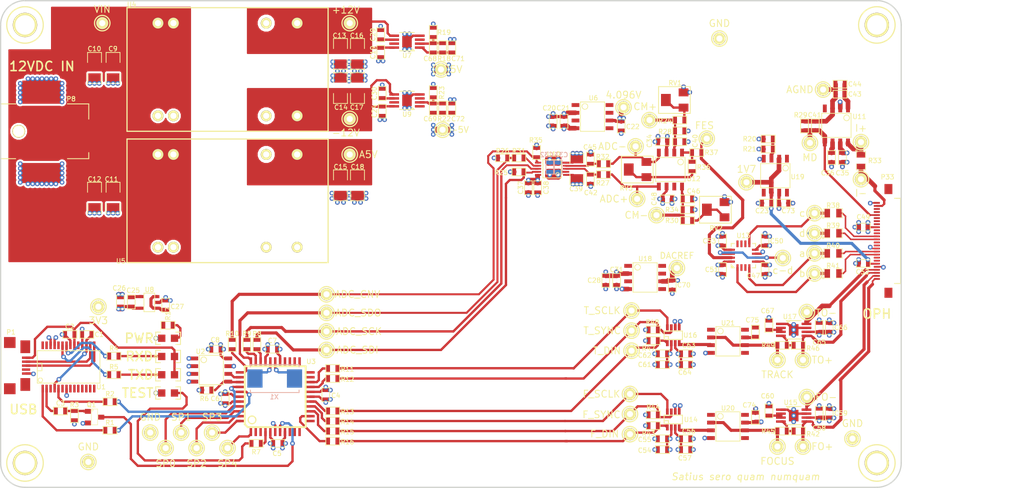
<source format=kicad_pcb>
(kicad_pcb (version 3) (host pcbnew "(2014-03-19 BZR 4756)-product")
  (layers (15 F.Cu signal) (2 GND power hide) (1 PWR power) (0 B.Cu signal) (20 B.SilkS user) (21 F.SilkS user) (22 B.Mask user) (23 F.Mask user) (28 Edge.Cuts user))
  (net 0 "")
  (net 1 +5V)
  (net 2 -5V)
  (net 3 1V7)
  (net 4 3V3)
  (net 5 A5V)
  (net 6 ADCREF)
  (net 7 ADC_CNV)
  (net 8 ADC_SCK)
  (net 9 ADC_SDI)
  (net 10 ADC_SDO)
  (net 11 DACREF)
  (net 12 F_DIN)
  (net 13 F_SCLK)
  (net 14 F_SYNC)
  (net 15 GND)
  (net 16 GNDPWR)
  (net 17 N-0000091)
  (net 18 N-0000092)
  (net 19 N-0000094)
  (net 20 T_DIN)
  (net 21 T_SCLK)
  (net 22 T_SYNC)
  (net 23 "Net-(C1-Pad1)")
  (net 24 "Net-(C2-Pad1)")
  (net 25 "Net-(C3-Pad1)")
  (net 26 "Net-(C3-Pad2)")
  (net 27 "Net-(C10-Pad1)")
  (net 28 "Net-(C13-Pad1)")
  (net 29 "Net-(C14-Pad2)")
  (net 30 "Net-(C25-Pad2)")
  (net 31 "Net-(C29-Pad1)")
  (net 32 "Net-(C30-Pad1)")
  (net 33 "Net-(C34-Pad1)")
  (net 34 "Net-(C36-Pad1)")
  (net 35 "Net-(C40-Pad2)")
  (net 36 "Net-(C41-Pad1)")
  (net 37 "Net-(C41-Pad2)")
  (net 38 "Net-(C42-Pad1)")
  (net 39 "Net-(C43-Pad1)")
  (net 40 "Net-(C45-Pad2)")
  (net 41 "Net-(C46-Pad2)")
  (net 42 "Net-(C60-Pad1)")
  (net 43 "Net-(C67-Pad1)")
  (net 44 "Net-(C68-Pad1)")
  (net 45 "Net-(C69-Pad1)")
  (net 46 "Net-(D1-Pad2)")
  (net 47 "Net-(D2-Pad2)")
  (net 48 "Net-(D3-Pad1)")
  (net 49 "Net-(D6-Pad1)")
  (net 50 "Net-(M1-Pad0)")
  (net 51 "Net-(M2-Pad0)")
  (net 52 "Net-(M3-Pad0)")
  (net 53 "Net-(M4-Pad0)")
  (net 54 "Net-(P1-Pad2)")
  (net 55 "Net-(P1-Pad3)")
  (net 56 "Net-(P1-Pad4)")
  (net 57 "Net-(P1-Pad0)")
  (net 58 "Net-(P2-Pad1)")
  (net 59 "Net-(P3-Pad1)")
  (net 60 "Net-(P4-Pad1)")
  (net 61 "Net-(P5-Pad1)")
  (net 62 "Net-(P6-Pad1)")
  (net 63 "Net-(P23-Pad1)")
  (net 64 "Net-(P25-Pad1)")
  (net 65 "Net-(P26-Pad1)")
  (net 66 "Net-(P27-Pad1)")
  (net 67 "Net-(P28-Pad1)")
  (net 68 "Net-(P29-Pad1)")
  (net 69 "Net-(P30-Pad1)")
  (net 70 "Net-(P31-Pad1)")
  (net 71 "Net-(P32-Pad1)")
  (net 72 "Net-(P33-Pad1)")
  (net 73 "Net-(P33-Pad2)")
  (net 74 "Net-(P33-Pad3)")
  (net 75 "Net-(P33-Pad4)")
  (net 76 "Net-(P33-Pad7)")
  (net 77 "Net-(P33-Pad8)")
  (net 78 "Net-(P33-Pad9)")
  (net 79 "Net-(P33-Pad10)")
  (net 80 "Net-(P33-Pad12)")
  (net 81 "Net-(P33-Pad13)")
  (net 82 "Net-(P33-Pad14)")
  (net 83 "Net-(P33-Pad15)")
  (net 84 "Net-(P33-Pad16)")
  (net 85 "Net-(P33-Pad17)")
  (net 86 "Net-(P33-Pad19)")
  (net 87 "Net-(P33-Pad20)")
  (net 88 "Net-(P33-Pad21)")
  (net 89 "Net-(P33-Pad23)")
  (net 90 "Net-(P33-Pad24)")
  (net 91 "Net-(P34-Pad1)")
  (net 92 "Net-(P40-Pad1)")
  (net 93 "Net-(P44-Pad1)")
  (net 94 "Net-(Q1-Pad3)")
  (net 95 "Net-(R1-Pad1)")
  (net 96 "Net-(R1-Pad2)")
  (net 97 "Net-(R2-Pad1)")
  (net 98 "Net-(R2-Pad2)")
  (net 99 "Net-(R4-Pad1)")
  (net 100 "Net-(R5-Pad1)")
  (net 101 "Net-(R6-Pad2)")
  (net 102 "Net-(R7-Pad2)")
  (net 103 "Net-(R8-Pad2)")
  (net 104 "Net-(R9-Pad2)")
  (net 105 "Net-(R10-Pad2)")
  (net 106 "Net-(R11-Pad2)")
  (net 107 "Net-(R12-Pad2)")
  (net 108 "Net-(R13-Pad2)")
  (net 109 "Net-(R14-Pad2)")
  (net 110 "Net-(R15-Pad2)")
  (net 111 "Net-(R16-Pad2)")
  (net 112 "Net-(R20-Pad2)")
  (net 113 "Net-(R24-Pad1)")
  (net 114 "Net-(R30-Pad2)")
  (net 115 "Net-(R31-Pad2)")
  (net 116 "Net-(R36-Pad1)")
  (net 117 "Net-(R36-Pad2)")
  (net 118 "Net-(R42-Pad1)")
  (net 119 "Net-(R46-Pad1)")
  (net 120 4VR)
  (net 121 "Net-(U1-Pad3)")
  (net 122 "Net-(U1-Pad6)")
  (net 123 "Net-(U1-Pad9)")
  (net 124 "Net-(U1-Pad10)")
  (net 125 "Net-(U1-Pad11)")
  (net 126 "Net-(U1-Pad12)")
  (net 127 "Net-(U1-Pad13)")
  (net 128 "Net-(U1-Pad14)")
  (net 129 "Net-(U1-Pad19)")
  (net 130 "Net-(U1-Pad27)")
  (net 131 "Net-(U1-Pad28)")
  (net 132 "Net-(U2-Pad6)")
  (net 133 "Net-(U3-Pad12)")
  (net 134 "Net-(U3-Pad21)")
  (net 135 "Net-(U3-Pad22)")
  (net 136 "Net-(U3-Pad28)")
  (net 137 "Net-(U3-Pad26)")
  (net 138 "Net-(U3-Pad9)")
  (net 139 "Net-(U3-Pad25)")
  (net 140 "Net-(U3-Pad24)")
  (net 141 "Net-(U3-Pad10)")
  (net 142 "Net-(U3-Pad11)")
  (net 143 "Net-(U3-Pad23)")
  (net 144 "Net-(U3-Pad29)")
  (net 145 "Net-(U3-Pad3)")
  (net 146 "Net-(U3-Pad2)")
  (net 147 "Net-(U11-Pad4)")
  (net 148 "Net-(U12-Pad7)")
  (net 149 "Net-(U13-Pad2)")
  (net 150 "Net-(U13-Pad3)")
  (net 151 "Net-(U13-Pad10)")
  (net 152 "Net-(U13-Pad11)")
  (net 153 "Net-(U14-Pad4)")
  (net 154 "Net-(U16-Pad4)")
  (net 155 "Net-(U19-Pad1)")
  (net 156 "Net-(U19-Pad8)")
  (net 157 "Net-(U20-Pad1)")
  (net 158 "Net-(U20-Pad8)")
  (net 159 "Net-(U21-Pad1)")
  (net 160 "Net-(U21-Pad8)")
  (module RASM712PX (layer F.Cu) (at 155.702 157.48 270)
    (fp_text reference P8 (at -5.312 -8.606 360) (layer F.SilkS) (effects (font (size 0.762 0.762) (thickness 0.127))))
    (fp_text value "2.5mm DC JACK" hide)
    (pad 0 thru_hole circle (at 0 0 270) (size 2.1 2.1) (drill 1.78) (layers *.Cu *.Mask F.SilkS))
    (pad 1 smd rect (at -6.43 -3.76 270) (size 3.81 6.35) (layers F.Cu F.Mask) (net 16 GNDPWR))
    (pad 2 smd rect (at 6.86 -3.76 270) (size 3.3 6.35) (layers F.Cu F.Mask) (net 16 GNDPWR))
    (pad 3 smd rect (at 0.76 -12.9 270) (size 3.3 4.06) (layers F.Cu F.Mask) (net 27 "Net-(C10-Pad1)"))
  )
  (module msoic-10 (layer F.Cu) (at 243.284 163.641 90)
    (fp_text reference U10 (at 2.413 0.254 180) (layer F.SilkS) (effects (font (size 0.762 0.762) (thickness 0.127))))
    (fp_text value AD7691 hide)
    (pad 1 smd rect (at -1.00076 2.30124 90) (size 0.29972 1.02108) (layers F.Cu F.Mask) (net 6 ADCREF))
    (pad 2 smd rect (at -0.50038 2.30124 90) (size 0.29972 1.02108) (layers F.Cu F.Mask) (net 1 +5V))
    (pad 3 smd rect (at 0 2.30124 90) (size 0.29972 1.02108) (layers F.Cu F.Mask) (net 38 "Net-(C42-Pad1)"))
    (pad 4 smd rect (at 0.50038 2.30124 90) (size 0.29972 1.02108) (layers F.Cu F.Mask) (net 40 "Net-(C45-Pad2)"))
    (pad 5 smd rect (at 1.00076 2.30124 90) (size 0.29972 1.02108) (layers F.Cu F.Mask) (net 15 GND))
    (pad 6 smd rect (at 1.00076 -2.30124 90) (size 0.29972 1.02108) (layers F.Cu F.Mask) (net 7 ADC_CNV))
    (pad 7 smd rect (at 0.50038 -2.30124 90) (size 0.29972 1.02108) (layers F.Cu F.Mask) (net 115 "Net-(R31-Pad2)"))
    (pad 8 smd rect (at 0 -2.30124 90) (size 0.29972 1.02108) (layers F.Cu F.Mask) (net 8 ADC_SCK))
    (pad 9 smd rect (at -0.50038 -2.30124 90) (size 0.29972 1.02108) (layers F.Cu F.Mask) (net 9 ADC_SDI))
    (pad 10 smd rect (at -1.00076 -2.30124 90) (size 0.29972 1.02108) (layers F.Cu F.Mask) (net 4 3V3))
  )
  (module so-8 (layer F.Cu) (at 187.325 196.723 270)
    (fp_text reference U2 (at -3.048 1.778 360) (layer F.SilkS) (effects (font (size 0.762 0.762) (thickness 0.127))))
    (fp_text value 24LC256 hide)
    (pad 1 smd rect (at -1.905 2.794 270) (size 0.635 1.27) (layers F.Cu F.Mask) (net 15 GND))
    (pad 2 smd rect (at -0.635 2.794 270) (size 0.635 1.27) (layers F.Cu F.Mask) (net 15 GND))
    (pad 3 smd rect (at 0.635 2.794 270) (size 0.635 1.27) (layers F.Cu F.Mask) (net 15 GND))
    (pad 4 smd rect (at 1.905 2.794 270) (size 0.635 1.27) (layers F.Cu F.Mask) (net 15 GND))
    (pad 5 smd rect (at 1.905 -2.794 270) (size 0.635 1.27) (layers F.Cu F.Mask) (net 101 "Net-(R6-Pad2)"))
    (pad 6 smd rect (at 0.635 -2.794 270) (size 0.635 1.27) (layers F.Cu F.Mask) (net 132 "Net-(U2-Pad6)"))
    (pad 7 smd rect (at -0.635 -2.794 270) (size 0.635 1.27) (layers F.Cu F.Mask) (net 15 GND))
    (pad 8 smd rect (at -1.905 -2.794 270) (size 0.635 1.27) (layers F.Cu F.Mask) (net 4 3V3))
  )
  (module so-8 (layer F.Cu) (at 262.715 163.768 180)
    (fp_text reference U12 (at -3.81 -1.524 180) (layer F.SilkS) (effects (font (size 0.762 0.762) (thickness 0.127))))
    (fp_text value ADA4941-1 hide)
    (pad 1 smd rect (at -1.905 2.794 180) (size 0.635 1.27) (layers F.Cu F.Mask) (net 117 "Net-(R36-Pad2)"))
    (pad 2 smd rect (at -0.635 2.794 180) (size 0.635 1.27) (layers F.Cu F.Mask) (net 35 "Net-(C40-Pad2)"))
    (pad 3 smd rect (at 0.635 2.794 180) (size 0.635 1.27) (layers F.Cu F.Mask) (net 33 "Net-(C34-Pad1)"))
    (pad 4 smd rect (at 1.905 2.794 180) (size 0.635 1.27) (layers F.Cu F.Mask) (net 64 "Net-(P25-Pad1)"))
    (pad 5 smd rect (at 1.905 -2.794 180) (size 0.635 1.27) (layers F.Cu F.Mask) (net 63 "Net-(P23-Pad1)"))
    (pad 6 smd rect (at 0.635 -2.794 180) (size 0.635 1.27) (layers F.Cu F.Mask) (net 2 -5V))
    (pad 7 smd rect (at -0.635 -2.794 180) (size 0.635 1.27) (layers F.Cu F.Mask) (net 148 "Net-(U12-Pad7)"))
    (pad 8 smd rect (at -1.905 -2.794 180) (size 0.635 1.27) (layers F.Cu F.Mask) (net 41 "Net-(C46-Pad2)"))
  )
  (module so-8 (layer F.Cu) (at 249.919 155.073 270)
    (fp_text reference U6 (at -3.054 -0.144 360) (layer F.SilkS) (effects (font (size 0.762 0.762) (thickness 0.127))))
    (fp_text value ADR4540 hide)
    (pad 1 smd rect (at -1.905 2.794 270) (size 0.635 1.27) (layers F.Cu F.Mask))
    (pad 2 smd rect (at -0.635 2.794 270) (size 0.635 1.27) (layers F.Cu F.Mask) (net 1 +5V))
    (pad 3 smd rect (at 0.635 2.794 270) (size 0.635 1.27) (layers F.Cu F.Mask))
    (pad 4 smd rect (at 1.905 2.794 270) (size 0.635 1.27) (layers F.Cu F.Mask) (net 15 GND))
    (pad 5 smd rect (at 1.905 -2.794 270) (size 0.635 1.27) (layers F.Cu F.Mask))
    (pad 6 smd rect (at 0.635 -2.794 270) (size 0.635 1.27) (layers F.Cu F.Mask) (net 6 ADCREF))
    (pad 7 smd rect (at -0.635 -2.794 270) (size 0.635 1.27) (layers F.Cu F.Mask))
    (pad 8 smd rect (at -1.905 -2.794 270) (size 0.635 1.27) (layers F.Cu F.Mask))
  )
  (module so-8 (layer F.Cu) (at 289.97 156.517 180)
    (fp_text reference U11 (at -3.781 1.45 180) (layer F.SilkS) (effects (font (size 0.762 0.762) (thickness 0.127))))
    (fp_text value IC-WKM hide)
    (pad 1 smd rect (at -1.905 2.794 180) (size 0.635 1.27) (layers F.Cu F.Mask) (net 39 "Net-(C43-Pad1)"))
    (pad 2 smd rect (at -0.635 2.794 180) (size 0.635 1.27) (layers F.Cu F.Mask) (net 15 GND))
    (pad 3 smd rect (at 0.635 2.794 180) (size 0.635 1.27) (layers F.Cu F.Mask) (net 37 "Net-(C41-Pad2)"))
    (pad 4 smd rect (at 1.905 2.794 180) (size 0.635 1.27) (layers F.Cu F.Mask) (net 147 "Net-(U11-Pad4)"))
    (pad 5 smd rect (at 1.905 -2.794 180) (size 0.635 1.27) (layers F.Cu F.Mask) (net 36 "Net-(C41-Pad1)"))
    (pad 6 smd rect (at 0.635 -2.794 180) (size 0.635 1.27) (layers F.Cu F.Mask) (net 34 "Net-(C36-Pad1)"))
    (pad 7 smd rect (at -0.635 -2.794 180) (size 0.635 1.27) (layers F.Cu F.Mask) (net 1 +5V))
    (pad 8 smd rect (at -1.905 -2.794 180) (size 0.635 1.27) (layers F.Cu F.Mask) (net 65 "Net-(P26-Pad1)"))
  )
  (module MT-3.2 (layer F.Cu) (at 156.732 140)
    (fp_text reference M1 hide)
    (fp_text value MT-HOLE hide)
    (pad 0 thru_hole circle (at 0 0) (size 4 4) (drill 3.2) (layers *.Cu *.Mask F.SilkS) (net 50 "Net-(M1-Pad0)"))
  )
  (module LED-0805 (layer F.Cu) (at 180.232 197.5 180)
    (fp_text reference D2 hide)
    (fp_text value TXD (at 4.5 0 180) (layer F.SilkS) (effects (font (thickness 0.254))))
    (pad 1 smd rect (at -1.04902 0 180) (size 1.19888 1.19888) (layers F.Cu F.Mask) (net 24 "Net-(C2-Pad1)"))
    (pad 2 smd rect (at 1.04902 0 180) (size 1.19888 1.19888) (layers F.Cu F.Mask) (net 47 "Net-(D2-Pad2)"))
  )
  (module 054550-2671 (layer F.Cu) (at 297.111 175.5 90)
    (fp_text reference P33 (at 10.5 1.25 180) (layer F.SilkS) (effects (font (size 0.762 0.762) (thickness 0.127))))
    (fp_text value "MOLEX 054550-2671" hide)
    (pad 1 smd rect (at -6.25 -0.5 90) (size 0.3 1) (layers F.Cu F.Mask) (net 72 "Net-(P33-Pad1)"))
    (pad 2 smd rect (at -5.75 -0.5 90) (size 0.3 1) (layers F.Cu F.Mask) (net 73 "Net-(P33-Pad2)"))
    (pad 3 smd rect (at -5.25 -0.5 90) (size 0.3 1) (layers F.Cu F.Mask) (net 74 "Net-(P33-Pad3)"))
    (pad 4 smd rect (at -4.75 -0.5 90) (size 0.3 1) (layers F.Cu F.Mask) (net 75 "Net-(P33-Pad4)"))
    (pad 5 smd rect (at -4.25 -0.5 90) (size 0.3 1) (layers F.Cu F.Mask) (net 15 GND))
    (pad 6 smd rect (at -3.75 -0.5 90) (size 0.3 1) (layers F.Cu F.Mask) (net 3 1V7))
    (pad 7 smd rect (at -3.25 -0.5 90) (size 0.3 1) (layers F.Cu F.Mask) (net 76 "Net-(P33-Pad7)"))
    (pad 8 smd rect (at -2.75 -0.5 90) (size 0.3 1) (layers F.Cu F.Mask) (net 77 "Net-(P33-Pad8)"))
    (pad 9 smd rect (at -2.25 -0.5 90) (size 0.3 1) (layers F.Cu F.Mask) (net 78 "Net-(P33-Pad9)"))
    (pad 10 smd rect (at -1.75 -0.5 90) (size 0.3 1) (layers F.Cu F.Mask) (net 79 "Net-(P33-Pad10)"))
    (pad 11 smd rect (at -1.25 -0.5 90) (size 0.3 1) (layers F.Cu F.Mask) (net 15 GND))
    (pad 12 smd rect (at -0.75 -0.5 90) (size 0.3 1) (layers F.Cu F.Mask) (net 80 "Net-(P33-Pad12)"))
    (pad 13 smd rect (at -0.25 -0.5 90) (size 0.3 1) (layers F.Cu F.Mask) (net 81 "Net-(P33-Pad13)"))
    (pad 14 smd rect (at 0.25 -0.5 90) (size 0.3 1) (layers F.Cu F.Mask) (net 82 "Net-(P33-Pad14)"))
    (pad 15 smd rect (at 0.75 -0.5 90) (size 0.3 1) (layers F.Cu F.Mask) (net 83 "Net-(P33-Pad15)"))
    (pad 16 smd rect (at 1.25 -0.5 90) (size 0.3 1) (layers F.Cu F.Mask) (net 84 "Net-(P33-Pad16)"))
    (pad 17 smd rect (at 1.75 -0.5 90) (size 0.3 1) (layers F.Cu F.Mask) (net 85 "Net-(P33-Pad17)"))
    (pad 18 smd rect (at 2.25 -0.5 90) (size 0.3 1) (layers F.Cu F.Mask) (net 1 +5V))
    (pad 19 smd rect (at 2.75 -0.5 90) (size 0.3 1) (layers F.Cu F.Mask) (net 86 "Net-(P33-Pad19)"))
    (pad 20 smd rect (at 3.25 -0.5 90) (size 0.3 1) (layers F.Cu F.Mask) (net 87 "Net-(P33-Pad20)"))
    (pad 21 smd rect (at 3.75 -0.5 90) (size 0.3 1) (layers F.Cu F.Mask) (net 88 "Net-(P33-Pad21)"))
    (pad 22 smd rect (at 4.25 -0.5 90) (size 0.3 1) (layers F.Cu F.Mask) (net 36 "Net-(C41-Pad1)"))
    (pad 23 smd rect (at 4.75 -0.5 90) (size 0.3 1) (layers F.Cu F.Mask) (net 89 "Net-(P33-Pad23)"))
    (pad 24 smd rect (at 5.25 -0.5 90) (size 0.3 1) (layers F.Cu F.Mask) (net 90 "Net-(P33-Pad24)"))
    (pad 25 smd rect (at 5.75 -0.5 90) (size 0.3 1) (layers F.Cu F.Mask) (net 66 "Net-(P27-Pad1)"))
    (pad 26 smd rect (at 6.25 -0.5 90) (size 0.3 1) (layers F.Cu F.Mask) (net 15 GND))
    (pad 0 smd rect (at -8.525 1.4 90) (size 1.65 1.3) (layers F.Cu F.Mask))
    (pad 0 smd rect (at 8.525 1.4 90) (size 1.65 1.3) (layers F.Cu F.Mask))
  )
  (module USB-MICRO-B (layer F.Cu) (at 154.232 196 270)
    (fp_text reference P1 (at -5.5 -0.2 360) (layer F.SilkS) (effects (font (size 0.762 0.762) (thickness 0.127))))
    (fp_text value USB-MICRO-B hide)
    (pad 1 smd rect (at -1.3 -2.675 270) (size 0.4 1.35) (layers F.Cu F.Mask) (net 24 "Net-(C2-Pad1)"))
    (pad 2 smd rect (at -0.65 -2.675 270) (size 0.4 1.35) (layers F.Cu F.Mask) (net 54 "Net-(P1-Pad2)"))
    (pad 3 smd rect (at 0 -2.675 270) (size 0.4 1.35) (layers F.Cu F.Mask) (net 55 "Net-(P1-Pad3)"))
    (pad 4 smd rect (at 0.65 -2.675 270) (size 0.4 1.35) (layers F.Cu F.Mask) (net 56 "Net-(P1-Pad4)"))
    (pad 5 smd rect (at 1.3 -2.675 270) (size 0.4 1.35) (layers F.Cu F.Mask) (net 15 GND))
    (pad 0 smd rect (at -3.1 -2.55 270) (size 2.1 1.6) (layers F.Cu F.Mask) (net 57 "Net-(P1-Pad0)"))
    (pad 0 smd rect (at 3.1 -2.55 270) (size 2.1 1.6) (layers F.Cu F.Mask) (net 57 "Net-(P1-Pad0)"))
    (pad 0 smd rect (at -3.8 0 270) (size 1.8 1.9) (layers F.Cu F.Mask) (net 57 "Net-(P1-Pad0)"))
    (pad 0 smd rect (at 3.8 0 270) (size 1.8 1.9) (layers F.Cu F.Mask) (net 57 "Net-(P1-Pad0)"))
  )
  (module TQFP44 (layer F.Cu) (at 197.821 201.107 90)
    (fp_text reference U3 (at 5.781 5.887 180) (layer F.SilkS) (effects (font (size 0.762 0.762) (thickness 0.127))))
    (fp_text value P8X32A hide)
    (pad 39 smd rect (at 0 -5.715 90) (size 0.4064 1.524) (layers F.Cu F.Mask) (net 15 GND))
    (pad 40 smd rect (at -0.8001 -5.715 90) (size 0.4064 1.524) (layers F.Cu F.Mask) (net 4 3V3))
    (pad 41 smd rect (at -1.6002 -5.715 90) (size 0.4064 1.524) (layers F.Cu F.Mask) (net 58 "Net-(P2-Pad1)"))
    (pad 42 smd rect (at -2.4003 -5.715 90) (size 0.4064 1.524) (layers F.Cu F.Mask) (net 59 "Net-(P3-Pad1)"))
    (pad 43 smd rect (at -3.2004 -5.715 90) (size 0.4064 1.524) (layers F.Cu F.Mask) (net 60 "Net-(P4-Pad1)"))
    (pad 44 smd rect (at -4.0005 -5.715 90) (size 0.4064 1.524) (layers F.Cu F.Mask) (net 61 "Net-(P5-Pad1)"))
    (pad 38 smd rect (at 0.8001 -5.715 90) (size 0.4064 1.524) (layers F.Cu F.Mask) (net 96 "Net-(R1-Pad2)"))
    (pad 37 smd rect (at 1.6002 -5.715 90) (size 0.4064 1.524) (layers F.Cu F.Mask) (net 98 "Net-(R2-Pad2)"))
    (pad 36 smd rect (at 2.4003 -5.715 90) (size 0.4064 1.524) (layers F.Cu F.Mask) (net 101 "Net-(R6-Pad2)"))
    (pad 35 smd rect (at 3.2004 -5.715 90) (size 0.4064 1.524) (layers F.Cu F.Mask) (net 132 "Net-(U2-Pad6)"))
    (pad 34 smd rect (at 4.0005 -5.715 90) (size 0.4064 1.524) (layers F.Cu F.Mask) (net 105 "Net-(R10-Pad2)"))
    (pad 17 smd rect (at 0 5.715 90) (size 0.4064 1.524) (layers F.Cu F.Mask) (net 15 GND))
    (pad 16 smd rect (at -0.8001 5.715 90) (size 0.4064 1.524) (layers F.Cu F.Mask) (net 108 "Net-(R13-Pad2)"))
    (pad 15 smd rect (at -1.6002 5.715 90) (size 0.4064 1.524) (layers F.Cu F.Mask) (net 109 "Net-(R14-Pad2)"))
    (pad 14 smd rect (at -2.4003 5.715 90) (size 0.4064 1.524) (layers F.Cu F.Mask) (net 110 "Net-(R15-Pad2)"))
    (pad 13 smd rect (at -3.2004 5.715 90) (size 0.4064 1.524) (layers F.Cu F.Mask) (net 111 "Net-(R16-Pad2)"))
    (pad 12 smd rect (at -4.0005 5.715 90) (size 0.4064 1.524) (layers F.Cu F.Mask) (net 133 "Net-(U3-Pad12)"))
    (pad 18 smd rect (at 0.8001 5.715 90) (size 0.4064 1.524) (layers F.Cu F.Mask) (net 4 3V3))
    (pad 19 smd rect (at 1.6002 5.715 90) (size 0.4064 1.524) (layers F.Cu F.Mask) (net 107 "Net-(R12-Pad2)"))
    (pad 20 smd rect (at 2.4003 5.715 90) (size 0.4064 1.524) (layers F.Cu F.Mask) (net 106 "Net-(R11-Pad2)"))
    (pad 21 smd rect (at 3.2004 5.715 90) (size 0.4064 1.524) (layers F.Cu F.Mask) (net 134 "Net-(U3-Pad21)"))
    (pad 22 smd rect (at 4.0005 5.715 90) (size 0.4064 1.524) (layers F.Cu F.Mask) (net 135 "Net-(U3-Pad22)"))
    (pad 6 smd rect (at -5.715 0 90) (size 1.524 0.4064) (layers F.Cu F.Mask) (net 15 GND))
    (pad 28 smd rect (at 5.715 0 90) (size 1.524 0.4064) (layers F.Cu F.Mask) (net 136 "Net-(U3-Pad28)"))
    (pad 7 smd rect (at -5.715 0.8001 90) (size 1.524 0.4064) (layers F.Cu F.Mask) (net 94 "Net-(Q1-Pad3)"))
    (pad 27 smd rect (at 5.715 0.8001 90) (size 1.524 0.4064) (layers F.Cu F.Mask) (net 15 GND))
    (pad 26 smd rect (at 5.715 1.6002 90) (size 1.524 0.4064) (layers F.Cu F.Mask) (net 137 "Net-(U3-Pad26)"))
    (pad 8 smd rect (at -5.715 1.6002 90) (size 1.524 0.4064) (layers F.Cu F.Mask) (net 4 3V3))
    (pad 9 smd rect (at -5.715 2.4003 90) (size 1.524 0.4064) (layers F.Cu F.Mask) (net 138 "Net-(U3-Pad9)"))
    (pad 25 smd rect (at 5.715 2.4003 90) (size 1.524 0.4064) (layers F.Cu F.Mask) (net 139 "Net-(U3-Pad25)"))
    (pad 24 smd rect (at 5.715 3.2004 90) (size 1.524 0.4064) (layers F.Cu F.Mask) (net 140 "Net-(U3-Pad24)"))
    (pad 10 smd rect (at -5.715 3.2004 90) (size 1.524 0.4064) (layers F.Cu F.Mask) (net 141 "Net-(U3-Pad10)"))
    (pad 11 smd rect (at -5.715 4.0005 90) (size 1.524 0.4064) (layers F.Cu F.Mask) (net 142 "Net-(U3-Pad11)"))
    (pad 23 smd rect (at 5.715 4.0005 90) (size 1.524 0.4064) (layers F.Cu F.Mask) (net 143 "Net-(U3-Pad23)"))
    (pad 29 smd rect (at 5.715 -0.8001 90) (size 1.524 0.4064) (layers F.Cu F.Mask) (net 144 "Net-(U3-Pad29)"))
    (pad 5 smd rect (at -5.715 -0.8001 90) (size 1.524 0.4064) (layers F.Cu F.Mask) (net 15 GND))
    (pad 4 smd rect (at -5.715 -1.6002 90) (size 1.524 0.4064) (layers F.Cu F.Mask) (net 102 "Net-(R7-Pad2)"))
    (pad 30 smd rect (at 5.715 -1.6002 90) (size 1.524 0.4064) (layers F.Cu F.Mask) (net 4 3V3))
    (pad 31 smd rect (at 5.715 -2.4003 90) (size 1.524 0.4064) (layers F.Cu F.Mask) (net 103 "Net-(R8-Pad2)"))
    (pad 3 smd rect (at -5.715 -2.4003 90) (size 1.524 0.4064) (layers F.Cu F.Mask) (net 145 "Net-(U3-Pad3)"))
    (pad 2 smd rect (at -5.715 -3.2004 90) (size 1.524 0.4064) (layers F.Cu F.Mask) (net 146 "Net-(U3-Pad2)"))
    (pad 32 smd rect (at 5.715 -3.2004 90) (size 1.524 0.4064) (layers F.Cu F.Mask) (net 104 "Net-(R9-Pad2)"))
    (pad 33 smd rect (at 5.715 -4.0005 90) (size 1.524 0.4064) (layers F.Cu F.Mask) (net 10 ADC_SDO))
    (pad 1 smd rect (at -5.715 -4.0005 90) (size 1.524 0.4064) (layers F.Cu F.Mask) (net 62 "Net-(P6-Pad1)"))
  )
  (module TP1 (layer F.Cu) (at 284.48 195.072 270)
    (fp_text reference P45 hide)
    (fp_text value TO+ (at 0 -3.175 360) (layer F.SilkS) (effects (font (size 1.143 1.143) (thickness 0.1524))))
    (pad 1 thru_hole circle (at 0 0 270) (size 2 2) (drill 1) (layers *.Cu *.Mask F.SilkS) (net 74 "Net-(P33-Pad3)"))
  )
  (module TP1 (layer F.Cu) (at 167.132 211.836)
    (fp_text reference P49 hide)
    (fp_text value GND (at 0 -2.5) (layer F.SilkS) (effects (font (size 1.143 1.143) (thickness 0.1524))))
    (pad 1 thru_hole circle (at 0 0) (size 2 2) (drill 1) (layers *.Cu *.Mask F.SilkS) (net 15 GND))
  )
  (module TP1 (layer F.Cu) (at 270.764 142.24)
    (fp_text reference P48 hide)
    (fp_text value GND (at 0 -2.5) (layer F.SilkS) (effects (font (size 1.143 1.143) (thickness 0.1524))))
    (pad 1 thru_hole circle (at 0 0) (size 2 2) (drill 1) (layers *.Cu *.Mask F.SilkS) (net 15 GND))
  )
  (module TP1 (layer F.Cu) (at 287.782 150.622 180)
    (fp_text reference P17 hide)
    (fp_text value AGND (at 3.81 0 180) (layer F.SilkS) (effects (font (size 1.143 1.143) (thickness 0.1524))))
    (pad 1 thru_hole circle (at 0 0 180) (size 2 2) (drill 1) (layers *.Cu *.Mask F.SilkS) (net 37 "Net-(C41-Pad2)"))
  )
  (module TP1 (layer F.Cu) (at 285.623 159.385 180)
    (fp_text reference P18 hide)
    (fp_text value MD (at 0 -2.413 180) (layer F.SilkS) (effects (font (size 1.143 1.143) (thickness 0.1524))))
    (pad 1 thru_hole circle (at 0 0 180) (size 2 2) (drill 1) (layers *.Cu *.Mask F.SilkS) (net 36 "Net-(C41-Pad1)"))
  )
  (module TP1 (layer F.Cu) (at 294.005 159.258 180)
    (fp_text reference P26 hide)
    (fp_text value I+ (at 0 2.286 180) (layer F.SilkS) (effects (font (size 1.143 1.143) (thickness 0.1524))))
    (pad 1 thru_hole circle (at 0 0 180) (size 2 2) (drill 1) (layers *.Cu *.Mask F.SilkS) (net 65 "Net-(P26-Pad1)"))
  )
  (module TP1 (layer F.Cu) (at 286.385 180.848)
    (fp_text reference P32 hide)
    (fp_text value b (at -2.032 0) (layer F.SilkS) (effects (font (size 1.143 1.143) (thickness 0.1524))))
    (pad 1 thru_hole circle (at 0 0) (size 2 2) (drill 1) (layers *.Cu *.Mask F.SilkS) (net 71 "Net-(P32-Pad1)"))
  )
  (module TP1 (layer F.Cu) (at 286.385 177.546)
    (fp_text reference P31 hide)
    (fp_text value a (at -2.032 0) (layer F.SilkS) (effects (font (size 1.143 1.143) (thickness 0.1524))))
    (pad 1 thru_hole circle (at 0 0) (size 2 2) (drill 1) (layers *.Cu *.Mask F.SilkS) (net 70 "Net-(P31-Pad1)"))
  )
  (module TP1 (layer F.Cu) (at 286.385 174.244)
    (fp_text reference P30 hide)
    (fp_text value d (at -2.032 0) (layer F.SilkS) (effects (font (size 1.143 1.143) (thickness 0.1524))))
    (pad 1 thru_hole circle (at 0 0) (size 2 2) (drill 1) (layers *.Cu *.Mask F.SilkS) (net 69 "Net-(P30-Pad1)"))
  )
  (module TP1 (layer F.Cu) (at 286.385 170.942)
    (fp_text reference P29 hide)
    (fp_text value c (at -2.032 0) (layer F.SilkS) (effects (font (size 1.143 1.143) (thickness 0.1524))))
    (pad 1 thru_hole circle (at 0 0) (size 2 2) (drill 1) (layers *.Cu *.Mask F.SilkS) (net 68 "Net-(P29-Pad1)"))
  )
  (module TP1 (layer F.Cu) (at 285.115 187.198 270)
    (fp_text reference P46 hide)
    (fp_text value TO- (at 0.127 -3.175 360) (layer F.SilkS) (effects (font (size 1.143 1.143) (thickness 0.1524))))
    (pad 1 thru_hole circle (at 0 0 270) (size 2 2) (drill 1) (layers *.Cu *.Mask F.SilkS) (net 75 "Net-(P33-Pad4)"))
  )
  (module TP1 (layer F.Cu) (at 225.044 147.32 270)
    (fp_text reference P10 hide)
    (fp_text value 5V (at -0.014 -2.48 360) (layer F.SilkS) (effects (font (size 1.143 1.143) (thickness 0.1524))))
    (pad 1 thru_hole circle (at 0 0 270) (size 2 2) (drill 1) (layers *.Cu *.Mask F.SilkS) (net 1 +5V))
  )
  (module TP1 (layer F.Cu) (at 284.48 209.296 270)
    (fp_text reference P39 hide)
    (fp_text value FO+ (at 0 -3.175 360) (layer F.SilkS) (effects (font (size 1.143 1.143) (thickness 0.1524))))
    (pad 1 thru_hole circle (at 0 0 270) (size 2 2) (drill 1) (layers *.Cu *.Mask F.SilkS) (net 72 "Net-(P33-Pad1)"))
  )
  (module TP1 (layer F.Cu) (at 285.115 201.168 270)
    (fp_text reference P38 hide)
    (fp_text value FO- (at 0 -3.175 360) (layer F.SilkS) (effects (font (size 1.143 1.143) (thickness 0.1524))))
    (pad 1 thru_hole circle (at 0 0 270) (size 2 2) (drill 1) (layers *.Cu *.Mask F.SilkS) (net 73 "Net-(P33-Pad2)"))
  )
  (module TP1 (layer F.Cu) (at 275.209 165.862 270)
    (fp_text reference P12 hide)
    (fp_text value 1V7 (at -2.159 0 360) (layer F.SilkS) (effects (font (size 1.143 1.143) (thickness 0.1524))))
    (pad 1 thru_hole circle (at 0 0 270) (size 2 2) (drill 1) (layers *.Cu *.Mask F.SilkS) (net 3 1V7))
  )
  (module TP1 (layer F.Cu) (at 210.058 155.448)
    (fp_text reference P15 hide)
    (fp_text value -12V (at -0.635 2.286) (layer F.SilkS) (effects (font (size 1.143 1.143) (thickness 0.1524))))
    (pad 1 thru_hole circle (at 0 0) (size 2 2) (drill 1) (layers *.Cu *.Mask F.SilkS) (net 29 "Net-(C14-Pad2)"))
  )
  (module TP1 (layer F.Cu) (at 169.418 139.7)
    (fp_text reference P7 hide)
    (fp_text value VIN (at 0 -2.286) (layer F.SilkS) (effects (font (size 1.143 1.143) (thickness 0.1524))))
    (pad 1 thru_hole circle (at 0 0) (size 2 2) (drill 1) (layers *.Cu *.Mask F.SilkS) (net 27 "Net-(C10-Pad1)"))
  )
  (module TP1 (layer F.Cu) (at 168.783 186.309 180)
    (fp_text reference P14 hide)
    (fp_text value 3V3 (at 0 -2.286 180) (layer F.SilkS) (effects (font (size 1.143 1.143) (thickness 0.1524))))
    (pad 1 thru_hole circle (at 0 0 180) (size 2 2) (drill 1) (layers *.Cu *.Mask F.SilkS) (net 4 3V3))
  )
  (module TP1 (layer F.Cu) (at 210.058 161.29 270)
    (fp_text reference P13 hide)
    (fp_text value A5V (at 0 -3.048 360) (layer F.SilkS) (effects (font (size 1.143 1.143) (thickness 0.1524))))
    (pad 1 thru_hole circle (at 0 0 270) (size 2 2) (drill 1) (layers *.Cu *.Mask F.SilkS) (net 5 A5V))
  )
  (module TP1 (layer F.Cu) (at 255.016 153.543 270)
    (fp_text reference P11 hide)
    (fp_text value 4.096V (at -2.032 0 360) (layer F.SilkS) (effects (font (size 1.143 1.143) (thickness 0.1524))))
    (pad 1 thru_hole circle (at 0 0 270) (size 2 2) (drill 1) (layers *.Cu *.Mask F.SilkS) (net 6 ADCREF))
  )
  (module TP1 (layer F.Cu) (at 206.248 184.277 270)
    (fp_text reference P22 hide)
    (fp_text value ADC_CNV (at 0 -5.08 360) (layer F.SilkS) (effects (font (size 1.143 1.143) (thickness 0.1524))))
    (pad 1 thru_hole circle (at 0 0 270) (size 2 2) (drill 1) (layers *.Cu *.Mask F.SilkS) (net 7 ADC_CNV))
  )
  (module TP1 (layer F.Cu) (at 177.292 207.01)
    (fp_text reference P47 hide)
    (fp_text value GND (at 0 -2.54) (layer F.SilkS) (effects (font (size 1.143 1.143) (thickness 0.1524))))
    (pad 1 thru_hole circle (at 0 0) (size 2 2) (drill 1) (layers *.Cu *.Mask F.SilkS) (net 15 GND))
  )
  (module TP1 (layer F.Cu) (at 206.248 187.325 270)
    (fp_text reference P21 hide)
    (fp_text value ADC_SDO (at 0 -5.207 360) (layer F.SilkS) (effects (font (size 1.143 1.143) (thickness 0.1524))))
    (pad 1 thru_hole circle (at 0 0 270) (size 2 2) (drill 1) (layers *.Cu *.Mask F.SilkS) (net 10 ADC_SDO))
  )
  (module TP1 (layer F.Cu) (at 206.248 190.373 270)
    (fp_text reference P20 hide)
    (fp_text value ADC_SCK (at 0 -5.334 360) (layer F.SilkS) (effects (font (size 1.143 1.143) (thickness 0.1524))))
    (pad 1 thru_hole circle (at 0 0 270) (size 2 2) (drill 1) (layers *.Cu *.Mask F.SilkS) (net 8 ADC_SCK))
  )
  (module TP1 (layer F.Cu) (at 206.248 193.421 270)
    (fp_text reference P19 hide)
    (fp_text value ADC_SDI (at 0 -5.08 360) (layer F.SilkS) (effects (font (size 1.143 1.143) (thickness 0.1524))))
    (pad 1 thru_hole circle (at 0 0 270) (size 2 2) (drill 1) (layers *.Cu *.Mask F.SilkS) (net 9 ADC_SDI))
  )
  (module TP1 (layer F.Cu) (at 256.073 203.962)
    (fp_text reference P37 hide)
    (fp_text value F_SYNC (at -4.682 0.096) (layer F.SilkS) (effects (font (size 1.143 1.143) (thickness 0.1524))))
    (pad 1 thru_hole circle (at 0 0) (size 2 2) (drill 1) (layers *.Cu *.Mask F.SilkS) (net 14 F_SYNC))
  )
  (module TP1 (layer F.Cu) (at 256.073 207.264)
    (fp_text reference P36 hide)
    (fp_text value F_DIN (at -4.174 -0.048) (layer F.SilkS) (effects (font (size 1.143 1.143) (thickness 0.1524))))
    (pad 1 thru_hole circle (at 0 0) (size 2 2) (drill 1) (layers *.Cu *.Mask F.SilkS) (net 12 F_DIN))
  )
  (module TP1 (layer F.Cu) (at 256.073 200.66)
    (fp_text reference P35 hide)
    (fp_text value F_SCLK (at -4.682 0.008) (layer F.SilkS) (effects (font (size 1.143 1.143) (thickness 0.1524))))
    (pad 1 thru_hole circle (at 0 0) (size 2 2) (drill 1) (layers *.Cu *.Mask F.SilkS) (net 13 F_SCLK))
  )
  (module TP1 (layer F.Cu) (at 256.327 190.246)
    (fp_text reference P43 hide)
    (fp_text value T_SYNC (at -4.826 0) (layer F.SilkS) (effects (font (size 1.143 1.143) (thickness 0.1524))))
    (pad 1 thru_hole circle (at 0 0) (size 2 2) (drill 1) (layers *.Cu *.Mask F.SilkS) (net 22 T_SYNC))
  )
  (module TP1 (layer F.Cu) (at 256.327 193.548)
    (fp_text reference P42 hide)
    (fp_text value T_DIN (at -4.064 0) (layer F.SilkS) (effects (font (size 1.143 1.143) (thickness 0.1524))))
    (pad 1 thru_hole circle (at 0 0) (size 2 2) (drill 1) (layers *.Cu *.Mask F.SilkS) (net 20 T_DIN))
  )
  (module TP1 (layer F.Cu) (at 256.327 186.944)
    (fp_text reference P41 hide)
    (fp_text value T_SCLK (at -4.826 0) (layer F.SilkS) (effects (font (size 1.143 1.143) (thickness 0.1524))))
    (pad 1 thru_hole circle (at 0 0) (size 2 2) (drill 1) (layers *.Cu *.Mask F.SilkS) (net 21 T_SCLK))
  )
  (module TP1 (layer F.Cu) (at 292.611 208)
    (fp_text reference P50 hide)
    (fp_text value GND (at 0 -2.5) (layer F.SilkS) (effects (font (size 1.143 1.143) (thickness 0.1524))))
    (pad 1 thru_hole circle (at 0 0) (size 2 2) (drill 1) (layers *.Cu *.Mask F.SilkS) (net 15 GND))
  )
  (module TP1 (layer F.Cu) (at 281.178 178.308 90)
    (fp_text reference P34 hide)
    (fp_text value c-d (at -2.032 0 180) (layer F.SilkS) (effects (font (size 1.143 1.143) (thickness 0.1524))))
    (pad 1 thru_hole circle (at 0 0 90) (size 2 2) (drill 1) (layers *.Cu *.Mask F.SilkS) (net 91 "Net-(P34-Pad1)"))
  )
  (module TP1 (layer F.Cu) (at 260.429 171.261)
    (fp_text reference P24 hide)
    (fp_text value CM- (at -3.302 0) (layer F.SilkS) (effects (font (size 1.143 1.143) (thickness 0.1524))))
    (pad 1 thru_hole circle (at 0 0) (size 2 2) (drill 1) (layers *.Cu *.Mask F.SilkS) (net 41 "Net-(C46-Pad2)"))
  )
  (module TP1 (layer F.Cu) (at 268.684 158.688)
    (fp_text reference P28 hide)
    (fp_text value FES (at -0.381 -2.159) (layer F.SilkS) (effects (font (size 1.143 1.143) (thickness 0.1524))))
    (pad 1 thru_hole circle (at 0 0) (size 2 2) (drill 1) (layers *.Cu *.Mask F.SilkS) (net 67 "Net-(P28-Pad1)"))
  )
  (module TP1 (layer F.Cu) (at 259.286 155.64)
    (fp_text reference P16 hide)
    (fp_text value CM+ (at -0.714 -2.224) (layer F.SilkS) (effects (font (size 1.143 1.143) (thickness 0.1524))))
    (pad 1 thru_hole circle (at 0 0) (size 2 2) (drill 1) (layers *.Cu *.Mask F.SilkS) (net 35 "Net-(C40-Pad2)"))
  )
  (module TP1 (layer F.Cu) (at 257 159.958)
    (fp_text reference P25 hide)
    (fp_text value ADC- (at -3.81 0) (layer F.SilkS) (effects (font (size 1.143 1.143) (thickness 0.1524))))
    (pad 1 thru_hole circle (at 0 0) (size 2 2) (drill 1) (layers *.Cu *.Mask F.SilkS) (net 64 "Net-(P25-Pad1)"))
  )
  (module TP1 (layer F.Cu) (at 257.254 168.594)
    (fp_text reference P23 hide)
    (fp_text value ADC+ (at -3.81 0) (layer F.SilkS) (effects (font (size 1.143 1.143) (thickness 0.1524))))
    (pad 1 thru_hole circle (at 0 0) (size 2 2) (drill 1) (layers *.Cu *.Mask F.SilkS) (net 63 "Net-(P23-Pad1)"))
  )
  (module TP1 (layer F.Cu) (at 280.289 195.072 270)
    (fp_text reference P44 hide)
    (fp_text value TRACK (at 2.413 0 360) (layer F.SilkS) (effects (font (size 1.143 1.143))))
    (pad 1 thru_hole circle (at 0 0 270) (size 2 2) (drill 1) (layers *.Cu *.Mask F.SilkS) (net 93 "Net-(P44-Pad1)"))
  )
  (module TP1 (layer F.Cu) (at 280.289 209.296 270)
    (fp_text reference P40 hide)
    (fp_text value FOCUS (at 2.413 0 360) (layer F.SilkS) (effects (font (size 1.143 1.143) (thickness 0.1524))))
    (pad 1 thru_hole circle (at 0 0 270) (size 2 2) (drill 1) (layers *.Cu *.Mask F.SilkS) (net 92 "Net-(P40-Pad1)"))
  )
  (module TP1 (layer F.Cu) (at 294.005 165.354 180)
    (fp_text reference P27 hide)
    (fp_text value I- (at 0 -2.286 180) (layer F.SilkS) (effects (font (size 1.143 1.143) (thickness 0.1524))))
    (pad 1 thru_hole circle (at 0 0 180) (size 2 2) (drill 1) (layers *.Cu *.Mask F.SilkS) (net 66 "Net-(P27-Pad1)"))
  )
  (module TP1 (layer F.Cu) (at 210.058 139.7 270)
    (fp_text reference P9 hide)
    (fp_text value +12V (at -2.159 0.635 360) (layer F.SilkS) (effects (font (size 1.143 1.143) (thickness 0.1524))))
    (pad 1 thru_hole circle (at 0 0 270) (size 2 2) (drill 1) (layers *.Cu *.Mask F.SilkS) (net 28 "Net-(C13-Pad1)"))
  )
  (module TP1 (layer F.Cu) (at 187.452 207.01)
    (fp_text reference P5 hide)
    (fp_text value SP3 (at 0 -2.54) (layer F.SilkS) (effects (font (size 1.143 1.143) (thickness 0.1524))))
    (pad 1 thru_hole circle (at 0 0) (size 2 2) (drill 1) (layers *.Cu *.Mask F.SilkS) (net 61 "Net-(P5-Pad1)"))
  )
  (module TP1 (layer F.Cu) (at 189.992 209.55)
    (fp_text reference P6 hide)
    (fp_text value SP4 (at 0 2.54) (layer F.SilkS) (effects (font (size 1.143 1.143) (thickness 0.1524))))
    (pad 1 thru_hole circle (at 0 0) (size 2 2) (drill 1) (layers *.Cu *.Mask F.SilkS) (net 62 "Net-(P6-Pad1)"))
  )
  (module TP1 (layer F.Cu) (at 179.832 209.55)
    (fp_text reference P2 hide)
    (fp_text value SP0 (at 0 2.54) (layer F.SilkS) (effects (font (size 1.143 1.143) (thickness 0.1524))))
    (pad 1 thru_hole circle (at 0 0) (size 2 2) (drill 1) (layers *.Cu *.Mask F.SilkS) (net 58 "Net-(P2-Pad1)"))
  )
  (module TP1 (layer F.Cu) (at 184.912 209.55)
    (fp_text reference P4 hide)
    (fp_text value SP2 (at 0 2.54) (layer F.SilkS) (effects (font (size 1.143 1.143) (thickness 0.1524))))
    (pad 1 thru_hole circle (at 0 0) (size 2 2) (drill 1) (layers *.Cu *.Mask F.SilkS) (net 60 "Net-(P4-Pad1)"))
  )
  (module TP1 (layer F.Cu) (at 182.372 207.01)
    (fp_text reference P3 hide)
    (fp_text value SP1 (at 0 -2.54) (layer F.SilkS) (effects (font (size 1.143 1.143) (thickness 0.1524))))
    (pad 1 thru_hole circle (at 0 0) (size 2 2) (drill 1) (layers *.Cu *.Mask F.SilkS) (net 59 "Net-(P3-Pad1)"))
  )
  (module SSOP28 (layer F.Cu) (at 163.83 196.215)
    (fp_text reference U1 (at 5.402 3.285) (layer F.SilkS) (effects (font (size 0.762 0.762) (thickness 0.127))))
    (fp_text value FT232R hide)
    (pad 1 smd rect (at -4.191 3.556) (size 0.4064 1.27) (layers F.Cu F.Mask) (net 95 "Net-(R1-Pad1)"))
    (pad 2 smd rect (at -3.556 3.556) (size 0.4064 1.27) (layers F.Cu F.Mask) (net 25 "Net-(C3-Pad1)"))
    (pad 3 smd rect (at -2.8956 3.556) (size 0.4064 1.27) (layers F.Cu F.Mask) (net 121 "Net-(U1-Pad3)"))
    (pad 4 smd rect (at -2.2352 3.556) (size 0.4064 1.27) (layers F.Cu F.Mask) (net 23 "Net-(C1-Pad1)"))
    (pad 5 smd rect (at -1.6002 3.556) (size 0.4064 1.27) (layers F.Cu F.Mask) (net 97 "Net-(R2-Pad1)"))
    (pad 6 smd rect (at -0.9398 3.556) (size 0.4064 1.27) (layers F.Cu F.Mask) (net 122 "Net-(U1-Pad6)"))
    (pad 7 smd rect (at -0.2794 3.556) (size 0.4064 1.27) (layers F.Cu F.Mask) (net 15 GND))
    (pad 8 smd rect (at 0.3556 3.556) (size 0.4064 1.27) (layers F.Cu F.Mask))
    (pad 9 smd rect (at 1.016 3.556) (size 0.4064 1.27) (layers F.Cu F.Mask) (net 123 "Net-(U1-Pad9)"))
    (pad 10 smd rect (at 1.651 3.556) (size 0.4064 1.27) (layers F.Cu F.Mask) (net 124 "Net-(U1-Pad10)"))
    (pad 11 smd rect (at 2.3114 3.556) (size 0.4064 1.27) (layers F.Cu F.Mask) (net 125 "Net-(U1-Pad11)"))
    (pad 12 smd rect (at 2.9718 3.556) (size 0.4064 1.27) (layers F.Cu F.Mask) (net 126 "Net-(U1-Pad12)"))
    (pad 13 smd rect (at 3.6068 3.556) (size 0.4064 1.27) (layers F.Cu F.Mask) (net 127 "Net-(U1-Pad13)"))
    (pad 14 smd rect (at 4.2672 3.556) (size 0.4064 1.27) (layers F.Cu F.Mask) (net 128 "Net-(U1-Pad14)"))
    (pad 15 smd rect (at 4.2672 -3.556) (size 0.4064 1.27) (layers F.Cu F.Mask) (net 55 "Net-(P1-Pad3)"))
    (pad 16 smd rect (at 3.6068 -3.556) (size 0.4064 1.27) (layers F.Cu F.Mask) (net 54 "Net-(P1-Pad2)"))
    (pad 17 smd rect (at 2.9972 -3.556) (size 0.4064 1.27) (layers F.Cu F.Mask) (net 23 "Net-(C1-Pad1)"))
    (pad 18 smd rect (at 2.3114 -3.556) (size 0.4064 1.27) (layers F.Cu F.Mask) (net 15 GND))
    (pad 19 smd rect (at 1.651 -3.556) (size 0.4064 1.27) (layers F.Cu F.Mask) (net 129 "Net-(U1-Pad19)"))
    (pad 20 smd rect (at 1.016 -3.556) (size 0.4064 1.27) (layers F.Cu F.Mask) (net 24 "Net-(C2-Pad1)"))
    (pad 21 smd rect (at 0.3556 -3.556) (size 0.4064 1.27) (layers F.Cu F.Mask) (net 15 GND))
    (pad 22 smd rect (at -0.2794 -3.556) (size 0.4064 1.27) (layers F.Cu F.Mask) (net 99 "Net-(R4-Pad1)"))
    (pad 23 smd rect (at -0.9398 -3.556) (size 0.4064 1.27) (layers F.Cu F.Mask) (net 100 "Net-(R5-Pad1)"))
    (pad 24 smd rect (at -1.6002 -3.556) (size 0.4064 1.27) (layers F.Cu F.Mask))
    (pad 25 smd rect (at -2.2352 -3.556) (size 0.4064 1.27) (layers F.Cu F.Mask) (net 15 GND))
    (pad 26 smd rect (at -2.8956 -3.556) (size 0.4064 1.27) (layers F.Cu F.Mask) (net 15 GND))
    (pad 27 smd rect (at -3.556 -3.556) (size 0.4064 1.27) (layers F.Cu F.Mask) (net 130 "Net-(U1-Pad27)"))
    (pad 28 smd rect (at -4.191 -3.556) (size 0.4064 1.27) (layers F.Cu F.Mask) (net 131 "Net-(U1-Pad28)"))
  )
  (module SOT23-5 (layer F.Cu) (at 177.1465 185.6065 90)
    (fp_text reference U8 (at 2.0915 0.0185 180) (layer F.SilkS) (effects (font (size 0.762 0.762) (thickness 0.127))))
    (fp_text value SPX3819 hide)
    (pad 1 smd rect (at -0.9525 1.27 90) (size 0.508 0.762) (layers F.Cu F.Mask) (net 5 A5V))
    (pad 3 smd rect (at 0.9525 1.27 90) (size 0.508 0.762) (layers F.Cu F.Mask) (net 5 A5V))
    (pad 5 smd rect (at -0.9525 -1.27 90) (size 0.508 0.762) (layers F.Cu F.Mask) (net 4 3V3))
    (pad 2 smd rect (at 0 1.27 90) (size 0.508 0.762) (layers F.Cu F.Mask) (net 15 GND))
    (pad 4 smd rect (at 0.9525 -1.27 90) (size 0.508 0.762) (layers F.Cu F.Mask) (net 30 "Net-(C25-Pad2)"))
  )
  (module SOT-23-8 (layer F.Cu) (at 263.185 191.008)
    (fp_text reference U16 (at 2.794 0) (layer F.SilkS) (effects (font (size 0.762 0.762) (thickness 0.127))))
    (fp_text value AD5062 hide)
    (pad 1 smd rect (at -0.975 1.3) (size 0.45 1) (layers F.Cu F.Mask) (net 20 T_DIN))
    (pad 2 smd rect (at -0.325 1.3) (size 0.45 1) (layers F.Cu F.Mask) (net 5 A5V))
    (pad 3 smd rect (at 0.325 1.3) (size 0.45 1) (layers F.Cu F.Mask) (net 11 DACREF))
    (pad 4 smd rect (at 0.975 1.3) (size 0.45 1) (layers F.Cu F.Mask) (net 154 "Net-(U16-Pad4)"))
    (pad 5 smd rect (at 0.975 -1.3) (size 0.45 1) (layers F.Cu F.Mask) (net 15 GND))
    (pad 6 smd rect (at 0.325 -1.3) (size 0.45 1) (layers F.Cu F.Mask) (net 15 GND))
    (pad 7 smd rect (at -0.325 -1.3) (size 0.45 1) (layers F.Cu F.Mask) (net 22 T_SYNC))
    (pad 8 smd rect (at -0.975 -1.3) (size 0.45 1) (layers F.Cu F.Mask) (net 21 T_SCLK))
  )
  (module SOT-23-8 (layer F.Cu) (at 263.185 204.851)
    (fp_text reference U14 (at 2.888 0.028) (layer F.SilkS) (effects (font (size 0.762 0.762) (thickness 0.127))))
    (fp_text value AD5062 hide)
    (pad 1 smd rect (at -0.975 1.3) (size 0.45 1) (layers F.Cu F.Mask) (net 12 F_DIN))
    (pad 2 smd rect (at -0.325 1.3) (size 0.45 1) (layers F.Cu F.Mask) (net 5 A5V))
    (pad 3 smd rect (at 0.325 1.3) (size 0.45 1) (layers F.Cu F.Mask) (net 11 DACREF))
    (pad 4 smd rect (at 0.975 1.3) (size 0.45 1) (layers F.Cu F.Mask) (net 153 "Net-(U14-Pad4)"))
    (pad 5 smd rect (at 0.975 -1.3) (size 0.45 1) (layers F.Cu F.Mask) (net 15 GND))
    (pad 6 smd rect (at 0.325 -1.3) (size 0.45 1) (layers F.Cu F.Mask) (net 15 GND))
    (pad 7 smd rect (at -0.325 -1.3) (size 0.45 1) (layers F.Cu F.Mask) (net 14 F_SYNC))
    (pad 8 smd rect (at -0.975 -1.3) (size 0.45 1) (layers F.Cu F.Mask) (net 13 F_SCLK))
  )
  (module SM1206 (layer F.Cu) (at 168.148 147.066 270)
    (fp_text reference C10 (at -3.144 0.016 360) (layer F.SilkS) (effects (font (size 0.762 0.762) (thickness 0.127))))
    (fp_text value 47u hide)
    (pad 1 smd rect (at -1.651 0 270) (size 1.524 2.032) (layers F.Cu F.Mask) (net 27 "Net-(C10-Pad1)"))
    (pad 2 smd rect (at 1.651 0 270) (size 1.524 2.032) (layers F.Cu F.Mask) (net 16 GNDPWR))
  )
  (module SM1206 (layer F.Cu) (at 208.534 150.368 270)
    (fp_text reference C14 (at 3.178 -0.088 360) (layer F.SilkS) (effects (font (size 0.762 0.762) (thickness 0.127))))
    (fp_text value 47u hide)
    (pad 1 smd rect (at -1.651 0 270) (size 1.524 2.032) (layers F.Cu F.Mask) (net 15 GND))
    (pad 2 smd rect (at 1.651 0 270) (size 1.524 2.032) (layers F.Cu F.Mask) (net 29 "Net-(C14-Pad2)"))
  )
  (module SM1206 (layer F.Cu) (at 208.534 144.78 270)
    (fp_text reference C13 (at -3.022 0.166 360) (layer F.SilkS) (effects (font (size 0.762 0.762) (thickness 0.127))))
    (fp_text value 47u hide)
    (pad 1 smd rect (at -1.651 0 270) (size 1.524 2.032) (layers F.Cu F.Mask) (net 28 "Net-(C13-Pad1)"))
    (pad 2 smd rect (at 1.651 0 270) (size 1.524 2.032) (layers F.Cu F.Mask) (net 15 GND))
  )
  (module SM1206 (layer F.Cu) (at 171.196 147.066 270)
    (fp_text reference C9 (at -3.144 0.016 360) (layer F.SilkS) (effects (font (size 0.762 0.762) (thickness 0.127))))
    (fp_text value 47u hide)
    (pad 1 smd rect (at -1.651 0 270) (size 1.524 2.032) (layers F.Cu F.Mask) (net 27 "Net-(C10-Pad1)"))
    (pad 2 smd rect (at 1.651 0 270) (size 1.524 2.032) (layers F.Cu F.Mask) (net 16 GNDPWR))
  )
  (module SM0805 (layer F.Cu) (at 294.005 162.306 270)
    (fp_text reference R33 (at 0 -2.286 360) (layer F.SilkS) (effects (font (size 0.762 0.762) (thickness 0.127))))
    (fp_text value 1R hide)
    (pad 1 smd rect (at -0.9525 0 270) (size 0.889 1.397) (layers F.Cu F.Mask) (net 65 "Net-(P26-Pad1)"))
    (pad 2 smd rect (at 0.9525 0 270) (size 0.889 1.397) (layers F.Cu F.Mask) (net 66 "Net-(P27-Pad1)"))
  )
  (module SM0805 (layer F.Cu) (at 289.433 174.244)
    (fp_text reference R39 (at 0 -1.27) (layer F.SilkS) (effects (font (size 0.762 0.762) (thickness 0.127))))
    (fp_text value 0R hide)
    (pad 1 smd rect (at -0.9525 0) (size 0.889 1.397) (layers F.Cu F.Mask) (net 69 "Net-(P30-Pad1)"))
    (pad 2 smd rect (at 0.9525 0) (size 0.889 1.397) (layers F.Cu F.Mask) (net 82 "Net-(P33-Pad14)"))
  )
  (module SM0805 (layer F.Cu) (at 289.433 170.942)
    (fp_text reference R38 (at 0 -1.27) (layer F.SilkS) (effects (font (size 0.762 0.762) (thickness 0.127))))
    (fp_text value 0R hide)
    (pad 1 smd rect (at -0.9525 0) (size 0.889 1.397) (layers F.Cu F.Mask) (net 68 "Net-(P29-Pad1)"))
    (pad 2 smd rect (at 0.9525 0) (size 0.889 1.397) (layers F.Cu F.Mask) (net 83 "Net-(P33-Pad15)"))
  )
  (module SM0805 (layer F.Cu) (at 289.433 177.546)
    (fp_text reference R40 (at 0 -1.27) (layer F.SilkS) (effects (font (size 0.762 0.762) (thickness 0.127))))
    (fp_text value 0R hide)
    (pad 1 smd rect (at -0.9525 0) (size 0.889 1.397) (layers F.Cu F.Mask) (net 70 "Net-(P31-Pad1)"))
    (pad 2 smd rect (at 0.9525 0) (size 0.889 1.397) (layers F.Cu F.Mask) (net 79 "Net-(P33-Pad10)"))
  )
  (module SM0805 (layer F.Cu) (at 289.433 180.848)
    (fp_text reference R41 (at 0 -1.27) (layer F.SilkS) (effects (font (size 0.762 0.762) (thickness 0.127))))
    (fp_text value 0R hide)
    (pad 1 smd rect (at -0.9525 0) (size 0.889 1.397) (layers F.Cu F.Mask) (net 71 "Net-(P32-Pad1)"))
    (pad 2 smd rect (at 0.9525 0) (size 0.889 1.397) (layers F.Cu F.Mask) (net 78 "Net-(P33-Pad9)"))
  )
  (module SM0603 (layer F.Cu) (at 265.509 170.372)
    (fp_text reference R34 (at -2.54 0) (layer F.SilkS) (effects (font (size 0.762 0.762) (thickness 0.127))))
    (fp_text value 1k hide)
    (pad 1 smd rect (at -0.762 0) (size 0.635 1.143) (layers F.Cu F.Mask) (net 41 "Net-(C46-Pad2)"))
    (pad 2 smd rect (at 0.762 0) (size 0.635 1.143) (layers F.Cu F.Mask) (net 15 GND))
  )
  (module SM0603 (layer F.Cu) (at 249.5705 165.3555 270)
    (fp_text reference C42 (at 2.2225 -0.0635 360) (layer F.SilkS) (effects (font (size 0.762 0.762) (thickness 0.127))))
    (fp_text value 2n7 hide)
    (pad 1 smd rect (at -0.762 0 270) (size 0.635 1.143) (layers F.Cu F.Mask) (net 38 "Net-(C42-Pad1)"))
    (pad 2 smd rect (at 0.762 0 270) (size 0.635 1.143) (layers F.Cu F.Mask) (net 15 GND))
  )
  (module SM0603 (layer F.Cu) (at 264.239 155.64 180)
    (fp_text reference R24 (at 2.413 -0.127 180) (layer F.SilkS) (effects (font (size 0.762 0.762) (thickness 0.127))))
    (fp_text value 9k76 hide)
    (pad 1 smd rect (at -0.762 0 180) (size 0.635 1.143) (layers F.Cu F.Mask) (net 113 "Net-(R24-Pad1)"))
    (pad 2 smd rect (at 0.762 0 180) (size 0.635 1.143) (layers F.Cu F.Mask) (net 35 "Net-(C40-Pad2)"))
  )
  (module SM0603 (layer F.Cu) (at 265.509 172.15)
    (fp_text reference R30 (at -2.54 0) (layer F.SilkS) (effects (font (size 0.762 0.762) (thickness 0.127))))
    (fp_text value 21k hide)
    (pad 1 smd rect (at -0.762 0) (size 0.635 1.143) (layers F.Cu F.Mask) (net 41 "Net-(C46-Pad2)"))
    (pad 2 smd rect (at 0.762 0) (size 0.635 1.143) (layers F.Cu F.Mask) (net 114 "Net-(R30-Pad2)"))
  )
  (module SM0603 (layer F.Cu) (at 264.239 157.418 180)
    (fp_text reference R28 (at 2.413 -0.127 180) (layer F.SilkS) (effects (font (size 0.762 0.762) (thickness 0.127))))
    (fp_text value 10k hide)
    (pad 1 smd rect (at -0.762 0 180) (size 0.635 1.143) (layers F.Cu F.Mask) (net 15 GND))
    (pad 2 smd rect (at 0.762 0 180) (size 0.635 1.143) (layers F.Cu F.Mask) (net 35 "Net-(C40-Pad2)"))
  )
  (module SM0603 (layer F.Cu) (at 266.271 163.26 90)
    (fp_text reference R36 (at -0.127 1.905 180) (layer F.SilkS) (effects (font (size 0.762 0.762) (thickness 0.127))))
    (fp_text value 10k hide)
    (pad 1 smd rect (at -0.762 0 90) (size 0.635 1.143) (layers F.Cu F.Mask) (net 116 "Net-(R36-Pad1)"))
    (pad 2 smd rect (at 0.762 0 90) (size 0.635 1.143) (layers F.Cu F.Mask) (net 117 "Net-(R36-Pad2)"))
  )
  (module SM0603 (layer F.Cu) (at 264.239 159.196 180)
    (fp_text reference C40 (at -2.54 0.127 270) (layer F.SilkS) (effects (font (size 0.762 0.762) (thickness 0.127))))
    (fp_text value 100n hide)
    (pad 1 smd rect (at -0.762 0 180) (size 0.635 1.143) (layers F.Cu F.Mask) (net 15 GND))
    (pad 2 smd rect (at 0.762 0 180) (size 0.635 1.143) (layers F.Cu F.Mask) (net 35 "Net-(C40-Pad2)"))
  )
  (module SM0603 (layer F.Cu) (at 265.509 168.594 180)
    (fp_text reference C46 (at -1.016 1.27 180) (layer F.SilkS) (effects (font (size 0.762 0.762) (thickness 0.127))))
    (fp_text value 100n hide)
    (pad 1 smd rect (at -0.762 0 180) (size 0.635 1.143) (layers F.Cu F.Mask) (net 15 GND))
    (pad 2 smd rect (at 0.762 0 180) (size 0.635 1.143) (layers F.Cu F.Mask) (net 41 "Net-(C46-Pad2)"))
  )
  (module SM0603 (layer F.Cu) (at 267.033 160.974)
    (fp_text reference R37 (at 2.413 0) (layer F.SilkS) (effects (font (size 0.762 0.762) (thickness 0.127))))
    (fp_text value 1k hide)
    (pad 1 smd rect (at -0.762 0) (size 0.635 1.143) (layers F.Cu F.Mask) (net 117 "Net-(R36-Pad2)"))
    (pad 2 smd rect (at 0.762 0) (size 0.635 1.143) (layers F.Cu F.Mask) (net 67 "Net-(P28-Pad1)"))
  )
  (module SM0603 (layer F.Cu) (at 271.272 180.213 90)
    (fp_text reference C51 (at 0 -1.778 180) (layer F.SilkS) (effects (font (size 0.762 0.762) (thickness 0.127))))
    (fp_text value 100n hide)
    (pad 1 smd rect (at -0.762 0 90) (size 0.635 1.143) (layers F.Cu F.Mask) (net 15 GND))
    (pad 2 smd rect (at 0.762 0 90) (size 0.635 1.143) (layers F.Cu F.Mask) (net 1 +5V))
  )
  (module SM0603 (layer F.Cu) (at 249.5705 162.0535 270)
    (fp_text reference C45 (at -1.9685 0.0635 360) (layer F.SilkS) (effects (font (size 0.762 0.762) (thickness 0.127))))
    (fp_text value 2n7 hide)
    (pad 1 smd rect (at -0.762 0 270) (size 0.635 1.143) (layers F.Cu F.Mask) (net 15 GND))
    (pad 2 smd rect (at 0.762 0 270) (size 0.635 1.143) (layers F.Cu F.Mask) (net 40 "Net-(C45-Pad2)"))
  )
  (module SM0603 (layer F.Cu) (at 251.7295 162.8155)
    (fp_text reference R32 (at -0.127 -1.143) (layer F.SilkS) (effects (font (size 0.762 0.762) (thickness 0.127))))
    (fp_text value 15 hide)
    (pad 1 smd rect (at -0.762 0) (size 0.635 1.143) (layers F.Cu F.Mask) (net 40 "Net-(C45-Pad2)"))
    (pad 2 smd rect (at 0.762 0) (size 0.635 1.143) (layers F.Cu F.Mask) (net 64 "Net-(P25-Pad1)"))
  )
  (module SM0603 (layer F.Cu) (at 251.7295 164.5935)
    (fp_text reference R27 (at -0.127 1.397) (layer F.SilkS) (effects (font (size 0.762 0.762) (thickness 0.127))))
    (fp_text value 15 hide)
    (pad 1 smd rect (at -0.762 0) (size 0.635 1.143) (layers F.Cu F.Mask) (net 38 "Net-(C42-Pad1)"))
    (pad 2 smd rect (at 0.762 0) (size 0.635 1.143) (layers F.Cu F.Mask) (net 63 "Net-(P23-Pad1)"))
  )
  (module SM0603 (layer F.Cu) (at 261.407 195.834 180)
    (fp_text reference C61 (at 2.921 0 180) (layer F.SilkS) (effects (font (size 0.762 0.762) (thickness 0.127))))
    (fp_text value 10u hide)
    (pad 1 smd rect (at -0.762 0 180) (size 0.635 1.143) (layers F.Cu F.Mask) (net 5 A5V))
    (pad 2 smd rect (at 0.762 0 180) (size 0.635 1.143) (layers F.Cu F.Mask) (net 15 GND))
  )
  (module SM0603 (layer F.Cu) (at 261.407 194.056 180)
    (fp_text reference C62 (at 2.921 -0.254 180) (layer F.SilkS) (effects (font (size 0.762 0.762) (thickness 0.127))))
    (fp_text value 100n hide)
    (pad 1 smd rect (at -0.762 0 180) (size 0.635 1.143) (layers F.Cu F.Mask) (net 5 A5V))
    (pad 2 smd rect (at 0.762 0 180) (size 0.635 1.143) (layers F.Cu F.Mask) (net 15 GND))
  )
  (module SM0603 (layer F.Cu) (at 265.217 195.834)
    (fp_text reference C64 (at -0.127 1.27) (layer F.SilkS) (effects (font (size 0.762 0.762) (thickness 0.127))))
    (fp_text value 10u hide)
    (pad 1 smd rect (at -0.762 0) (size 0.635 1.143) (layers F.Cu F.Mask) (net 11 DACREF))
    (pad 2 smd rect (at 0.762 0) (size 0.635 1.143) (layers F.Cu F.Mask) (net 15 GND))
  )
  (module SM0603 (layer F.Cu) (at 265.217 194.056)
    (fp_text reference C63 (at 0.508 -1.397) (layer F.SilkS) (effects (font (size 0.762 0.762) (thickness 0.127))))
    (fp_text value 100n hide)
    (pad 1 smd rect (at -0.762 0) (size 0.635 1.143) (layers F.Cu F.Mask) (net 11 DACREF))
    (pad 2 smd rect (at 0.762 0) (size 0.635 1.143) (layers F.Cu F.Mask) (net 15 GND))
  )
  (module SM0603 (layer F.Cu) (at 278.892 189.357 90)
    (fp_text reference C67 (at 2.357 -0.226 180) (layer F.SilkS) (effects (font (size 0.762 0.762) (thickness 0.127))))
    (fp_text value 100n hide)
    (pad 1 smd rect (at -0.762 0 90) (size 0.635 1.143) (layers F.Cu F.Mask) (net 43 "Net-(C67-Pad1)"))
    (pad 2 smd rect (at 0.762 0 90) (size 0.635 1.143) (layers F.Cu F.Mask) (net 15 GND))
  )
  (module SM0603 (layer F.Cu) (at 288.798 189.738 90)
    (fp_text reference C66 (at 0 1.905 180) (layer F.SilkS) (effects (font (size 0.762 0.762) (thickness 0.127))))
    (fp_text value 10u hide)
    (pad 1 smd rect (at -0.762 0 90) (size 0.635 1.143) (layers F.Cu F.Mask) (net 5 A5V))
    (pad 2 smd rect (at 0.762 0 90) (size 0.635 1.143) (layers F.Cu F.Mask) (net 15 GND))
  )
  (module SM0603 (layer F.Cu) (at 287.147 189.738 90)
    (fp_text reference C65 (at -2.413 0 180) (layer F.SilkS) (effects (font (size 0.762 0.762) (thickness 0.127))))
    (fp_text value 100n hide)
    (pad 1 smd rect (at -0.762 0 90) (size 0.635 1.143) (layers F.Cu F.Mask) (net 5 A5V))
    (pad 2 smd rect (at 0.762 0 90) (size 0.635 1.143) (layers F.Cu F.Mask) (net 15 GND))
  )
  (module SM0603 (layer F.Cu) (at 281.051 192.659)
    (fp_text reference R49 (at -2.286 0) (layer F.SilkS) (effects (font (size 0.762 0.762) (thickness 0.127))))
    (fp_text value 40k hide)
    (pad 1 smd rect (at -0.762 0) (size 0.635 1.143) (layers F.Cu F.Mask) (net 93 "Net-(P44-Pad1)"))
    (pad 2 smd rect (at 0.762 0) (size 0.635 1.143) (layers F.Cu F.Mask) (net 119 "Net-(R46-Pad1)"))
  )
  (module SM0603 (layer F.Cu) (at 283.718 192.659)
    (fp_text reference R46 (at 2.413 0.508) (layer F.SilkS) (effects (font (size 0.762 0.762) (thickness 0.127))))
    (fp_text value 5k hide)
    (pad 1 smd rect (at -0.762 0) (size 0.635 1.143) (layers F.Cu F.Mask) (net 119 "Net-(R46-Pad1)"))
    (pad 2 smd rect (at 0.762 0) (size 0.635 1.143) (layers F.Cu F.Mask) (net 74 "Net-(P33-Pad3)"))
  )
  (module SM0603 (layer B.Cu) (at 242.903 163.387 90)
    (fp_text reference C32 (at 2.032 -0.508 180) (layer B.SilkS) (effects (font (size 0.762 0.762) (thickness 0.127)) (justify mirror)))
    (fp_text value 10u hide)
    (pad 1 smd rect (at -0.762 0 90) (size 0.635 1.143) (layers B.Cu B.Mask) (net 1 +5V))
    (pad 2 smd rect (at 0.762 0 90) (size 0.635 1.143) (layers B.Cu B.Mask) (net 15 GND))
  )
  (module SM0603 (layer F.Cu) (at 186.563 200.025)
    (fp_text reference R6 (at -0.381 1.397) (layer F.SilkS) (effects (font (size 0.762 0.762) (thickness 0.127))))
    (fp_text value 10k hide)
    (pad 1 smd rect (at -0.762 0) (size 0.635 1.143) (layers F.Cu F.Mask) (net 4 3V3))
    (pad 2 smd rect (at 0.762 0) (size 0.635 1.143) (layers F.Cu F.Mask) (net 101 "Net-(R6-Pad2)"))
  )
  (module SM0603 (layer F.Cu) (at 188.087 193.294)
    (fp_text reference C8 (at -0.127 -1.524) (layer F.SilkS) (effects (font (size 0.762 0.762) (thickness 0.127))))
    (fp_text value 100n hide)
    (pad 1 smd rect (at -0.762 0) (size 0.635 1.143) (layers F.Cu F.Mask) (net 15 GND))
    (pad 2 smd rect (at 0.762 0) (size 0.635 1.143) (layers F.Cu F.Mask) (net 4 3V3))
  )
  (module SM0603 (layer F.Cu) (at 206.121 200.787 270)
    (fp_text reference C4 (at 0.127 -1.651 360) (layer F.SilkS) (effects (font (size 0.762 0.762) (thickness 0.127))))
    (fp_text value 100n hide)
    (pad 1 smd rect (at -0.762 0 270) (size 0.635 1.143) (layers F.Cu F.Mask) (net 4 3V3))
    (pad 2 smd rect (at 0.762 0 270) (size 0.635 1.143) (layers F.Cu F.Mask) (net 15 GND))
  )
  (module SM0603 (layer F.Cu) (at 198.247 208.788 180)
    (fp_text reference C5 (at 0.127 -1.651 180) (layer F.SilkS) (effects (font (size 0.762 0.762) (thickness 0.127))))
    (fp_text value 100n hide)
    (pad 1 smd rect (at -0.762 0 180) (size 0.635 1.143) (layers F.Cu F.Mask) (net 4 3V3))
    (pad 2 smd rect (at 0.762 0 180) (size 0.635 1.143) (layers F.Cu F.Mask) (net 15 GND))
  )
  (module SM0603 (layer F.Cu) (at 189.611 201.422 90)
    (fp_text reference C6 (at 0 -1.651 180) (layer F.SilkS) (effects (font (size 0.762 0.762) (thickness 0.127))))
    (fp_text value 100n hide)
    (pad 1 smd rect (at -0.762 0 90) (size 0.635 1.143) (layers F.Cu F.Mask) (net 4 3V3))
    (pad 2 smd rect (at 0.762 0 90) (size 0.635 1.143) (layers F.Cu F.Mask) (net 15 GND))
  )
  (module SM0603 (layer F.Cu) (at 197.358 193.294)
    (fp_text reference C7 (at 0 -1.397) (layer F.SilkS) (effects (font (size 0.762 0.762) (thickness 0.127))))
    (fp_text value 100n hide)
    (pad 1 smd rect (at -0.762 0) (size 0.635 1.143) (layers F.Cu F.Mask) (net 4 3V3))
    (pad 2 smd rect (at 0.762 0) (size 0.635 1.143) (layers F.Cu F.Mask) (net 15 GND))
  )
  (module SM0603 (layer F.Cu) (at 259.883 191.897 180)
    (fp_text reference R47 (at 0.762 -1.27 180) (layer F.SilkS) (effects (font (size 0.762 0.762) (thickness 0.127))))
    (fp_text value 10k hide)
    (pad 1 smd rect (at -0.762 0 180) (size 0.635 1.143) (layers F.Cu F.Mask) (net 20 T_DIN))
    (pad 2 smd rect (at 0.762 0 180) (size 0.635 1.143) (layers F.Cu F.Mask) (net 4 3V3))
  )
  (module SM0603 (layer F.Cu) (at 259.883 190.119 180)
    (fp_text reference R48 (at 0.127 1.27 180) (layer F.SilkS) (effects (font (size 0.762 0.762) (thickness 0.127))))
    (fp_text value 10k hide)
    (pad 1 smd rect (at -0.762 0 180) (size 0.635 1.143) (layers F.Cu F.Mask) (net 22 T_SYNC))
    (pad 2 smd rect (at 0.762 0 180) (size 0.635 1.143) (layers F.Cu F.Mask) (net 4 3V3))
  )
  (module SM0603 (layer F.Cu) (at 259.883 205.867 180)
    (fp_text reference R43 (at 0.762 -1.27 180) (layer F.SilkS) (effects (font (size 0.762 0.762) (thickness 0.127))))
    (fp_text value 10k hide)
    (pad 1 smd rect (at -0.762 0 180) (size 0.635 1.143) (layers F.Cu F.Mask) (net 12 F_DIN))
    (pad 2 smd rect (at 0.762 0 180) (size 0.635 1.143) (layers F.Cu F.Mask) (net 4 3V3))
  )
  (module SM0603 (layer F.Cu) (at 259.883 204.089 180)
    (fp_text reference R44 (at 0 1.27 180) (layer F.SilkS) (effects (font (size 0.762 0.762) (thickness 0.127))))
    (fp_text value 10k hide)
    (pad 1 smd rect (at -0.762 0 180) (size 0.635 1.143) (layers F.Cu F.Mask) (net 14 F_SYNC))
    (pad 2 smd rect (at 0.762 0 180) (size 0.635 1.143) (layers F.Cu F.Mask) (net 4 3V3))
  )
  (module SM0603 (layer F.Cu) (at 240.744 160.974 90)
    (fp_text reference R35 (at 2.032 -0.127 180) (layer F.SilkS) (effects (font (size 0.762 0.762) (thickness 0.127))))
    (fp_text value 10k hide)
    (pad 1 smd rect (at -0.762 0 90) (size 0.635 1.143) (layers F.Cu F.Mask) (net 7 ADC_CNV))
    (pad 2 smd rect (at 0.762 0 90) (size 0.635 1.143) (layers F.Cu F.Mask) (net 15 GND))
  )
  (module SM0603 (layer F.Cu) (at 237.823 164.149)
    (fp_text reference R25 (at -2.921 0.127) (layer F.SilkS) (effects (font (size 0.762 0.762) (thickness 0.127))))
    (fp_text value 10k hide)
    (pad 1 smd rect (at -0.762 0) (size 0.635 1.143) (layers F.Cu F.Mask) (net 4 3V3))
    (pad 2 smd rect (at 0.762 0) (size 0.635 1.143) (layers F.Cu F.Mask) (net 9 ADC_SDI))
  )
  (module SM0603 (layer F.Cu) (at 237.823 161.863)
    (fp_text reference R31 (at 0 -1.143) (layer F.SilkS) (effects (font (size 0.762 0.762) (thickness 0.127))))
    (fp_text value 47 hide)
    (pad 1 smd rect (at -0.762 0) (size 0.635 1.143) (layers F.Cu F.Mask) (net 10 ADC_SDO))
    (pad 2 smd rect (at 0.762 0) (size 0.635 1.143) (layers F.Cu F.Mask) (net 115 "Net-(R31-Pad2)"))
  )
  (module SM0603 (layer F.Cu) (at 235.156 161.863)
    (fp_text reference R26 (at 0 -1.143) (layer F.SilkS) (effects (font (size 0.762 0.762) (thickness 0.127))))
    (fp_text value 10k hide)
    (pad 1 smd rect (at -0.762 0) (size 0.635 1.143) (layers F.Cu F.Mask) (net 4 3V3))
    (pad 2 smd rect (at 0.762 0) (size 0.635 1.143) (layers F.Cu F.Mask) (net 10 ADC_SDO))
  )
  (module SM0603 (layer F.Cu) (at 239.3935 166.7665 270)
    (fp_text reference C37 (at -0.0155 1.2685 270) (layer F.SilkS) (effects (font (size 0.762 0.762) (thickness 0.127))))
    (fp_text value 10u hide)
    (pad 1 smd rect (at -0.762 0 270) (size 0.635 1.143) (layers F.Cu F.Mask) (net 4 3V3))
    (pad 2 smd rect (at 0.762 0 270) (size 0.635 1.143) (layers F.Cu F.Mask) (net 15 GND))
  )
  (module SM0603 (layer F.Cu) (at 261.445 159.196 180)
    (fp_text reference C34 (at 2.159 0.127 270) (layer F.SilkS) (effects (font (size 0.762 0.762) (thickness 0.127))))
    (fp_text value 100n hide)
    (pad 1 smd rect (at -0.762 0 180) (size 0.635 1.143) (layers F.Cu F.Mask) (net 33 "Net-(C34-Pad1)"))
    (pad 2 smd rect (at 0.762 0 180) (size 0.635 1.143) (layers F.Cu F.Mask) (net 15 GND))
  )
  (module SM0603 (layer F.Cu) (at 240.9175 166.7665 270)
    (fp_text reference C38 (at -0.0155 -1.3985 270) (layer F.SilkS) (effects (font (size 0.762 0.762) (thickness 0.127))))
    (fp_text value 100n hide)
    (pad 1 smd rect (at -0.762 0 270) (size 0.635 1.143) (layers F.Cu F.Mask) (net 4 3V3))
    (pad 2 smd rect (at 0.762 0 270) (size 0.635 1.143) (layers F.Cu F.Mask) (net 15 GND))
  )
  (module SM0603 (layer B.Cu) (at 244.3 163.387 90)
    (fp_text reference C33 (at 2.032 0.508 180) (layer B.SilkS) (effects (font (size 0.762 0.762) (thickness 0.127)) (justify mirror)))
    (fp_text value 100n hide)
    (pad 1 smd rect (at -0.762 0 90) (size 0.635 1.143) (layers B.Cu B.Mask) (net 1 +5V))
    (pad 2 smd rect (at 0.762 0 90) (size 0.635 1.143) (layers B.Cu B.Mask) (net 15 GND))
  )
  (module SM0603 (layer F.Cu) (at 171.323 194.437)
    (fp_text reference R4 (at 0 -1.27) (layer F.SilkS) (effects (font (size 0.762 0.762) (thickness 0.127))))
    (fp_text value 470 hide)
    (pad 1 smd rect (at -0.762 0) (size 0.635 1.143) (layers F.Cu F.Mask) (net 99 "Net-(R4-Pad1)"))
    (pad 2 smd rect (at 0.762 0) (size 0.635 1.143) (layers F.Cu F.Mask) (net 46 "Net-(D1-Pad2)"))
  )
  (module SM0603 (layer F.Cu) (at 171.323 197.485)
    (fp_text reference R5 (at 0 -1.27) (layer F.SilkS) (effects (font (size 0.762 0.762) (thickness 0.127))))
    (fp_text value 470 hide)
    (pad 1 smd rect (at -0.762 0) (size 0.635 1.143) (layers F.Cu F.Mask) (net 100 "Net-(R5-Pad1)"))
    (pad 2 smd rect (at 0.762 0) (size 0.635 1.143) (layers F.Cu F.Mask) (net 47 "Net-(D2-Pad2)"))
  )
  (module SM0603 (layer F.Cu) (at 271.272 175.514 270)
    (fp_text reference C53 (at 0 2.159 360) (layer F.SilkS) (effects (font (size 0.762 0.762) (thickness 0.127))))
    (fp_text value 100n hide)
    (pad 1 smd rect (at -0.762 0 270) (size 0.635 1.143) (layers F.Cu F.Mask) (net 15 GND))
    (pad 2 smd rect (at 0.762 0 270) (size 0.635 1.143) (layers F.Cu F.Mask) (net 2 -5V))
  )
  (module SM0603 (layer F.Cu) (at 288.798 203.835 90)
    (fp_text reference C59 (at 0 1.905 180) (layer F.SilkS) (effects (font (size 0.762 0.762) (thickness 0.127))))
    (fp_text value 10u hide)
    (pad 1 smd rect (at -0.762 0 90) (size 0.635 1.143) (layers F.Cu F.Mask) (net 5 A5V))
    (pad 2 smd rect (at 0.762 0 90) (size 0.635 1.143) (layers F.Cu F.Mask) (net 15 GND))
  )
  (module SM0603 (layer F.Cu) (at 162.56 203.454)
    (fp_text reference C3 (at 0 -1.27) (layer F.SilkS) (effects (font (size 0.762 0.762) (thickness 0.127))))
    (fp_text value 10n hide)
    (pad 1 smd rect (at -0.762 0) (size 0.635 1.143) (layers F.Cu F.Mask) (net 25 "Net-(C3-Pad1)"))
    (pad 2 smd rect (at 0.762 0) (size 0.635 1.143) (layers F.Cu F.Mask) (net 26 "Net-(C3-Pad2)"))
  )
  (module SM0603 (layer F.Cu) (at 164.846 204.216 270)
    (fp_text reference R3 (at -1.778 0 360) (layer F.SilkS) (effects (font (size 0.762 0.762) (thickness 0.127))))
    (fp_text value 33k hide)
    (pad 1 smd rect (at -0.762 0 270) (size 0.635 1.143) (layers F.Cu F.Mask) (net 26 "Net-(C3-Pad2)"))
    (pad 2 smd rect (at 0.762 0 270) (size 0.635 1.143) (layers F.Cu F.Mask) (net 15 GND))
  )
  (module SM0603 (layer F.Cu) (at 164.084 190.881 180)
    (fp_text reference C2 (at 0 1.27 180) (layer F.SilkS) (effects (font (size 0.762 0.762) (thickness 0.127))))
    (fp_text value 10u hide)
    (pad 1 smd rect (at -0.762 0 180) (size 0.635 1.143) (layers F.Cu F.Mask) (net 24 "Net-(C2-Pad1)"))
    (pad 2 smd rect (at 0.762 0 180) (size 0.635 1.143) (layers F.Cu F.Mask) (net 15 GND))
  )
  (module SM0603 (layer F.Cu) (at 166.878 190.881 180)
    (fp_text reference C1 (at -2.032 0 180) (layer F.SilkS) (effects (font (size 0.762 0.762) (thickness 0.127))))
    (fp_text value 100n hide)
    (pad 1 smd rect (at -0.762 0 180) (size 0.635 1.143) (layers F.Cu F.Mask) (net 23 "Net-(C1-Pad1)"))
    (pad 2 smd rect (at 0.762 0 180) (size 0.635 1.143) (layers F.Cu F.Mask) (net 15 GND))
  )
  (module SM0603 (layer F.Cu) (at 278.257 175.514 270)
    (fp_text reference C50 (at 0 -1.905 360) (layer F.SilkS) (effects (font (size 0.762 0.762) (thickness 0.127))))
    (fp_text value 100n hide)
    (pad 1 smd rect (at -0.762 0 270) (size 0.635 1.143) (layers F.Cu F.Mask) (net 15 GND))
    (pad 2 smd rect (at 0.762 0 270) (size 0.635 1.143) (layers F.Cu F.Mask) (net 2 -5V))
  )
  (module SM0603 (layer F.Cu) (at 278.257 180.213 90)
    (fp_text reference C47 (at -1.016 -1.905 180) (layer F.SilkS) (effects (font (size 0.762 0.762) (thickness 0.127))))
    (fp_text value 100n hide)
    (pad 1 smd rect (at -0.762 0 90) (size 0.635 1.143) (layers F.Cu F.Mask) (net 15 GND))
    (pad 2 smd rect (at 0.762 0 90) (size 0.635 1.143) (layers F.Cu F.Mask) (net 1 +5V))
  )
  (module SM0603 (layer F.Cu) (at 262.207 168.594)
    (fp_text reference C48 (at -2.159 0 90) (layer F.SilkS) (effects (font (size 0.762 0.762) (thickness 0.127))))
    (fp_text value 100n hide)
    (pad 1 smd rect (at -0.762 0) (size 0.635 1.143) (layers F.Cu F.Mask) (net 2 -5V))
    (pad 2 smd rect (at 0.762 0) (size 0.635 1.143) (layers F.Cu F.Mask) (net 15 GND))
  )
  (module SM0603 (layer F.Cu) (at 252.095 181.991 270)
    (fp_text reference C28 (at 0 1.905 360) (layer F.SilkS) (effects (font (size 0.762 0.762) (thickness 0.127))))
    (fp_text value 10u hide)
    (pad 1 smd rect (at -0.762 0 270) (size 0.635 1.143) (layers F.Cu F.Mask) (net 5 A5V))
    (pad 2 smd rect (at 0.762 0 270) (size 0.635 1.143) (layers F.Cu F.Mask) (net 15 GND))
  )
  (module SM0603 (layer F.Cu) (at 286.512 156.591 90)
    (fp_text reference C41 (at 1.778 -0.127 180) (layer F.SilkS) (effects (font (size 0.762 0.762) (thickness 0.127))))
    (fp_text value 2n2 hide)
    (pad 1 smd rect (at -0.762 0 90) (size 0.635 1.143) (layers F.Cu F.Mask) (net 36 "Net-(C41-Pad1)"))
    (pad 2 smd rect (at 0.762 0 90) (size 0.635 1.143) (layers F.Cu F.Mask) (net 37 "Net-(C41-Pad2)"))
  )
  (module SM0603 (layer F.Cu) (at 290.957 161.798 270)
    (fp_text reference C35 (at 2.54 0 360) (layer F.SilkS) (effects (font (size 0.762 0.762) (thickness 0.127))))
    (fp_text value 100n hide)
    (pad 1 smd rect (at -0.762 0 270) (size 0.635 1.143) (layers F.Cu F.Mask) (net 1 +5V))
    (pad 2 smd rect (at 0.762 0 270) (size 0.635 1.143) (layers F.Cu F.Mask) (net 15 GND))
  )
  (module SM0603 (layer F.Cu) (at 289.179 161.798 270)
    (fp_text reference C36 (at 2.54 0.635 360) (layer F.SilkS) (effects (font (size 0.762 0.762) (thickness 0.127))))
    (fp_text value 100n hide)
    (pad 1 smd rect (at -0.762 0 270) (size 0.635 1.143) (layers F.Cu F.Mask) (net 34 "Net-(C36-Pad1)"))
    (pad 2 smd rect (at 0.762 0 270) (size 0.635 1.143) (layers F.Cu F.Mask) (net 15 GND))
  )
  (module SM0603 (layer F.Cu) (at 290.576 151.384 180)
    (fp_text reference C43 (at -2.413 0 180) (layer F.SilkS) (effects (font (size 0.762 0.762) (thickness 0.127))))
    (fp_text value 100p hide)
    (pad 1 smd rect (at -0.762 0 180) (size 0.635 1.143) (layers F.Cu F.Mask) (net 39 "Net-(C43-Pad1)"))
    (pad 2 smd rect (at 0.762 0 180) (size 0.635 1.143) (layers F.Cu F.Mask) (net 37 "Net-(C41-Pad2)"))
  )
  (module SM0603 (layer F.Cu) (at 223.774 141.224 90)
    (fp_text reference R19 (at 0 1.778 180) (layer F.SilkS) (effects (font (size 0.762 0.762) (thickness 0.127))))
    (fp_text value 49R9 hide)
    (pad 1 smd rect (at -0.762 0 90) (size 0.635 1.143) (layers F.Cu F.Mask) (net 44 "Net-(C68-Pad1)"))
    (pad 2 smd rect (at 0.762 0 90) (size 0.635 1.143) (layers F.Cu F.Mask) (net 15 GND))
  )
  (module SM0603 (layer F.Cu) (at 207.264 208.407 180)
    (fp_text reference R16 (at -2.413 -0.127 180) (layer F.SilkS) (effects (font (size 0.762 0.762) (thickness 0.127))))
    (fp_text value 47 hide)
    (pad 1 smd rect (at -0.762 0 180) (size 0.635 1.143) (layers F.Cu F.Mask) (net 12 F_DIN))
    (pad 2 smd rect (at 0.762 0 180) (size 0.635 1.143) (layers F.Cu F.Mask) (net 111 "Net-(R16-Pad2)"))
  )
  (module SM0603 (layer F.Cu) (at 278.765 160.401 180)
    (fp_text reference R21 (at 3.048 0 360) (layer F.SilkS) (effects (font (size 0.762 0.762) (thickness 0.127))))
    (fp_text value 330 hide)
    (pad 1 smd rect (at -0.762 0 180) (size 0.635 1.143) (layers F.Cu F.Mask) (net 112 "Net-(R20-Pad2)"))
    (pad 2 smd rect (at 0.762 0 180) (size 0.635 1.143) (layers F.Cu F.Mask) (net 15 GND))
  )
  (module SM0603 (layer F.Cu) (at 278.765 158.75)
    (fp_text reference R20 (at -3.048 0 180) (layer F.SilkS) (effects (font (size 0.762 0.762) (thickness 0.127))))
    (fp_text value 470 hide)
    (pad 1 smd rect (at -0.762 0) (size 0.635 1.143) (layers F.Cu F.Mask) (net 6 ADCREF))
    (pad 2 smd rect (at 0.762 0) (size 0.635 1.143) (layers F.Cu F.Mask) (net 112 "Net-(R20-Pad2)"))
  )
  (module SM0603 (layer F.Cu) (at 215.392 151.257 90)
    (fp_text reference C30 (at 0 -1.27 90) (layer F.SilkS) (effects (font (size 0.762 0.762) (thickness 0.127))))
    (fp_text value 10n hide)
    (pad 1 smd rect (at -0.762 0 90) (size 0.635 1.143) (layers F.Cu F.Mask) (net 32 "Net-(C30-Pad1)"))
    (pad 2 smd rect (at 0.762 0 90) (size 0.635 1.143) (layers F.Cu F.Mask) (net 15 GND))
  )
  (module SM0603 (layer F.Cu) (at 253.873 181.991 270)
    (fp_text reference C31 (at -1.778 0 360) (layer F.SilkS) (effects (font (size 0.762 0.762) (thickness 0.127))))
    (fp_text value 100n hide)
    (pad 1 smd rect (at -0.762 0 270) (size 0.635 1.143) (layers F.Cu F.Mask) (net 5 A5V))
    (pad 2 smd rect (at 0.762 0 270) (size 0.635 1.143) (layers F.Cu F.Mask) (net 15 GND))
  )
  (module SM0603 (layer F.Cu) (at 215.138 141.605 90)
    (fp_text reference C29 (at 0 -1.27 90) (layer F.SilkS) (effects (font (size 0.762 0.762) (thickness 0.127))))
    (fp_text value 10n hide)
    (pad 1 smd rect (at -0.762 0 90) (size 0.635 1.143) (layers F.Cu F.Mask) (net 31 "Net-(C29-Pad1)"))
    (pad 2 smd rect (at 0.762 0 90) (size 0.635 1.143) (layers F.Cu F.Mask) (net 15 GND))
  )
  (module SM0603 (layer F.Cu) (at 225.298 153.67 90)
    (fp_text reference R22 (at -1.778 0.254 180) (layer F.SilkS) (effects (font (size 0.762 0.762) (thickness 0.127))))
    (fp_text value 49R9 hide)
    (pad 1 smd rect (at -0.762 0 90) (size 0.635 1.143) (layers F.Cu F.Mask) (net 2 -5V))
    (pad 2 smd rect (at 0.762 0 90) (size 0.635 1.143) (layers F.Cu F.Mask) (net 45 "Net-(C69-Pad1)"))
  )
  (module SM0603 (layer F.Cu) (at 223.774 151.13 90)
    (fp_text reference R23 (at 0 1.397 90) (layer F.SilkS) (effects (font (size 0.762 0.762) (thickness 0.127))))
    (fp_text value 49R9 hide)
    (pad 1 smd rect (at -0.762 0 90) (size 0.635 1.143) (layers F.Cu F.Mask) (net 45 "Net-(C69-Pad1)"))
    (pad 2 smd rect (at 0.762 0 90) (size 0.635 1.143) (layers F.Cu F.Mask) (net 15 GND))
  )
  (module SM0603 (layer F.Cu) (at 284.734 156.591 90)
    (fp_text reference R29 (at 1.778 -0.635 180) (layer F.SilkS) (effects (font (size 0.762 0.762) (thickness 0.127))))
    (fp_text value 3k9 hide)
    (pad 1 smd rect (at -0.762 0 90) (size 0.635 1.143) (layers F.Cu F.Mask) (net 36 "Net-(C41-Pad1)"))
    (pad 2 smd rect (at 0.762 0 90) (size 0.635 1.143) (layers F.Cu F.Mask) (net 37 "Net-(C41-Pad2)"))
  )
  (module SM0603 (layer F.Cu) (at 278.511 169.291 180)
    (fp_text reference C23 (at 0.762 -1.27 180) (layer F.SilkS) (effects (font (size 0.762 0.762) (thickness 0.127))))
    (fp_text value 100n hide)
    (pad 1 smd rect (at -0.762 0 180) (size 0.635 1.143) (layers F.Cu F.Mask) (net 3 1V7))
    (pad 2 smd rect (at 0.762 0 180) (size 0.635 1.143) (layers F.Cu F.Mask) (net 15 GND))
  )
  (module SM0603 (layer F.Cu) (at 243.459 155.829 270)
    (fp_text reference C20 (at -2.159 0.635 360) (layer F.SilkS) (effects (font (size 0.762 0.762) (thickness 0.127))))
    (fp_text value 10u hide)
    (pad 1 smd rect (at -0.762 0 270) (size 0.635 1.143) (layers F.Cu F.Mask) (net 1 +5V))
    (pad 2 smd rect (at 0.762 0 270) (size 0.635 1.143) (layers F.Cu F.Mask) (net 15 GND))
  )
  (module SM0603 (layer F.Cu) (at 254.635 156.591 270)
    (fp_text reference C22 (at 0.127 -1.905 360) (layer F.SilkS) (effects (font (size 0.762 0.762) (thickness 0.127))))
    (fp_text value 1u hide)
    (pad 1 smd rect (at -0.762 0 270) (size 0.635 1.143) (layers F.Cu F.Mask) (net 6 ADCREF))
    (pad 2 smd rect (at 0.762 0 270) (size 0.635 1.143) (layers F.Cu F.Mask) (net 15 GND))
  )
  (module SM0603 (layer F.Cu) (at 174.1805 185.5305 90)
    (fp_text reference C25 (at 1.8885 0.3175 180) (layer F.SilkS) (effects (font (size 0.762 0.762) (thickness 0.127))))
    (fp_text value 10n hide)
    (pad 1 smd rect (at -0.762 0 90) (size 0.635 1.143) (layers F.Cu F.Mask) (net 4 3V3))
    (pad 2 smd rect (at 0.762 0 90) (size 0.635 1.143) (layers F.Cu F.Mask) (net 30 "Net-(C25-Pad2)"))
  )
  (module SM0603 (layer F.Cu) (at 245.237 155.829 270)
    (fp_text reference C21 (at -2.159 0.127 360) (layer F.SilkS) (effects (font (size 0.762 0.762) (thickness 0.127))))
    (fp_text value 100n hide)
    (pad 1 smd rect (at -0.762 0 270) (size 0.635 1.143) (layers F.Cu F.Mask) (net 1 +5V))
    (pad 2 smd rect (at 0.762 0 270) (size 0.635 1.143) (layers F.Cu F.Mask) (net 15 GND))
  )
  (module SM0603 (layer F.Cu) (at 215.138 144.526 90)
    (fp_text reference C19 (at 0 -1.27 90) (layer F.SilkS) (effects (font (size 0.762 0.762) (thickness 0.127))))
    (fp_text value 10u hide)
    (pad 1 smd rect (at -0.762 0 90) (size 0.635 1.143) (layers F.Cu F.Mask) (net 15 GND))
    (pad 2 smd rect (at 0.762 0 90) (size 0.635 1.143) (layers F.Cu F.Mask) (net 28 "Net-(C13-Pad1)"))
  )
  (module SM0603 (layer F.Cu) (at 179.832 186.055 90)
    (fp_text reference C27 (at -0.254 1.905 180) (layer F.SilkS) (effects (font (size 0.762 0.762) (thickness 0.127))))
    (fp_text value 10u hide)
    (pad 1 smd rect (at -0.762 0 90) (size 0.635 1.143) (layers F.Cu F.Mask) (net 5 A5V))
    (pad 2 smd rect (at 0.762 0 90) (size 0.635 1.143) (layers F.Cu F.Mask) (net 15 GND))
  )
  (module SM0603 (layer F.Cu) (at 215.392 154.178 90)
    (fp_text reference C24 (at 0 -1.27 90) (layer F.SilkS) (effects (font (size 0.762 0.762) (thickness 0.127))))
    (fp_text value 10u hide)
    (pad 1 smd rect (at -0.762 0 90) (size 0.635 1.143) (layers F.Cu F.Mask) (net 15 GND))
    (pad 2 smd rect (at 0.762 0 90) (size 0.635 1.143) (layers F.Cu F.Mask) (net 29 "Net-(C14-Pad2)"))
  )
  (module SM0603 (layer F.Cu) (at 172.4025 185.5305 90)
    (fp_text reference C26 (at 2.2695 -0.1905 180) (layer F.SilkS) (effects (font (size 0.762 0.762) (thickness 0.127))))
    (fp_text value 100n hide)
    (pad 1 smd rect (at -0.762 0 90) (size 0.635 1.143) (layers F.Cu F.Mask) (net 4 3V3))
    (pad 2 smd rect (at 0.762 0 90) (size 0.635 1.143) (layers F.Cu F.Mask) (net 15 GND))
  )
  (module SM0603 (layer F.Cu) (at 225.298 143.764 90)
    (fp_text reference R18 (at -1.778 0.254 180) (layer F.SilkS) (effects (font (size 0.762 0.762) (thickness 0.127))))
    (fp_text value 49R9 hide)
    (pad 1 smd rect (at -0.762 0 90) (size 0.635 1.143) (layers F.Cu F.Mask) (net 1 +5V))
    (pad 2 smd rect (at 0.762 0 90) (size 0.635 1.143) (layers F.Cu F.Mask) (net 44 "Net-(C68-Pad1)"))
  )
  (module SM0603 (layer F.Cu) (at 170.688 201.93)
    (fp_text reference R2 (at 0 -1.27) (layer F.SilkS) (effects (font (size 0.762 0.762) (thickness 0.127))))
    (fp_text value 150 hide)
    (pad 1 smd rect (at -0.762 0) (size 0.635 1.143) (layers F.Cu F.Mask) (net 97 "Net-(R2-Pad1)"))
    (pad 2 smd rect (at 0.762 0) (size 0.635 1.143) (layers F.Cu F.Mask) (net 98 "Net-(R2-Pad2)"))
  )
  (module SM0603 (layer F.Cu) (at 261.407 209.804 180)
    (fp_text reference C54 (at 2.921 -0.127 180) (layer F.SilkS) (effects (font (size 0.762 0.762) (thickness 0.127))))
    (fp_text value 10u hide)
    (pad 1 smd rect (at -0.762 0 180) (size 0.635 1.143) (layers F.Cu F.Mask) (net 5 A5V))
    (pad 2 smd rect (at 0.762 0 180) (size 0.635 1.143) (layers F.Cu F.Mask) (net 15 GND))
  )
  (module SM0603 (layer F.Cu) (at 261.407 208.026 180)
    (fp_text reference C55 (at 2.921 -0.127 180) (layer F.SilkS) (effects (font (size 0.762 0.762) (thickness 0.127))))
    (fp_text value 100n hide)
    (pad 1 smd rect (at -0.762 0 180) (size 0.635 1.143) (layers F.Cu F.Mask) (net 5 A5V))
    (pad 2 smd rect (at 0.762 0 180) (size 0.635 1.143) (layers F.Cu F.Mask) (net 15 GND))
  )
  (module SM0603 (layer F.Cu) (at 265.217 209.804)
    (fp_text reference C57 (at -0.127 1.397) (layer F.SilkS) (effects (font (size 0.762 0.762) (thickness 0.127))))
    (fp_text value 10u hide)
    (pad 1 smd rect (at -0.762 0) (size 0.635 1.143) (layers F.Cu F.Mask) (net 11 DACREF))
    (pad 2 smd rect (at 0.762 0) (size 0.635 1.143) (layers F.Cu F.Mask) (net 15 GND))
  )
  (module SM0603 (layer F.Cu) (at 265.217 208.026)
    (fp_text reference C56 (at 0.508 -1.27) (layer F.SilkS) (effects (font (size 0.762 0.762) (thickness 0.127))))
    (fp_text value 100n hide)
    (pad 1 smd rect (at -0.762 0) (size 0.635 1.143) (layers F.Cu F.Mask) (net 11 DACREF))
    (pad 2 smd rect (at 0.762 0) (size 0.635 1.143) (layers F.Cu F.Mask) (net 15 GND))
  )
  (module SM0603 (layer F.Cu) (at 278.892 203.454 90)
    (fp_text reference C60 (at 2.454 -0.226 180) (layer F.SilkS) (effects (font (size 0.762 0.762) (thickness 0.127))))
    (fp_text value 100n hide)
    (pad 1 smd rect (at -0.762 0 90) (size 0.635 1.143) (layers F.Cu F.Mask) (net 42 "Net-(C60-Pad1)"))
    (pad 2 smd rect (at 0.762 0 90) (size 0.635 1.143) (layers F.Cu F.Mask) (net 15 GND))
  )
  (module SM0603 (layer F.Cu) (at 287.147 203.835 90)
    (fp_text reference C58 (at -2.413 0 180) (layer F.SilkS) (effects (font (size 0.762 0.762) (thickness 0.127))))
    (fp_text value 100n hide)
    (pad 1 smd rect (at -0.762 0 90) (size 0.635 1.143) (layers F.Cu F.Mask) (net 5 A5V))
    (pad 2 smd rect (at 0.762 0 90) (size 0.635 1.143) (layers F.Cu F.Mask) (net 15 GND))
  )
  (module SM0603 (layer F.Cu) (at 281.051 206.756)
    (fp_text reference R45 (at -2.286 0) (layer F.SilkS) (effects (font (size 0.762 0.762) (thickness 0.127))))
    (fp_text value 40k hide)
    (pad 1 smd rect (at -0.762 0) (size 0.635 1.143) (layers F.Cu F.Mask) (net 92 "Net-(P40-Pad1)"))
    (pad 2 smd rect (at 0.762 0) (size 0.635 1.143) (layers F.Cu F.Mask) (net 118 "Net-(R42-Pad1)"))
  )
  (module SM0603 (layer F.Cu) (at 283.718 206.756)
    (fp_text reference R42 (at 2.413 0.508) (layer F.SilkS) (effects (font (size 0.762 0.762) (thickness 0.127))))
    (fp_text value 5k hide)
    (pad 1 smd rect (at -0.762 0) (size 0.635 1.143) (layers F.Cu F.Mask) (net 118 "Net-(R42-Pad1)"))
    (pad 2 smd rect (at 0.762 0) (size 0.635 1.143) (layers F.Cu F.Mask) (net 72 "Net-(P33-Pad1)"))
  )
  (module SM0603 (layer F.Cu) (at 180.213 189.357 180)
    (fp_text reference R17 (at 0 1.905 270) (layer F.SilkS) (effects (font (size 0.762 0.762) (thickness 0.127))))
    (fp_text value 330R hide)
    (pad 1 smd rect (at -0.762 0 180) (size 0.635 1.143) (layers F.Cu F.Mask) (net 49 "Net-(D6-Pad1)"))
    (pad 2 smd rect (at 0.762 0 180) (size 0.635 1.143) (layers F.Cu F.Mask) (net 4 3V3))
  )
  (module SM0603 (layer F.Cu) (at 170.688 206.629)
    (fp_text reference R1 (at 0 -1.27) (layer F.SilkS) (effects (font (size 0.762 0.762) (thickness 0.127))))
    (fp_text value 150 hide)
    (pad 1 smd rect (at -0.762 0) (size 0.635 1.143) (layers F.Cu F.Mask) (net 95 "Net-(R1-Pad1)"))
    (pad 2 smd rect (at 0.762 0) (size 0.635 1.143) (layers F.Cu F.Mask) (net 96 "Net-(R1-Pad2)"))
  )
  (module SM0603 (layer F.Cu) (at 194.691 208.788)
    (fp_text reference R7 (at 0 1.397) (layer F.SilkS) (effects (font (size 0.762 0.762) (thickness 0.127))))
    (fp_text value 330 hide)
    (pad 1 smd rect (at -0.762 0) (size 0.635 1.143) (layers F.Cu F.Mask) (net 48 "Net-(D3-Pad1)"))
    (pad 2 smd rect (at 0.762 0) (size 0.635 1.143) (layers F.Cu F.Mask) (net 102 "Net-(R7-Pad2)"))
  )
  (module SM0603 (layer F.Cu) (at 194.818 192.532 270)
    (fp_text reference R8 (at -1.778 0 360) (layer F.SilkS) (effects (font (size 0.762 0.762) (thickness 0.127))))
    (fp_text value 47 hide)
    (pad 1 smd rect (at -0.762 0 270) (size 0.635 1.143) (layers F.Cu F.Mask) (net 9 ADC_SDI))
    (pad 2 smd rect (at 0.762 0 270) (size 0.635 1.143) (layers F.Cu F.Mask) (net 103 "Net-(R8-Pad2)"))
  )
  (module SM0603 (layer F.Cu) (at 190.754 192.532 270)
    (fp_text reference R10 (at -1.778 0 360) (layer F.SilkS) (effects (font (size 0.762 0.762) (thickness 0.127))))
    (fp_text value 47 hide)
    (pad 1 smd rect (at -0.762 0 270) (size 0.635 1.143) (layers F.Cu F.Mask) (net 7 ADC_CNV))
    (pad 2 smd rect (at 0.762 0 270) (size 0.635 1.143) (layers F.Cu F.Mask) (net 105 "Net-(R10-Pad2)"))
  )
  (module SM0603 (layer F.Cu) (at 193.167 192.532 270)
    (fp_text reference R9 (at -1.778 0 360) (layer F.SilkS) (effects (font (size 0.762 0.762) (thickness 0.127))))
    (fp_text value 47 hide)
    (pad 1 smd rect (at -0.762 0 270) (size 0.635 1.143) (layers F.Cu F.Mask) (net 8 ADC_SCK))
    (pad 2 smd rect (at 0.762 0 270) (size 0.635 1.143) (layers F.Cu F.Mask) (net 104 "Net-(R9-Pad2)"))
  )
  (module SM0603 (layer F.Cu) (at 207.264 196.469 180)
    (fp_text reference R11 (at -2.413 -0.127 180) (layer F.SilkS) (effects (font (size 0.762 0.762) (thickness 0.127))))
    (fp_text value 47 hide)
    (pad 1 smd rect (at -0.762 0 180) (size 0.635 1.143) (layers F.Cu F.Mask) (net 21 T_SCLK))
    (pad 2 smd rect (at 0.762 0 180) (size 0.635 1.143) (layers F.Cu F.Mask) (net 106 "Net-(R11-Pad2)"))
  )
  (module SM0603 (layer F.Cu) (at 207.264 198.12 180)
    (fp_text reference R12 (at -2.413 -0.127 180) (layer F.SilkS) (effects (font (size 0.762 0.762) (thickness 0.127))))
    (fp_text value 47 hide)
    (pad 1 smd rect (at -0.762 0 180) (size 0.635 1.143) (layers F.Cu F.Mask) (net 22 T_SYNC))
    (pad 2 smd rect (at 0.762 0 180) (size 0.635 1.143) (layers F.Cu F.Mask) (net 107 "Net-(R12-Pad2)"))
  )
  (module SM0603 (layer F.Cu) (at 207.264 203.454 180)
    (fp_text reference R13 (at -2.413 -0.127 180) (layer F.SilkS) (effects (font (size 0.762 0.762) (thickness 0.127))))
    (fp_text value 47 hide)
    (pad 1 smd rect (at -0.762 0 180) (size 0.635 1.143) (layers F.Cu F.Mask) (net 20 T_DIN))
    (pad 2 smd rect (at 0.762 0 180) (size 0.635 1.143) (layers F.Cu F.Mask) (net 108 "Net-(R13-Pad2)"))
  )
  (module SM0603 (layer F.Cu) (at 207.264 205.105 180)
    (fp_text reference R14 (at -2.413 -0.127 180) (layer F.SilkS) (effects (font (size 0.762 0.762) (thickness 0.127))))
    (fp_text value 47 hide)
    (pad 1 smd rect (at -0.762 0 180) (size 0.635 1.143) (layers F.Cu F.Mask) (net 13 F_SCLK))
    (pad 2 smd rect (at 0.762 0 180) (size 0.635 1.143) (layers F.Cu F.Mask) (net 109 "Net-(R14-Pad2)"))
  )
  (module SM0603 (layer F.Cu) (at 207.264 206.756 180)
    (fp_text reference R15 (at -2.413 -0.127 180) (layer F.SilkS) (effects (font (size 0.762 0.762) (thickness 0.127))))
    (fp_text value 47 hide)
    (pad 1 smd rect (at -0.762 0 180) (size 0.635 1.143) (layers F.Cu F.Mask) (net 14 F_SYNC))
    (pad 2 smd rect (at 0.762 0 180) (size 0.635 1.143) (layers F.Cu F.Mask) (net 110 "Net-(R15-Pad2)"))
  )
  (module SM0603 (layer F.Cu) (at 294.386 179.197 180)
    (fp_text reference C52 (at 0.127 -1.397 180) (layer F.SilkS) (effects (font (size 0.762 0.762) (thickness 0.127))))
    (fp_text value 100n hide)
    (pad 1 smd rect (at -0.762 0 180) (size 0.635 1.143) (layers F.Cu F.Mask) (net 3 1V7))
    (pad 2 smd rect (at 0.762 0 180) (size 0.635 1.143) (layers F.Cu F.Mask) (net 15 GND))
  )
  (module SM0603 (layer F.Cu) (at 294.386 173.228 180)
    (fp_text reference C49 (at 0 1.651 180) (layer F.SilkS) (effects (font (size 0.762 0.762) (thickness 0.127))))
    (fp_text value 100n hide)
    (pad 1 smd rect (at -0.762 0 180) (size 0.635 1.143) (layers F.Cu F.Mask) (net 1 +5V))
    (pad 2 smd rect (at 0.762 0 180) (size 0.635 1.143) (layers F.Cu F.Mask) (net 15 GND))
  )
  (module SM0603 (layer F.Cu) (at 290.576 149.733 180)
    (fp_text reference C44 (at -2.413 0 180) (layer F.SilkS) (effects (font (size 0.762 0.762) (thickness 0.127))))
    (fp_text value 2u2 hide)
    (pad 1 smd rect (at -0.762 0 180) (size 0.635 1.143) (layers F.Cu F.Mask) (net 39 "Net-(C43-Pad1)"))
    (pad 2 smd rect (at 0.762 0 180) (size 0.635 1.143) (layers F.Cu F.Mask) (net 37 "Net-(C41-Pad2)"))
  )
  (module NXG8045GB (layer B.Cu) (at 197.739 198.12 180)
    (fp_text reference X1 (at 0.086 -3.028 180) (layer B.SilkS) (effects (font (size 0.762 0.762) (thickness 0.127)) (justify mirror)))
    (fp_text value 8MHz hide)
    (pad 1 smd rect (at -3.25 0 180) (size 2.5 3) (layers B.Cu B.Mask) (net 136 "Net-(U3-Pad28)"))
    (pad 2 smd rect (at 3.25 0 180) (size 2.5 3) (layers B.Cu B.Mask) (net 144 "Net-(U3-Pad29)"))
  )
  (module LFCSP-VQ-CP-16-19 (layer F.Cu) (at 274.701 177.927 90)
    (fp_text reference U13 (at 3.302 0 180) (layer F.SilkS) (effects (font (size 0.762 0.762) (thickness 0.127))))
    (fp_text value AD8222 hide)
    (pad 1 smd rect (at -1.95 -0.975 180) (size 0.35 1.1) (layers F.Cu F.Mask) (net 71 "Net-(P32-Pad1)"))
    (pad 2 smd rect (at -1.95 -0.325 180) (size 0.35 1.1) (layers F.Cu F.Mask) (net 149 "Net-(U13-Pad2)"))
    (pad 3 smd rect (at -1.95 0.325 180) (size 0.35 1.1) (layers F.Cu F.Mask) (net 150 "Net-(U13-Pad3)"))
    (pad 4 smd rect (at -1.95 0.975 180) (size 0.35 1.1) (layers F.Cu F.Mask) (net 70 "Net-(P31-Pad1)"))
    (pad 5 smd rect (at -0.975 1.95 90) (size 0.35 1.1) (layers F.Cu F.Mask) (net 1 +5V))
    (pad 6 smd rect (at -0.325 1.95 90) (size 0.35 1.1) (layers F.Cu F.Mask) (net 91 "Net-(P34-Pad1)"))
    (pad 7 smd rect (at 0.325 1.95 90) (size 0.35 1.1) (layers F.Cu F.Mask) (net 15 GND))
    (pad 8 smd rect (at 0.975 1.95 90) (size 0.35 1.1) (layers F.Cu F.Mask) (net 2 -5V))
    (pad 9 smd rect (at 1.95 0.975 180) (size 0.35 1.1) (layers F.Cu F.Mask) (net 68 "Net-(P29-Pad1)"))
    (pad 10 smd rect (at 1.95 0.325 180) (size 0.35 1.1) (layers F.Cu F.Mask) (net 151 "Net-(U13-Pad10)"))
    (pad 11 smd rect (at 1.95 -0.325 180) (size 0.35 1.1) (layers F.Cu F.Mask) (net 152 "Net-(U13-Pad11)"))
    (pad 12 smd rect (at 1.95 -0.975 180) (size 0.35 1.1) (layers F.Cu F.Mask) (net 69 "Net-(P30-Pad1)"))
    (pad 13 smd rect (at 0.975 -1.95 90) (size 0.35 1.1) (layers F.Cu F.Mask) (net 2 -5V))
    (pad 14 smd rect (at 0.325 -1.95 90) (size 0.35 1.1) (layers F.Cu F.Mask) (net 91 "Net-(P34-Pad1)"))
    (pad 15 smd rect (at -0.325 -1.95 90) (size 0.35 1.1) (layers F.Cu F.Mask) (net 67 "Net-(P28-Pad1)"))
    (pad 16 smd rect (at -0.975 -1.95 90) (size 0.35 1.1) (layers F.Cu F.Mask) (net 1 +5V))
  )
  (module DGN8 (layer F.Cu) (at 282.956 204.216 270)
    (fp_text reference U15 (at -2.159 0.508 360) (layer F.SilkS) (effects (font (size 0.762 0.762) (thickness 0.127))))
    (fp_text value TLV4120 hide)
    (pad 1 smd rect (at -0.975 2.1 270) (size 0.4 1.6) (layers F.Cu F.Mask) (net 15 GND))
    (pad 2 smd rect (at -0.325 2.1 270) (size 0.4 1.6) (layers F.Cu F.Mask) (net 42 "Net-(C60-Pad1)"))
    (pad 3 smd rect (at 0.325 2.1 270) (size 0.4 1.6) (layers F.Cu F.Mask) (net 42 "Net-(C60-Pad1)"))
    (pad 4 smd rect (at 0.975 2.1 270) (size 0.4 1.6) (layers F.Cu F.Mask) (net 118 "Net-(R42-Pad1)"))
    (pad 5 smd rect (at 0.975 -2.1 270) (size 0.4 1.6) (layers F.Cu F.Mask) (net 72 "Net-(P33-Pad1)"))
    (pad 6 smd rect (at 0.325 -2.1 270) (size 0.4 1.6) (layers F.Cu F.Mask) (net 5 A5V))
    (pad 7 smd rect (at -0.325 -2.1 270) (size 0.4 1.6) (layers F.Cu F.Mask) (net 15 GND))
    (pad 8 smd rect (at -0.975 -2.1 270) (size 0.4 1.6) (layers F.Cu F.Mask) (net 73 "Net-(P33-Pad2)"))
    (pad 7 smd rect (at 0 0 270) (size 1.89 1.57) (layers F.Cu F.Mask) (net 15 GND))
  )
  (module DGN8 (layer F.Cu) (at 282.956 190.119 270)
    (fp_text reference U17 (at -2.159 0.635 360) (layer F.SilkS) (effects (font (size 0.762 0.762) (thickness 0.127))))
    (fp_text value TLV4120 hide)
    (pad 1 smd rect (at -0.975 2.1 270) (size 0.4 1.6) (layers F.Cu F.Mask) (net 15 GND))
    (pad 2 smd rect (at -0.325 2.1 270) (size 0.4 1.6) (layers F.Cu F.Mask) (net 43 "Net-(C67-Pad1)"))
    (pad 3 smd rect (at 0.325 2.1 270) (size 0.4 1.6) (layers F.Cu F.Mask) (net 43 "Net-(C67-Pad1)"))
    (pad 4 smd rect (at 0.975 2.1 270) (size 0.4 1.6) (layers F.Cu F.Mask) (net 119 "Net-(R46-Pad1)"))
    (pad 5 smd rect (at 0.975 -2.1 270) (size 0.4 1.6) (layers F.Cu F.Mask) (net 74 "Net-(P33-Pad3)"))
    (pad 6 smd rect (at 0.325 -2.1 270) (size 0.4 1.6) (layers F.Cu F.Mask) (net 5 A5V))
    (pad 7 smd rect (at -0.325 -2.1 270) (size 0.4 1.6) (layers F.Cu F.Mask) (net 15 GND))
    (pad 8 smd rect (at -0.975 -2.1 270) (size 0.4 1.6) (layers F.Cu F.Mask) (net 75 "Net-(P33-Pad4)"))
    (pad 7 smd rect (at 0 0 270) (size 1.89 1.57) (layers F.Cu F.Mask) (net 15 GND))
  )
  (module SOT23 (layer F.Cu) (at 168.148 204.47 270)
    (fp_text reference Q1 (at -2.032 0.508 360) (layer F.SilkS) (effects (font (size 0.762 0.762) (thickness 0.127))))
    (fp_text value MMBT3904 hide)
    (pad 3 smd rect (at 0 -1.09982 270) (size 0.8001 1.00076) (layers F.Cu F.Mask) (net 94 "Net-(Q1-Pad3)"))
    (pad 2 smd rect (at 0.9525 1.09982 270) (size 0.8001 1.00076) (layers F.Cu F.Mask) (net 15 GND))
    (pad 1 smd rect (at -0.9525 1.09982 270) (size 0.8001 1.00076) (layers F.Cu F.Mask) (net 26 "Net-(C3-Pad2)"))
  )
  (module SM1206 (layer F.Cu) (at 247.348 163.641 90)
    (fp_text reference C39 (at -3.302 -0.127 180) (layer F.SilkS) (effects (font (size 0.762 0.762) (thickness 0.127))))
    (fp_text value 22u hide)
    (pad 1 smd rect (at -1.651 0 90) (size 1.524 2.032) (layers F.Cu F.Mask) (net 6 ADCREF))
    (pad 2 smd rect (at 1.651 0 90) (size 1.524 2.032) (layers F.Cu F.Mask) (net 15 GND))
  )
  (module 3224W (layer F.Cu) (at 256.873 163.768)
    (fp_text reference RV3 (at -1.397 3.048) (layer F.SilkS) (effects (font (size 0.762 0.762) (thickness 0.127))))
    (fp_text value 1k hide)
    (pad 2 smd rect (at -1 0) (size 1.6 2) (layers F.Cu F.Mask) (net 116 "Net-(R36-Pad1)"))
    (pad 3 smd rect (at 1.9 -1.25) (size 1.6 1.3) (layers F.Cu F.Mask) (net 64 "Net-(P25-Pad1)"))
    (pad 1 smd rect (at 1.9 1.25) (size 1.6 1.3) (layers F.Cu F.Mask) (net 116 "Net-(R36-Pad1)"))
  )
  (module 3224W (layer F.Cu) (at 269.7 170.372)
    (fp_text reference RV2 (at 0.508 3.048) (layer F.SilkS) (effects (font (size 0.762 0.762) (thickness 0.127))))
    (fp_text value 1k hide)
    (pad 2 smd rect (at -1 0) (size 1.6 2) (layers F.Cu F.Mask) (net 114 "Net-(R30-Pad2)"))
    (pad 3 smd rect (at 1.9 -1.25) (size 1.6 1.3) (layers F.Cu F.Mask) (net 120 4VR))
    (pad 1 smd rect (at 1.9 1.25) (size 1.6 1.3) (layers F.Cu F.Mask) (net 114 "Net-(R30-Pad2)"))
  )
  (module 3224W (layer F.Cu) (at 262.969 152.338)
    (fp_text reference RV1 (at 0.508 -2.794) (layer F.SilkS) (effects (font (size 0.762 0.762) (thickness 0.127))))
    (fp_text value 200 hide)
    (pad 2 smd rect (at -1 0) (size 1.6 2) (layers F.Cu F.Mask) (net 113 "Net-(R24-Pad1)"))
    (pad 3 smd rect (at 1.9 -1.25) (size 1.6 1.3) (layers F.Cu F.Mask) (net 6 ADCREF))
    (pad 1 smd rect (at 1.9 1.25) (size 1.6 1.3) (layers F.Cu F.Mask) (net 113 "Net-(R24-Pad1)"))
  )
  (module LED-0805 (layer F.Cu) (at 180.232 194.5 180)
    (fp_text reference D1 hide)
    (fp_text value RXD (at 4.75 0 180) (layer F.SilkS) (effects (font (thickness 0.254))))
    (pad 1 smd rect (at -1.04902 0 180) (size 1.19888 1.19888) (layers F.Cu F.Mask) (net 24 "Net-(C2-Pad1)"))
    (pad 2 smd rect (at 1.04902 0 180) (size 1.19888 1.19888) (layers F.Cu F.Mask) (net 46 "Net-(D1-Pad2)"))
  )
  (module LED-0805 (layer F.Cu) (at 180.232 200.5 180)
    (fp_text reference D3 hide)
    (fp_text value 'TEST' hide)
    (pad 1 smd rect (at -1.04902 0 180) (size 1.19888 1.19888) (layers F.Cu F.Mask) (net 48 "Net-(D3-Pad1)"))
    (pad 2 smd rect (at 1.04902 0 180) (size 1.19888 1.19888) (layers F.Cu F.Mask) (net 15 GND))
  )
  (module LED-0805 (layer F.Cu) (at 180.232 191.5 180)
    (fp_text reference D6 hide)
    (fp_text value 'ON' hide)
    (pad 1 smd rect (at -1.04902 0 180) (size 1.19888 1.19888) (layers F.Cu F.Mask) (net 49 "Net-(D6-Pad1)"))
    (pad 2 smd rect (at 1.04902 0 180) (size 1.19888 1.19888) (layers F.Cu F.Mask) (net 15 GND))
  )
  (module MT-3.2 (layer F.Cu) (at 296.611 140)
    (fp_text reference M2 hide)
    (fp_text value MT-HOLE hide)
    (pad 0 thru_hole circle (at 0 0) (size 4 4) (drill 3.2) (layers *.Cu *.Mask F.SilkS) (net 51 "Net-(M2-Pad0)"))
  )
  (module MT-3.2 (layer F.Cu) (at 296.611 212)
    (fp_text reference M3 hide)
    (fp_text value MT-HOLE hide)
    (pad 0 thru_hole circle (at 0 0) (size 4 4) (drill 3.2) (layers *.Cu *.Mask F.SilkS) (net 52 "Net-(M3-Pad0)"))
  )
  (module MT-3.2 (layer F.Cu) (at 156.732 212)
    (fp_text reference M4 hide)
    (fp_text value MT-HOLE hide)
    (pad 0 thru_hole circle (at 0 0) (size 4 4) (drill 3.2) (layers *.Cu *.Mask F.SilkS) (net 53 "Net-(M4-Pad0)"))
  )
  (module TP1 (layer F.Cu) (at 225.298 157.226)
    (fp_text reference P52 hide)
    (fp_text value -5V (at 2.794 0) (layer F.SilkS))
    (pad 1 thru_hole circle (at 0 0) (size 2 2) (drill 1) (layers *.Cu *.Mask F.SilkS) (net 2 -5V))
  )
  (module TP1 (layer F.Cu) (at 263.779 179.959 270)
    (fp_text reference P51 hide)
    (fp_text value DACREF (at -2.032 0 360) (layer F.SilkS))
    (pad 1 thru_hole circle (at 0 0 270) (size 2 2) (drill 1) (layers *.Cu *.Mask F.SilkS) (net 11 DACREF))
  )
  (module so-8 (layer F.Cu) (at 258.563 181.509 270)
    (fp_text reference U18 (at -3.074 -0.009 360) (layer F.SilkS) (effects (font (size 0.762 0.762) (thickness 0.127))))
    (fp_text value ADR4540 hide)
    (pad 1 smd rect (at -1.905 2.794 270) (size 0.635 1.27) (layers F.Cu F.Mask))
    (pad 2 smd rect (at -0.635 2.794 270) (size 0.635 1.27) (layers F.Cu F.Mask) (net 5 A5V))
    (pad 3 smd rect (at 0.635 2.794 270) (size 0.635 1.27) (layers F.Cu F.Mask))
    (pad 4 smd rect (at 1.905 2.794 270) (size 0.635 1.27) (layers F.Cu F.Mask) (net 15 GND))
    (pad 5 smd rect (at 1.905 -2.794 270) (size 0.635 1.27) (layers F.Cu F.Mask))
    (pad 6 smd rect (at 0.635 -2.794 270) (size 0.635 1.27) (layers F.Cu F.Mask) (net 11 DACREF))
    (pad 7 smd rect (at -0.635 -2.794 270) (size 0.635 1.27) (layers F.Cu F.Mask))
    (pad 8 smd rect (at -1.905 -2.794 270) (size 0.635 1.27) (layers F.Cu F.Mask))
  )
  (module so-8 (layer F.Cu) (at 279.943 164.769 180)
    (fp_text reference U19 (at -3.648 -0.204 180) (layer F.SilkS) (effects (font (size 0.762 0.762) (thickness 0.127))))
    (fp_text value LT1677 hide)
    (pad 1 smd rect (at -1.905 2.794 180) (size 0.635 1.27) (layers F.Cu F.Mask) (net 155 "Net-(U19-Pad1)"))
    (pad 2 smd rect (at -0.635 2.794 180) (size 0.635 1.27) (layers F.Cu F.Mask) (net 3 1V7))
    (pad 3 smd rect (at 0.635 2.794 180) (size 0.635 1.27) (layers F.Cu F.Mask) (net 112 "Net-(R20-Pad2)"))
    (pad 4 smd rect (at 1.905 2.794 180) (size 0.635 1.27) (layers F.Cu F.Mask) (net 15 GND))
    (pad 5 smd rect (at 1.905 -2.794 180) (size 0.635 1.27) (layers F.Cu F.Mask))
    (pad 6 smd rect (at 0.635 -2.794 180) (size 0.635 1.27) (layers F.Cu F.Mask) (net 3 1V7))
    (pad 7 smd rect (at -0.635 -2.794 180) (size 0.635 1.27) (layers F.Cu F.Mask) (net 1 +5V))
    (pad 8 smd rect (at -1.905 -2.794 180) (size 0.635 1.27) (layers F.Cu F.Mask) (net 156 "Net-(U19-Pad8)"))
  )
  (module so-8 (layer F.Cu) (at 272.166 206 270)
    (fp_text reference U20 (at -3 0 360) (layer F.SilkS) (effects (font (size 0.762 0.762) (thickness 0.127))))
    (fp_text value LT1677 hide)
    (pad 1 smd rect (at -1.905 2.794 270) (size 0.635 1.27) (layers F.Cu F.Mask) (net 157 "Net-(U20-Pad1)"))
    (pad 2 smd rect (at -0.635 2.794 270) (size 0.635 1.27) (layers F.Cu F.Mask) (net 92 "Net-(P40-Pad1)"))
    (pad 3 smd rect (at 0.635 2.794 270) (size 0.635 1.27) (layers F.Cu F.Mask) (net 153 "Net-(U14-Pad4)"))
    (pad 4 smd rect (at 1.905 2.794 270) (size 0.635 1.27) (layers F.Cu F.Mask) (net 15 GND))
    (pad 5 smd rect (at 1.905 -2.794 270) (size 0.635 1.27) (layers F.Cu F.Mask))
    (pad 6 smd rect (at 0.635 -2.794 270) (size 0.635 1.27) (layers F.Cu F.Mask) (net 92 "Net-(P40-Pad1)"))
    (pad 7 smd rect (at -0.635 -2.794 270) (size 0.635 1.27) (layers F.Cu F.Mask) (net 5 A5V))
    (pad 8 smd rect (at -1.905 -2.794 270) (size 0.635 1.27) (layers F.Cu F.Mask) (net 158 "Net-(U20-Pad8)"))
  )
  (module so-8 (layer F.Cu) (at 272.166 192 270)
    (fp_text reference U21 (at -3 0 360) (layer F.SilkS) (effects (font (size 0.762 0.762) (thickness 0.127))))
    (fp_text value LT1677 hide)
    (pad 1 smd rect (at -1.905 2.794 270) (size 0.635 1.27) (layers F.Cu F.Mask) (net 159 "Net-(U21-Pad1)"))
    (pad 2 smd rect (at -0.635 2.794 270) (size 0.635 1.27) (layers F.Cu F.Mask) (net 93 "Net-(P44-Pad1)"))
    (pad 3 smd rect (at 0.635 2.794 270) (size 0.635 1.27) (layers F.Cu F.Mask) (net 154 "Net-(U16-Pad4)"))
    (pad 4 smd rect (at 1.905 2.794 270) (size 0.635 1.27) (layers F.Cu F.Mask) (net 15 GND))
    (pad 5 smd rect (at 1.905 -2.794 270) (size 0.635 1.27) (layers F.Cu F.Mask))
    (pad 6 smd rect (at 0.635 -2.794 270) (size 0.635 1.27) (layers F.Cu F.Mask) (net 93 "Net-(P44-Pad1)"))
    (pad 7 smd rect (at -0.635 -2.794 270) (size 0.635 1.27) (layers F.Cu F.Mask) (net 5 A5V))
    (pad 8 smd rect (at -1.905 -2.794 270) (size 0.635 1.27) (layers F.Cu F.Mask) (net 160 "Net-(U21-Pad8)"))
  )
  (module SM0603 (layer F.Cu) (at 226.822 143.764 270)
    (fp_text reference C71 (at 1.778 -1.016 360) (layer F.SilkS) (effects (font (size 0.762 0.762) (thickness 0.127))))
    (fp_text value 10u hide)
    (pad 1 smd rect (at -0.762 0 270) (size 0.635 1.143) (layers F.Cu F.Mask) (net 15 GND))
    (pad 2 smd rect (at 0.762 0 270) (size 0.635 1.143) (layers F.Cu F.Mask) (net 1 +5V))
  )
  (module SM0603 (layer F.Cu) (at 223.774 143.764 270)
    (fp_text reference C68 (at 1.778 0.508 360) (layer F.SilkS) (effects (font (size 0.762 0.762) (thickness 0.127))))
    (fp_text value 10n hide)
    (pad 1 smd rect (at -0.762 0 270) (size 0.635 1.143) (layers F.Cu F.Mask) (net 44 "Net-(C68-Pad1)"))
    (pad 2 smd rect (at 0.762 0 270) (size 0.635 1.143) (layers F.Cu F.Mask) (net 1 +5V))
  )
  (module SM0603 (layer F.Cu) (at 226.822 153.67 270)
    (fp_text reference C72 (at 1.778 -1.016 360) (layer F.SilkS) (effects (font (size 0.762 0.762) (thickness 0.127))))
    (fp_text value 10u hide)
    (pad 1 smd rect (at -0.762 0 270) (size 0.635 1.143) (layers F.Cu F.Mask) (net 15 GND))
    (pad 2 smd rect (at 0.762 0 270) (size 0.635 1.143) (layers F.Cu F.Mask) (net 2 -5V))
  )
  (module SM0603 (layer F.Cu) (at 223.774 153.67 270)
    (fp_text reference C69 (at 1.778 0.508 360) (layer F.SilkS) (effects (font (size 0.762 0.762) (thickness 0.127))))
    (fp_text value 10n hide)
    (pad 1 smd rect (at -0.762 0 270) (size 0.635 1.143) (layers F.Cu F.Mask) (net 45 "Net-(C69-Pad1)"))
    (pad 2 smd rect (at 0.762 0 270) (size 0.635 1.143) (layers F.Cu F.Mask) (net 2 -5V))
  )
  (module SM0603 (layer F.Cu) (at 263.017 182.753 270)
    (fp_text reference C70 (at 0 -1.905 360) (layer F.SilkS) (effects (font (size 0.762 0.762) (thickness 0.127))))
    (fp_text value 1u hide)
    (pad 1 smd rect (at -0.762 0 270) (size 0.635 1.143) (layers F.Cu F.Mask) (net 11 DACREF))
    (pad 2 smd rect (at 0.762 0 270) (size 0.635 1.143) (layers F.Cu F.Mask) (net 15 GND))
  )
  (module SM0603 (layer F.Cu) (at 281.305 169.291 180)
    (fp_text reference C73 (at -0.762 -1.27 180) (layer F.SilkS) (effects (font (size 0.762 0.762) (thickness 0.127))))
    (fp_text value 100n hide)
    (pad 1 smd rect (at -0.762 0 180) (size 0.635 1.143) (layers F.Cu F.Mask) (net 15 GND))
    (pad 2 smd rect (at 0.762 0 180) (size 0.635 1.143) (layers F.Cu F.Mask) (net 1 +5V))
  )
  (module SM0603 (layer F.Cu) (at 276.666 204.5 270)
    (fp_text reference C74 (at -2 1 360) (layer F.SilkS) (effects (font (size 0.762 0.762) (thickness 0.127))))
    (fp_text value 100n hide)
    (pad 1 smd rect (at -0.762 0 270) (size 0.635 1.143) (layers F.Cu F.Mask) (net 15 GND))
    (pad 2 smd rect (at 0.762 0 270) (size 0.635 1.143) (layers F.Cu F.Mask) (net 5 A5V))
  )
  (module SM0603 (layer F.Cu) (at 276.666 190.5 270)
    (fp_text reference C75 (at -2 0.5 360) (layer F.SilkS) (effects (font (size 0.762 0.762) (thickness 0.127))))
    (fp_text value 100n hide)
    (pad 1 smd rect (at -0.762 0 270) (size 0.635 1.143) (layers F.Cu F.Mask) (net 15 GND))
    (pad 2 smd rect (at 0.762 0 270) (size 0.635 1.143) (layers F.Cu F.Mask) (net 5 A5V))
  )
  (module TEN5-XXXX (layer F.Cu) (at 206.502 168.91 90)
    (fp_text reference U5 (at -9.906 -34.036 180) (layer F.SilkS) (effects (font (size 0.762 0.762) (thickness 0.127))))
    (fp_text value TEN5-1211 hide)
    (pad 9 thru_hole circle (at -7.62 -10.16 90) (size 1.778 1.778) (drill 1.016) (layers *.Cu *.Mask F.SilkS))
    (pad 2 thru_hole circle (at -7.62 -27.94 90) (size 1.778 1.778) (drill 1.016) (layers *.Cu *.Mask F.SilkS) (net 16 GNDPWR))
    (pad 3 thru_hole circle (at -7.62 -25.4 90) (size 1.778 1.778) (drill 1.016) (layers *.Cu *.Mask F.SilkS) (net 16 GNDPWR))
    (pad 11 thru_hole circle (at -7.62 -5.08 90) (size 1.778 1.778) (drill 1.016) (layers *.Cu *.Mask F.SilkS))
    (pad 14 thru_hole circle (at 7.62 -5.08 90) (size 1.778 1.778) (drill 1.016) (layers *.Cu *.Mask F.SilkS) (net 5 A5V))
    (pad 22 thru_hole circle (at 7.62 -25.4 90) (size 1.778 1.778) (drill 1.016) (layers *.Cu *.Mask F.SilkS) (net 27 "Net-(C10-Pad1)"))
    (pad 16 thru_hole circle (at 7.62 -10.16 90) (size 1.778 1.778) (drill 1.016) (layers *.Cu *.Mask F.SilkS) (net 15 GND))
    (pad 23 thru_hole circle (at 7.62 -27.94 90) (size 1.778 1.778) (drill 1.016) (layers *.Cu *.Mask F.SilkS) (net 27 "Net-(C10-Pad1)"))
  )
  (module TEN5-XXXX (layer F.Cu) (at 206.502 147.32 90)
    (fp_text reference U4 (at 10.668 -32.258 180) (layer F.SilkS) (effects (font (size 0.762 0.762) (thickness 0.127))))
    (fp_text value TEN5-1222 hide)
    (pad 9 thru_hole circle (at -7.62 -10.16 90) (size 1.778 1.778) (drill 1.016) (layers *.Cu *.Mask F.SilkS) (net 15 GND))
    (pad 2 thru_hole circle (at -7.62 -27.94 90) (size 1.778 1.778) (drill 1.016) (layers *.Cu *.Mask F.SilkS) (net 16 GNDPWR))
    (pad 3 thru_hole circle (at -7.62 -25.4 90) (size 1.778 1.778) (drill 1.016) (layers *.Cu *.Mask F.SilkS) (net 16 GNDPWR))
    (pad 11 thru_hole circle (at -7.62 -5.08 90) (size 1.778 1.778) (drill 1.016) (layers *.Cu *.Mask F.SilkS) (net 29 "Net-(C14-Pad2)"))
    (pad 14 thru_hole circle (at 7.62 -5.08 90) (size 1.778 1.778) (drill 1.016) (layers *.Cu *.Mask F.SilkS) (net 28 "Net-(C13-Pad1)"))
    (pad 22 thru_hole circle (at 7.62 -25.4 90) (size 1.778 1.778) (drill 1.016) (layers *.Cu *.Mask F.SilkS) (net 27 "Net-(C10-Pad1)"))
    (pad 16 thru_hole circle (at 7.62 -10.16 90) (size 1.778 1.778) (drill 1.016) (layers *.Cu *.Mask F.SilkS) (net 15 GND))
    (pad 23 thru_hole circle (at 7.62 -27.94 90) (size 1.778 1.778) (drill 1.016) (layers *.Cu *.Mask F.SilkS) (net 27 "Net-(C10-Pad1)"))
  )
  (module SM1206 (layer F.Cu) (at 208.534 166.37 270)
    (fp_text reference C15 (at -3.048 0 360) (layer F.SilkS) (effects (font (size 0.762 0.762) (thickness 0.127))))
    (fp_text value 47u hide)
    (pad 1 smd rect (at -1.651 0 270) (size 1.524 2.032) (layers F.Cu F.Mask) (net 5 A5V))
    (pad 2 smd rect (at 1.651 0 270) (size 1.524 2.032) (layers F.Cu F.Mask) (net 15 GND))
  )
  (module SM1206 (layer F.Cu) (at 168.148 168.402 270)
    (fp_text reference C12 (at -3.048 0 360) (layer F.SilkS) (effects (font (size 0.762 0.762) (thickness 0.127))))
    (fp_text value 47u hide)
    (pad 1 smd rect (at -1.651 0 270) (size 1.524 2.032) (layers F.Cu F.Mask) (net 27 "Net-(C10-Pad1)"))
    (pad 2 smd rect (at 1.651 0 270) (size 1.524 2.032) (layers F.Cu F.Mask) (net 16 GNDPWR))
  )
  (module SM1206 (layer F.Cu) (at 171.196 168.402 270)
    (fp_text reference C11 (at -3.048 0.254 360) (layer F.SilkS) (effects (font (size 0.762 0.762) (thickness 0.127))))
    (fp_text value 47u hide)
    (pad 1 smd rect (at -1.651 0 270) (size 1.524 2.032) (layers F.Cu F.Mask) (net 27 "Net-(C10-Pad1)"))
    (pad 2 smd rect (at 1.651 0 270) (size 1.524 2.032) (layers F.Cu F.Mask) (net 16 GNDPWR))
  )
  (module SM1206 (layer F.Cu) (at 211.328 166.37 270)
    (fp_text reference C18 (at -3.048 0 360) (layer F.SilkS) (effects (font (size 0.762 0.762) (thickness 0.127))))
    (fp_text value 47u hide)
    (pad 1 smd rect (at -1.651 0 270) (size 1.524 2.032) (layers F.Cu F.Mask) (net 5 A5V))
    (pad 2 smd rect (at 1.651 0 270) (size 1.524 2.032) (layers F.Cu F.Mask) (net 15 GND))
  )
  (module SM1206 (layer F.Cu) (at 211.328 144.78 270)
    (fp_text reference C16 (at -3.022 0.118 360) (layer F.SilkS) (effects (font (size 0.762 0.762) (thickness 0.127))))
    (fp_text value 47u hide)
    (pad 1 smd rect (at -1.651 0 270) (size 1.524 2.032) (layers F.Cu F.Mask) (net 28 "Net-(C13-Pad1)"))
    (pad 2 smd rect (at 1.651 0 270) (size 1.524 2.032) (layers F.Cu F.Mask) (net 15 GND))
  )
  (module SM1206 (layer F.Cu) (at 211.328 150.368 270)
    (fp_text reference C17 (at 3.178 0.118 360) (layer F.SilkS) (effects (font (size 0.762 0.762) (thickness 0.127))))
    (fp_text value 47u hide)
    (pad 1 smd rect (at -1.651 0 270) (size 1.524 2.032) (layers F.Cu F.Mask) (net 15 GND))
    (pad 2 smd rect (at 1.651 0 270) (size 1.524 2.032) (layers F.Cu F.Mask) (net 29 "Net-(C14-Pad2)"))
  )
  (module MSOP-8-PP (layer F.Cu) (at 219.456 152.4 90)
    (fp_text reference U9 (at -2.286 0 180) (layer F.SilkS) (effects (font (size 0.762 0.762) (thickness 0.127))))
    (fp_text value TPS7A3001 hide)
    (pad 1 smd rect (at -0.975 2.1 90) (size 0.4 1.6) (layers F.Cu F.Mask) (net 2 -5V))
    (pad 2 smd rect (at -0.325 2.1 90) (size 0.4 1.6) (layers F.Cu F.Mask) (net 45 "Net-(C69-Pad1)"))
    (pad 3 smd rect (at 0.325 2.1 90) (size 0.4 1.6) (layers F.Cu F.Mask))
    (pad 4 smd rect (at 0.975 2.1 90) (size 0.4 1.6) (layers F.Cu F.Mask) (net 15 GND))
    (pad 5 smd rect (at 0.975 -2.1 90) (size 0.4 1.6) (layers F.Cu F.Mask) (net 29 "Net-(C14-Pad2)"))
    (pad 6 smd rect (at 0.325 -2.1 90) (size 0.4 1.6) (layers F.Cu F.Mask) (net 32 "Net-(C30-Pad1)"))
    (pad 7 smd rect (at -0.325 -2.1 90) (size 0.4 1.6) (layers F.Cu F.Mask))
    (pad 8 smd rect (at -0.975 -2.1 90) (size 0.4 1.6) (layers F.Cu F.Mask) (net 29 "Net-(C14-Pad2)"))
    (pad 9 smd rect (at 0 0 90) (size 1.89 1.57) (layers F.Cu F.Mask) (net 15 GND))
  )
  (module MSOP-8-PP (layer F.Cu) (at 219.456 142.748 90)
    (fp_text reference U7 (at -2.286 0 180) (layer F.SilkS) (effects (font (size 0.762 0.762) (thickness 0.127))))
    (fp_text value TPS7A4901 hide)
    (pad 1 smd rect (at -0.975 2.1 90) (size 0.4 1.6) (layers F.Cu F.Mask) (net 1 +5V))
    (pad 2 smd rect (at -0.325 2.1 90) (size 0.4 1.6) (layers F.Cu F.Mask) (net 44 "Net-(C68-Pad1)"))
    (pad 3 smd rect (at 0.325 2.1 90) (size 0.4 1.6) (layers F.Cu F.Mask))
    (pad 4 smd rect (at 0.975 2.1 90) (size 0.4 1.6) (layers F.Cu F.Mask) (net 15 GND))
    (pad 5 smd rect (at 0.975 -2.1 90) (size 0.4 1.6) (layers F.Cu F.Mask) (net 28 "Net-(C13-Pad1)"))
    (pad 6 smd rect (at 0.325 -2.1 90) (size 0.4 1.6) (layers F.Cu F.Mask) (net 31 "Net-(C29-Pad1)"))
    (pad 7 smd rect (at -0.325 -2.1 90) (size 0.4 1.6) (layers F.Cu F.Mask))
    (pad 8 smd rect (at -0.975 -2.1 90) (size 0.4 1.6) (layers F.Cu F.Mask) (net 28 "Net-(C13-Pad1)"))
    (pad 9 smd rect (at 0 0 90) (size 1.89 1.57) (layers F.Cu F.Mask) (net 15 GND))
  )
  (gr_line (start 156.7434 216.0016) (end 296.6212 216.0016) (angle 90) (layer Edge.Cuts) (width 0.2))
  (gr_line (start 156.718 136.017) (end 296.672 136.017) (angle 90) (layer Edge.Cuts) (width 0.2))
  (gr_text OPH (at 296.611 187.5) (layer F.SilkS) (effects (font (thickness 0.254))))
  (gr_text "Satius sero quam numquam" (at 275.082 214.249) (layer F.SilkS) (effects (font (size 1.143 1.143) (thickness 0.1524) italic)))
  (gr_text TEST (at 175.232 200.5) (layer F.SilkS) (effects (font (thickness 0.254))))
  (gr_text PWR (at 175.482 191.5) (layer F.SilkS) (effects (font (thickness 0.254))))
  (gr_text USB (at 156.464 203.2) (layer F.SilkS) (effects (font (thickness 0.254))))
  (gr_text "12VDC IN" (at 159.512 146.812) (layer F.SilkS) (effects (font (thickness 0.254))))
  (gr_circle (center 296.611 212) (end 296.611 215) (layer F.SilkS) (width 0.2))
  (gr_circle (center 296.611 140) (end 296.611 143) (layer F.SilkS) (width 0.2))
  (gr_circle (center 156.732 140) (end 159.732 140) (layer F.SilkS) (width 0.2))
  (gr_circle (center 156.732 212) (end 156.732 215) (layer F.SilkS) (width 0.2))
  (gr_line (start 300.611 140) (end 300.611 212) (angle 90) (layer Edge.Cuts) (width 0.2))
  (gr_arc (start 296.611 212) (end 300.611 212) (angle 90) (layer Edge.Cuts) (width 0.2))
  (gr_arc (start 296.611 140) (end 296.611 136) (angle 90) (layer Edge.Cuts) (width 0.2))
  (gr_arc (start 156.732 140) (end 152.732 140) (angle 90) (layer Edge.Cuts) (width 0.2))
  (gr_arc (start 156.732 212) (end 156.732 216) (angle 90) (layer Edge.Cuts) (width 0.2))
  (gr_line (start 152.732 140) (end 152.732 212) (angle 90) (layer Edge.Cuts) (width 0.2))
  (segment (start 290.957 161.036) (end 291.719 161.036) (width 0.762) (layer F.Cu) (net 1))
  (via (at 291.719 161.036) (size 0.762) (layers F.Cu B.Cu) (net 1))
  (segment (start 290.605 159.311) (end 290.605 160.303) (width 0.762) (layer F.Cu) (net 1))
  (segment (start 290.957 160.655) (end 290.957 161.036) (width 0.762) (layer F.Cu) (net 1))
  (segment (start 290.605 160.303) (end 290.957 160.655) (width 0.762) (layer F.Cu) (net 1))
  (segment (start 271.272 179.451) (end 270.51 179.451) (width 0.762) (layer F.Cu) (net 1))
  (via (at 270.51 179.451) (size 0.762) (layers F.Cu B.Cu) (net 1))
  (segment (start 278.257 179.451) (end 279.019 179.451) (width 0.762) (layer F.Cu) (net 1))
  (via (at 279.019 179.451) (size 0.762) (layers F.Cu B.Cu) (net 1))
  (segment (start 295.148 173.228) (end 295.148 172.466) (width 0.762) (layer F.Cu) (net 1))
  (via (at 295.148 172.466) (size 0.762) (layers F.Cu B.Cu) (net 1))
  (segment (start 295.148 173.228) (end 295.148 173.99) (width 0.762) (layer F.Cu) (net 1))
  (via (at 295.148 173.99) (size 0.762) (layers F.Cu B.Cu) (net 1))
  (segment (start 296.611 173.25) (end 295.17 173.25) (width 0.3302) (layer F.Cu) (net 1))
  (segment (start 295.17 173.25) (end 295.148 173.228) (width 0.3302) (layer F.Cu) (net 1))
  (segment (start 245.237 155.067) (end 245.866 154.438) (width 0.762) (layer F.Cu) (net 1))
  (segment (start 245.866 154.438) (end 247.125 154.438) (width 0.762) (layer F.Cu) (net 1))
  (segment (start 243.459 155.067) (end 242.697 155.067) (width 0.762) (layer F.Cu) (net 1))
  (via (at 242.697 155.067) (size 0.762) (layers F.Cu B.Cu) (net 1))
  (segment (start 243.459 155.067) (end 243.459 154.559) (width 0.762) (layer F.Cu) (net 1))
  (via (at 243.459 154.559) (size 0.762) (layers F.Cu B.Cu) (net 1))
  (segment (start 245.237 155.067) (end 245.237 154.559) (width 0.762) (layer F.Cu) (net 1))
  (via (at 245.237 154.559) (size 0.762) (layers F.Cu B.Cu) (net 1))
  (segment (start 242.903 164.149) (end 242.903 164.657) (width 0.762) (layer B.Cu) (net 1))
  (segment (start 242.903 164.657) (end 242.649 164.657) (width 0.762) (layer F.Cu) (net 1))
  (via (at 242.903 164.657) (size 0.762) (layers F.Cu B.Cu) (net 1))
  (segment (start 244.3 164.149) (end 244.3 164.657) (width 0.762) (layer B.Cu) (net 1))
  (segment (start 244.3 164.657) (end 244.3 164.149) (width 0.762) (layer F.Cu) (net 1))
  (via (at 244.3 164.657) (size 0.762) (layers F.Cu B.Cu) (net 1))
  (segment (start 242.649 164.149) (end 242.649 164.657) (width 1.016) (layer F.Cu) (net 1))
  (segment (start 242.649 164.657) (end 242.649 164.784) (width 1.016) (layer F.Cu) (net 1))
  (segment (start 244.43462 164.14138) (end 244.427 164.149) (width 1.016) (layer F.Cu) (net 1))
  (segment (start 244.427 164.149) (end 242.649 164.149) (width 1.016) (layer F.Cu) (net 1))
  (segment (start 245.58524 164.14138) (end 244.43462 164.14138) (width 0.3048) (layer F.Cu) (net 1))
  (segment (start 244.3 164.149) (end 244.427 164.149) (width 1.016) (layer F.Cu) (net 1))
  (segment (start 244.3 164.911) (end 244.3 164.149) (width 1.016) (layer F.Cu) (net 1))
  (segment (start 242.776 164.911) (end 244.3 164.911) (width 1.016) (layer F.Cu) (net 1))
  (segment (start 242.649 164.784) (end 242.776 164.911) (width 1.016) (layer F.Cu) (net 1))
  (segment (start 278.257 179.451) (end 278.257 179.197) (width 0.381) (layer F.Cu) (net 1))
  (segment (start 277.962 178.902) (end 276.651 178.902) (width 0.381) (layer F.Cu) (net 1))
  (segment (start 278.257 179.197) (end 277.962 178.902) (width 0.381) (layer F.Cu) (net 1))
  (segment (start 271.272 179.451) (end 271.272 179.197) (width 0.381) (layer F.Cu) (net 1))
  (segment (start 271.567 178.902) (end 272.751 178.902) (width 0.381) (layer F.Cu) (net 1))
  (segment (start 271.272 179.197) (end 271.567 178.902) (width 0.381) (layer F.Cu) (net 1))
  (segment (start 243.459 155.067) (end 245.237 155.067) (width 0.508) (layer F.Cu) (net 1))
  (segment (start 245.866 154.438) (end 247.125 154.438) (width 0.508) (layer F.Cu) (net 1))
  (segment (start 222.758 144.526) (end 223.774 144.526) (width 0.381) (layer F.Cu) (net 1))
  (segment (start 221.955 143.723) (end 222.758 144.526) (width 0.381) (layer F.Cu) (net 1))
  (segment (start 221.556 143.723) (end 221.955 143.723) (width 0.381) (layer F.Cu) (net 1))
  (segment (start 223.774 144.526) (end 225.298 144.526) (width 0.381) (layer F.Cu) (net 1))
  (segment (start 225.298 144.526) (end 226.822 144.526) (width 0.381) (layer F.Cu) (net 1))
  (via (at 223.774 147.32) (size 0.762) (layers F.Cu B.Cu) (net 1))
  (segment (start 225.044 147.32) (end 223.774 147.32) (width 0.381) (layer F.Cu) (net 1))
  (via (at 223.774 146.558) (size 0.762) (layers F.Cu B.Cu) (net 1))
  (segment (start 224.536 147.32) (end 223.774 146.558) (width 0.381) (layer F.Cu) (net 1))
  (via (at 223.774 148.082) (size 0.762) (layers F.Cu B.Cu) (net 1))
  (segment (start 224.536 147.32) (end 223.774 148.082) (width 0.381) (layer F.Cu) (net 1))
  (segment (start 225.044 147.32) (end 224.536 147.32) (width 0.381) (layer F.Cu) (net 1))
  (via (at 226.314 146.558) (size 0.762) (layers F.Cu B.Cu) (net 1))
  (segment (start 225.552 147.32) (end 226.314 146.558) (width 0.381) (layer F.Cu) (net 1))
  (via (at 226.314 147.32) (size 0.762) (layers F.Cu B.Cu) (net 1))
  (segment (start 225.044 147.32) (end 226.314 147.32) (width 0.381) (layer F.Cu) (net 1))
  (segment (start 225.044 147.32) (end 225.552 147.32) (width 0.381) (layer F.Cu) (net 1))
  (segment (start 225.552 147.32) (end 226.314 148.082) (width 0.381) (layer F.Cu) (net 1))
  (via (at 226.314 148.082) (size 0.762) (layers F.Cu B.Cu) (net 1))
  (segment (start 280.543 167.598) (end 280.543 169.291) (width 0.508) (layer F.Cu) (net 1))
  (segment (start 280.578 167.563) (end 280.543 167.598) (width 0.508) (layer F.Cu) (net 1))
  (via (at 280.543 170.18) (size 0.762) (layers F.Cu B.Cu) (net 1))
  (segment (start 280.543 169.291) (end 280.543 170.18) (width 0.762) (layer F.Cu) (net 1))
  (segment (start 271.272 176.276) (end 270.51 176.276) (width 0.762) (layer F.Cu) (net 2))
  (via (at 270.51 176.276) (size 0.762) (layers F.Cu B.Cu) (net 2))
  (segment (start 278.257 176.276) (end 279.019 176.276) (width 0.762) (layer F.Cu) (net 2))
  (via (at 279.019 176.276) (size 0.762) (layers F.Cu B.Cu) (net 2))
  (segment (start 261.445 168.594) (end 261.445 169.356) (width 0.762) (layer F.Cu) (net 2))
  (via (at 261.445 169.356) (size 0.762) (layers F.Cu B.Cu) (net 2))
  (segment (start 261.445 168.594) (end 260.937 168.594) (width 0.762) (layer F.Cu) (net 2))
  (via (at 260.937 168.594) (size 0.762) (layers F.Cu B.Cu) (net 2))
  (segment (start 261.445 168.594) (end 261.445 167.959) (width 0.381) (layer F.Cu) (net 2))
  (segment (start 262.08 167.324) (end 262.08 166.562) (width 0.381) (layer F.Cu) (net 2))
  (segment (start 261.445 167.959) (end 262.08 167.324) (width 0.381) (layer F.Cu) (net 2))
  (segment (start 272.751 176.952) (end 271.567 176.952) (width 0.381) (layer F.Cu) (net 2))
  (segment (start 271.272 176.657) (end 271.272 176.276) (width 0.381) (layer F.Cu) (net 2))
  (segment (start 271.567 176.952) (end 271.272 176.657) (width 0.381) (layer F.Cu) (net 2))
  (segment (start 276.651 176.952) (end 276.692 176.952) (width 0.381) (layer F.Cu) (net 2))
  (segment (start 277.368 176.276) (end 278.257 176.276) (width 0.381) (layer F.Cu) (net 2))
  (segment (start 276.692 176.952) (end 277.368 176.276) (width 0.381) (layer F.Cu) (net 2))
  (via (at 223.774 157.226) (size 0.762) (layers F.Cu B.Cu) (net 2))
  (segment (start 225.298 157.226) (end 223.774 157.226) (width 0.381) (layer F.Cu) (net 2))
  (via (at 223.774 156.464) (size 0.762) (layers F.Cu B.Cu) (net 2))
  (segment (start 224.536 157.226) (end 223.774 156.464) (width 0.381) (layer F.Cu) (net 2))
  (via (at 223.774 157.988) (size 0.762) (layers F.Cu B.Cu) (net 2))
  (segment (start 224.536 157.226) (end 223.774 157.988) (width 0.381) (layer F.Cu) (net 2))
  (segment (start 225.298 157.226) (end 224.536 157.226) (width 0.381) (layer F.Cu) (net 2))
  (via (at 226.822 157.226) (size 0.762) (layers F.Cu B.Cu) (net 2))
  (segment (start 225.298 157.226) (end 226.822 157.226) (width 0.381) (layer F.Cu) (net 2))
  (via (at 226.822 156.464) (size 0.762) (layers F.Cu B.Cu) (net 2))
  (segment (start 226.06 157.226) (end 226.822 156.464) (width 0.381) (layer F.Cu) (net 2))
  (via (at 226.822 157.988) (size 0.762) (layers F.Cu B.Cu) (net 2))
  (segment (start 226.06 157.226) (end 226.822 157.988) (width 0.381) (layer F.Cu) (net 2))
  (segment (start 225.298 157.226) (end 226.06 157.226) (width 0.381) (layer F.Cu) (net 2))
  (segment (start 279.273 170.18) (end 279.273 171.069) (width 0.508) (layer B.Cu) (net 3))
  (segment (start 279.273 171.069) (end 284.099 175.895) (width 0.508) (layer B.Cu) (net 3))
  (segment (start 284.099 175.895) (end 292.481 175.895) (width 0.508) (layer B.Cu) (net 3))
  (segment (start 292.481 175.895) (end 295.148 178.562) (width 0.508) (layer B.Cu) (net 3))
  (via (at 295.148 178.562) (size 0.762) (layers F.Cu B.Cu) (net 3))
  (segment (start 295.148 178.562) (end 295.148 179.197) (width 0.508) (layer F.Cu) (net 3))
  (via (at 279.273 170.18) (size 0.762) (layers F.Cu B.Cu) (net 3))
  (segment (start 279.273 169.291) (end 279.273 170.18) (width 0.508) (layer F.Cu) (net 3))
  (segment (start 296.611 179.25) (end 295.201 179.25) (width 0.3302) (layer F.Cu) (net 3))
  (segment (start 295.201 179.25) (end 295.148 179.197) (width 0.3302) (layer F.Cu) (net 3))
  (segment (start 279.273 167.598) (end 279.273 169.291) (width 0.508) (layer F.Cu) (net 3))
  (segment (start 279.308 167.563) (end 279.273 167.598) (width 0.508) (layer F.Cu) (net 3))
  (segment (start 279.273 167.528) (end 279.308 167.563) (width 0.762) (layer F.Cu) (net 3))
  (segment (start 279.273 165.989) (end 279.273 167.528) (width 0.762) (layer F.Cu) (net 3))
  (segment (start 279.273 165.227) (end 279.273 165.989) (width 0.762) (layer F.Cu) (net 3))
  (segment (start 280.543 163.957) (end 279.273 165.227) (width 0.762) (layer F.Cu) (net 3))
  (segment (start 280.543 162.01) (end 280.543 163.957) (width 0.762) (layer F.Cu) (net 3))
  (segment (start 280.578 161.975) (end 280.543 162.01) (width 0.762) (layer F.Cu) (net 3))
  (segment (start 279.273 165.862) (end 279.273 165.989) (width 0.762) (layer F.Cu) (net 3))
  (segment (start 275.209 165.862) (end 279.273 165.862) (width 0.762) (layer F.Cu) (net 3))
  (segment (start 240.9175 165.4965) (end 239.3935 165.4965) (width 0.762) (layer F.Cu) (net 4))
  (via (at 240.9175 165.4965) (size 0.762) (layers F.Cu B.Cu) (net 4))
  (via (at 239.3935 165.4965) (size 0.762) (layers F.Cu B.Cu) (net 4))
  (segment (start 239.3935 165.4965) (end 239.3935 166.0045) (width 0.762) (layer F.Cu) (net 4))
  (segment (start 240.9175 165.4965) (end 240.9175 164.9745) (width 0.762) (layer F.Cu) (net 4))
  (segment (start 240.9175 164.9745) (end 240.919 164.973) (width 0.762) (layer F.Cu) (net 4))
  (segment (start 185.801 200.025) (end 185.293 200.025) (width 0.762) (layer F.Cu) (net 4))
  (via (at 185.293 200.025) (size 0.762) (layers F.Cu B.Cu) (net 4))
  (segment (start 234.394 161.863) (end 233.759 161.863) (width 0.762) (layer F.Cu) (net 4))
  (via (at 233.759 161.863) (size 0.762) (layers F.Cu B.Cu) (net 4))
  (segment (start 237.061 164.149) (end 236.426 164.149) (width 0.762) (layer F.Cu) (net 4))
  (via (at 236.426 164.149) (size 0.762) (layers F.Cu B.Cu) (net 4))
  (segment (start 240.9175 166.0045) (end 240.9175 165.4965) (width 0.762) (layer F.Cu) (net 4))
  (segment (start 240.9175 166.0045) (end 239.3935 166.0045) (width 0.3048) (layer F.Cu) (net 4))
  (segment (start 240.84052 164.784) (end 240.98276 164.64176) (width 0.3048) (layer F.Cu) (net 4))
  (segment (start 240.617 164.784) (end 240.84052 164.784) (width 0.3048) (layer F.Cu) (net 4))
  (segment (start 172.72 186.69) (end 172.085 186.69) (width 0.762) (layer F.Cu) (net 4))
  (segment (start 172.4025 186.3725) (end 172.72 186.69) (width 0.508) (layer F.Cu) (net 4))
  (via (at 172.72 186.69) (size 0.762) (layers F.Cu B.Cu) (net 4))
  (via (at 172.085 186.69) (size 0.762) (layers F.Cu B.Cu) (net 4))
  (segment (start 172.4025 186.3725) (end 172.085 186.69) (width 0.508) (layer F.Cu) (net 4))
  (segment (start 172.4025 186.2925) (end 172.4025 186.3725) (width 0.508) (layer F.Cu) (net 4))
  (segment (start 174.1805 186.2925) (end 172.4025 186.2925) (width 0.508) (layer F.Cu) (net 4))
  (segment (start 175.8765 186.559) (end 174.447 186.559) (width 0.508) (layer F.Cu) (net 4))
  (segment (start 174.447 186.559) (end 174.1805 186.2925) (width 0.508) (layer F.Cu) (net 4))
  (segment (start 196.2208 195.392) (end 196.2208 194.5582) (width 0.381) (layer F.Cu) (net 4))
  (segment (start 196.596 194.183) (end 196.596 193.294) (width 0.381) (layer F.Cu) (net 4))
  (segment (start 196.2208 194.5582) (end 196.596 194.183) (width 0.381) (layer F.Cu) (net 4))
  (segment (start 196.596 193.294) (end 196.596 192.532) (width 0.381) (layer F.Cu) (net 4))
  (via (at 196.596 192.532) (size 0.762) (layers F.Cu B.Cu) (net 4))
  (segment (start 196.596 193.294) (end 196.088 193.294) (width 0.381) (layer F.Cu) (net 4))
  (via (at 196.088 193.294) (size 0.762) (layers F.Cu B.Cu) (net 4))
  (segment (start 188.849 193.294) (end 188.849 192.532) (width 0.381) (layer F.Cu) (net 4))
  (via (at 188.849 192.532) (size 0.762) (layers F.Cu B.Cu) (net 4))
  (segment (start 188.849 193.294) (end 189.357 193.294) (width 0.381) (layer F.Cu) (net 4))
  (via (at 189.357 193.294) (size 0.762) (layers F.Cu B.Cu) (net 4))
  (segment (start 188.849 193.294) (end 188.849 194.31) (width 0.381) (layer F.Cu) (net 4))
  (segment (start 189.357 194.818) (end 190.119 194.818) (width 0.381) (layer F.Cu) (net 4))
  (segment (start 188.849 194.31) (end 189.357 194.818) (width 0.381) (layer F.Cu) (net 4))
  (segment (start 189.611 202.184) (end 188.849 202.184) (width 0.381) (layer F.Cu) (net 4))
  (via (at 188.849 202.184) (size 0.762) (layers F.Cu B.Cu) (net 4))
  (segment (start 192.106 201.9071) (end 190.7769 201.9071) (width 0.381) (layer F.Cu) (net 4))
  (segment (start 190.5 202.184) (end 189.611 202.184) (width 0.381) (layer F.Cu) (net 4))
  (segment (start 190.7769 201.9071) (end 190.5 202.184) (width 0.381) (layer F.Cu) (net 4))
  (segment (start 189.611 202.184) (end 189.611 202.565) (width 0.381) (layer F.Cu) (net 4))
  (via (at 189.611 202.565) (size 0.762) (layers F.Cu B.Cu) (net 4))
  (segment (start 199.4212 206.822) (end 199.4212 207.8678) (width 0.381) (layer F.Cu) (net 4))
  (segment (start 199.009 208.28) (end 199.009 208.788) (width 0.381) (layer F.Cu) (net 4))
  (segment (start 199.4212 207.8678) (end 199.009 208.28) (width 0.381) (layer F.Cu) (net 4))
  (segment (start 199.009 208.788) (end 199.009 209.55) (width 0.381) (layer F.Cu) (net 4))
  (via (at 199.009 209.55) (size 0.762) (layers F.Cu B.Cu) (net 4))
  (segment (start 199.009 208.788) (end 199.517 208.788) (width 0.381) (layer F.Cu) (net 4))
  (via (at 199.517 208.788) (size 0.762) (layers F.Cu B.Cu) (net 4))
  (segment (start 206.121 200.025) (end 206.883 200.025) (width 0.381) (layer F.Cu) (net 4))
  (via (at 206.883 200.025) (size 0.762) (layers F.Cu B.Cu) (net 4))
  (segment (start 203.536 200.3069) (end 205.2041 200.3069) (width 0.381) (layer F.Cu) (net 4))
  (segment (start 205.486 200.025) (end 206.121 200.025) (width 0.381) (layer F.Cu) (net 4))
  (segment (start 205.2041 200.3069) (end 205.486 200.025) (width 0.381) (layer F.Cu) (net 4))
  (segment (start 206.121 200.025) (end 206.121 199.517) (width 0.381) (layer F.Cu) (net 4))
  (via (at 206.121 199.517) (size 0.762) (layers F.Cu B.Cu) (net 4))
  (segment (start 259.121 205.867) (end 258.613 205.867) (width 0.381) (layer F.Cu) (net 4))
  (via (at 258.613 205.867) (size 0.762) (layers F.Cu B.Cu) (net 4))
  (segment (start 259.121 204.089) (end 258.613 204.089) (width 0.381) (layer F.Cu) (net 4))
  (via (at 258.613 204.089) (size 0.762) (layers F.Cu B.Cu) (net 4))
  (segment (start 259.121 191.897) (end 258.613 191.897) (width 0.381) (layer F.Cu) (net 4))
  (via (at 258.613 191.897) (size 0.762) (layers F.Cu B.Cu) (net 4))
  (segment (start 259.121 190.119) (end 258.613 190.119) (width 0.381) (layer F.Cu) (net 4))
  (via (at 258.613 190.119) (size 0.762) (layers F.Cu B.Cu) (net 4))
  (segment (start 252.095 181.229) (end 252.095 180.594) (width 0.762) (layer F.Cu) (net 5))
  (via (at 252.095 180.594) (size 0.762) (layers F.Cu B.Cu) (net 5))
  (segment (start 253.873 181.229) (end 253.873 180.594) (width 0.762) (layer F.Cu) (net 5))
  (via (at 253.873 180.594) (size 0.762) (layers F.Cu B.Cu) (net 5))
  (segment (start 252.095 181.229) (end 253.873 181.229) (width 0.762) (layer F.Cu) (net 5))
  (segment (start 253.873 181.229) (end 254.228 180.874) (width 0.762) (layer F.Cu) (net 5))
  (segment (start 254.228 180.874) (end 255.769 180.874) (width 0.762) (layer F.Cu) (net 5))
  (segment (start 288.798 190.5) (end 289.56 190.5) (width 0.762) (layer F.Cu) (net 5))
  (via (at 289.56 190.5) (size 0.762) (layers F.Cu B.Cu) (net 5))
  (segment (start 288.798 204.597) (end 289.56 204.597) (width 0.762) (layer F.Cu) (net 5))
  (via (at 289.56 204.597) (size 0.762) (layers F.Cu B.Cu) (net 5))
  (segment (start 285.056 204.541) (end 287.091 204.541) (width 0.381) (layer F.Cu) (net 5))
  (segment (start 287.091 204.541) (end 287.147 204.597) (width 0.381) (layer F.Cu) (net 5))
  (segment (start 288.798 204.597) (end 287.147 204.597) (width 0.762) (layer F.Cu) (net 5))
  (segment (start 287.147 204.597) (end 287.076 204.668) (width 0.381) (layer F.Cu) (net 5))
  (segment (start 287.147 204.597) (end 287.147 205.105) (width 0.381) (layer F.Cu) (net 5))
  (via (at 287.147 205.105) (size 0.762) (layers F.Cu B.Cu) (net 5))
  (segment (start 288.798 204.597) (end 288.798 205.105) (width 0.381) (layer F.Cu) (net 5))
  (via (at 288.798 205.105) (size 0.762) (layers F.Cu B.Cu) (net 5))
  (segment (start 285.056 190.444) (end 287.091 190.444) (width 0.381) (layer F.Cu) (net 5))
  (segment (start 287.091 190.444) (end 287.147 190.5) (width 0.381) (layer F.Cu) (net 5))
  (segment (start 288.798 190.5) (end 288.798 191.008) (width 0.381) (layer F.Cu) (net 5))
  (via (at 288.798 191.008) (size 0.762) (layers F.Cu B.Cu) (net 5))
  (segment (start 287.147 190.5) (end 287.147 191.008) (width 0.381) (layer F.Cu) (net 5))
  (via (at 287.147 191.008) (size 0.762) (layers F.Cu B.Cu) (net 5))
  (segment (start 287.147 190.5) (end 288.798 190.5) (width 0.762) (layer F.Cu) (net 5))
  (segment (start 262.169 209.804) (end 262.169 208.026) (width 0.381) (layer F.Cu) (net 5))
  (segment (start 262.169 208.026) (end 262.86 207.335) (width 0.381) (layer F.Cu) (net 5))
  (segment (start 262.86 207.335) (end 262.86 206.151) (width 0.381) (layer F.Cu) (net 5))
  (segment (start 262.169 209.804) (end 262.677 209.804) (width 0.381) (layer F.Cu) (net 5))
  (via (at 262.677 209.804) (size 0.762) (layers F.Cu B.Cu) (net 5))
  (segment (start 262.169 208.026) (end 262.677 208.026) (width 0.381) (layer F.Cu) (net 5))
  (via (at 262.677 208.026) (size 0.762) (layers F.Cu B.Cu) (net 5))
  (segment (start 262.169 195.834) (end 262.169 194.056) (width 0.381) (layer F.Cu) (net 5))
  (segment (start 262.169 194.056) (end 262.86 193.365) (width 0.381) (layer F.Cu) (net 5))
  (segment (start 262.86 193.365) (end 262.86 192.308) (width 0.381) (layer F.Cu) (net 5))
  (segment (start 262.169 195.834) (end 262.677 195.834) (width 0.381) (layer F.Cu) (net 5))
  (via (at 262.677 195.834) (size 0.762) (layers F.Cu B.Cu) (net 5))
  (segment (start 262.169 194.056) (end 262.677 194.056) (width 0.381) (layer F.Cu) (net 5))
  (via (at 262.677 194.056) (size 0.762) (layers F.Cu B.Cu) (net 5))
  (segment (start 178.4165 186.559) (end 177.796 186.559) (width 0.508) (layer F.Cu) (net 5))
  (segment (start 177.804 184.654) (end 178.4165 184.654) (width 0.508) (layer F.Cu) (net 5))
  (segment (start 177.419 185.039) (end 177.804 184.654) (width 0.508) (layer F.Cu) (net 5))
  (segment (start 177.419 186.182) (end 177.419 185.039) (width 0.508) (layer F.Cu) (net 5))
  (segment (start 177.796 186.559) (end 177.419 186.182) (width 0.508) (layer F.Cu) (net 5))
  (segment (start 178.4165 186.559) (end 178.812 186.559) (width 0.508) (layer F.Cu) (net 5))
  (segment (start 178.812 186.559) (end 179.07 186.817) (width 0.508) (layer F.Cu) (net 5))
  (segment (start 179.07 186.817) (end 179.832 186.817) (width 0.508) (layer F.Cu) (net 5))
  (segment (start 276.539 191.389) (end 276.666 191.262) (width 0.508) (layer F.Cu) (net 5))
  (segment (start 274.984 191.389) (end 276.539 191.389) (width 0.508) (layer F.Cu) (net 5))
  (segment (start 274.96 191.365) (end 274.984 191.389) (width 0.508) (layer F.Cu) (net 5))
  (segment (start 276.563 205.365) (end 276.666 205.262) (width 0.508) (layer F.Cu) (net 5))
  (segment (start 274.96 205.365) (end 276.563 205.365) (width 0.508) (layer F.Cu) (net 5))
  (segment (start 277.592 205.262) (end 277.622 205.232) (width 0.762) (layer F.Cu) (net 5))
  (via (at 277.622 205.232) (size 0.762) (layers F.Cu B.Cu) (net 5))
  (segment (start 276.666 205.262) (end 277.592 205.262) (width 0.762) (layer F.Cu) (net 5))
  (segment (start 247.348 165.292) (end 247.348 165.546) (width 0.762) (layer F.Cu) (net 6))
  (segment (start 247.348 165.546) (end 246.713 166.181) (width 0.762) (layer F.Cu) (net 6))
  (via (at 246.713 166.181) (size 0.762) (layers F.Cu B.Cu) (net 6))
  (via (at 247.983 166.181) (size 0.762) (layers F.Cu B.Cu) (net 6))
  (segment (start 247.348 165.546) (end 247.983 166.181) (width 0.762) (layer F.Cu) (net 6))
  (segment (start 264.869 151.088) (end 265.87 151.088) (width 0.762) (layer F.Cu) (net 6))
  (via (at 265.89 151.068) (size 0.762) (layers F.Cu B.Cu) (net 6))
  (segment (start 265.87 151.088) (end 265.89 151.068) (width 0.762) (layer F.Cu) (net 6))
  (segment (start 264.869 151.088) (end 264.869 150.184) (width 0.762) (layer F.Cu) (net 6))
  (via (at 264.874 150.179) (size 0.762) (layers F.Cu B.Cu) (net 6))
  (segment (start 264.869 150.184) (end 264.874 150.179) (width 0.762) (layer F.Cu) (net 6))
  (segment (start 254.635 155.829) (end 254.635 153.924) (width 0.762) (layer F.Cu) (net 6))
  (segment (start 254.635 153.924) (end 255.016 153.543) (width 0.762) (layer F.Cu) (net 6))
  (segment (start 254.635 155.829) (end 254.635 155.702) (width 0.762) (layer F.Cu) (net 6))
  (via (at 255.016 155.321) (size 0.762) (layers F.Cu B.Cu) (net 6))
  (segment (start 254.635 155.702) (end 255.016 155.321) (width 0.762) (layer F.Cu) (net 6))
  (segment (start 254.635 155.829) (end 254.635 155.575) (width 0.762) (layer F.Cu) (net 6))
  (via (at 254.381 155.321) (size 0.762) (layers F.Cu B.Cu) (net 6))
  (segment (start 254.635 155.575) (end 254.381 155.321) (width 0.762) (layer F.Cu) (net 6))
  (segment (start 247.348 165.292) (end 247.348 166.181) (width 0.762) (layer F.Cu) (net 6))
  (via (at 247.348 166.181) (size 0.762) (layers F.Cu B.Cu) (net 6))
  (segment (start 245.58524 164.64176) (end 246.69776 164.64176) (width 0.3302) (layer F.Cu) (net 6))
  (segment (start 246.69776 164.64176) (end 247.348 165.292) (width 0.3302) (layer F.Cu) (net 6))
  (segment (start 252.713 155.708) (end 253.625 155.708) (width 0.508) (layer F.Cu) (net 6))
  (segment (start 253.746 155.829) (end 254.635 155.829) (width 0.508) (layer F.Cu) (net 6))
  (segment (start 253.625 155.708) (end 253.746 155.829) (width 0.508) (layer F.Cu) (net 6))
  (via (at 277.241 158.75) (size 0.762) (layers F.Cu B.Cu) (net 6))
  (segment (start 278.003 158.75) (end 277.241 158.75) (width 0.762) (layer F.Cu) (net 6))
  (segment (start 190.754 191.77) (end 190.754 185.42) (width 0.508) (layer F.Cu) (net 7))
  (segment (start 191.897 184.277) (end 206.248 184.277) (width 0.508) (layer F.Cu) (net 7))
  (segment (start 190.754 185.42) (end 191.897 184.277) (width 0.508) (layer F.Cu) (net 7))
  (segment (start 240.98276 162.64024) (end 240.98276 162.60976) (width 0.3048) (layer F.Cu) (net 7))
  (segment (start 240.744 162.371) (end 240.744 161.736) (width 0.3048) (layer F.Cu) (net 7))
  (segment (start 240.98276 162.60976) (end 240.744 162.371) (width 0.3048) (layer F.Cu) (net 7))
  (segment (start 190.754 191.77) (end 190.754 191.135) (width 0.381) (layer F.Cu) (net 7))
  (segment (start 240.03 161.671) (end 239.141 160.782) (width 0.3302) (layer F.Cu) (net 7))
  (segment (start 239.141 160.782) (end 233.553 160.782) (width 0.3302) (layer F.Cu) (net 7))
  (segment (start 233.553 160.782) (end 232.791 161.544) (width 0.3302) (layer F.Cu) (net 7))
  (segment (start 232.791 161.544) (end 232.791 162.687) (width 0.3302) (layer F.Cu) (net 7))
  (segment (start 232.791 162.687) (end 233.299 163.195) (width 0.3302) (layer F.Cu) (net 7))
  (segment (start 233.299 163.195) (end 233.553 163.449) (width 0.3302) (layer F.Cu) (net 7))
  (segment (start 233.553 163.449) (end 233.68 163.576) (width 0.3302) (layer F.Cu) (net 7))
  (segment (start 233.68 163.576) (end 233.68 181.864) (width 0.3302) (layer F.Cu) (net 7))
  (segment (start 233.68 181.864) (end 231.267 184.277) (width 0.3302) (layer F.Cu) (net 7))
  (segment (start 231.267 184.277) (end 206.248 184.277) (width 0.3302) (layer F.Cu) (net 7))
  (segment (start 240.679 161.671) (end 240.03 161.671) (width 0.3302) (layer F.Cu) (net 7))
  (segment (start 240.744 161.736) (end 240.679 161.671) (width 0.3302) (layer F.Cu) (net 7))
  (segment (start 193.167 191.77) (end 193.167 190.373) (width 0.508) (layer F.Cu) (net 8))
  (segment (start 199.517 190.373) (end 206.248 190.373) (width 0.508) (layer F.Cu) (net 8))
  (segment (start 198.882 189.738) (end 199.517 190.373) (width 0.508) (layer F.Cu) (net 8))
  (segment (start 193.802 189.738) (end 198.882 189.738) (width 0.508) (layer F.Cu) (net 8))
  (segment (start 193.167 190.373) (end 193.802 189.738) (width 0.508) (layer F.Cu) (net 8))
  (segment (start 234.95 182.499) (end 227.076 190.373) (width 0.381) (layer F.Cu) (net 8))
  (segment (start 227.076 190.373) (end 206.248 190.373) (width 0.381) (layer F.Cu) (net 8))
  (segment (start 239.841 163.641) (end 239.268 163.068) (width 0.3048) (layer F.Cu) (net 8))
  (segment (start 239.268 163.068) (end 235.839 163.068) (width 0.3048) (layer F.Cu) (net 8))
  (segment (start 235.839 163.068) (end 234.95 163.957) (width 0.3048) (layer F.Cu) (net 8))
  (segment (start 240.98276 163.641) (end 239.841 163.641) (width 0.3048) (layer F.Cu) (net 8))
  (segment (start 234.95 163.957) (end 234.95 182.499) (width 0.381) (layer F.Cu) (net 8))
  (segment (start 238.585 164.149) (end 238.633 164.197) (width 0.381) (layer F.Cu) (net 9))
  (segment (start 238.633 164.197) (end 238.633 165.1) (width 0.381) (layer F.Cu) (net 9))
  (segment (start 206.248 193.421) (end 225.044 193.421) (width 0.381) (layer F.Cu) (net 9))
  (segment (start 235.712 182.753) (end 235.712 168.402) (width 0.381) (layer F.Cu) (net 9))
  (segment (start 225.044 193.421) (end 235.712 182.753) (width 0.381) (layer F.Cu) (net 9))
  (segment (start 235.712 166.116) (end 235.712 168.402) (width 0.381) (layer F.Cu) (net 9))
  (segment (start 236.347 165.481) (end 235.712 166.116) (width 0.381) (layer F.Cu) (net 9))
  (segment (start 238.252 165.481) (end 236.347 165.481) (width 0.381) (layer F.Cu) (net 9))
  (segment (start 238.633 165.1) (end 238.252 165.481) (width 0.381) (layer F.Cu) (net 9))
  (segment (start 194.818 191.77) (end 194.818 191.008) (width 0.508) (layer F.Cu) (net 9))
  (segment (start 200.787 193.421) (end 206.248 193.421) (width 0.508) (layer F.Cu) (net 9))
  (segment (start 197.993 190.627) (end 200.787 193.421) (width 0.508) (layer F.Cu) (net 9))
  (segment (start 195.199 190.627) (end 197.993 190.627) (width 0.508) (layer F.Cu) (net 9))
  (segment (start 194.818 191.008) (end 195.199 190.627) (width 0.508) (layer F.Cu) (net 9))
  (segment (start 240.98276 164.14138) (end 240.11662 164.14138) (width 0.3048) (layer F.Cu) (net 9))
  (segment (start 239.982 164.276) (end 238.712 164.276) (width 0.3048) (layer F.Cu) (net 9))
  (segment (start 240.11662 164.14138) (end 239.982 164.276) (width 0.3048) (layer F.Cu) (net 9))
  (segment (start 238.712 164.276) (end 238.585 164.149) (width 0.3048) (layer F.Cu) (net 9))
  (segment (start 238.712 164.276) (end 238.585 164.149) (width 0.381) (layer F.Cu) (net 9))
  (segment (start 193.294 187.325) (end 206.248 187.325) (width 0.508) (layer F.Cu) (net 10))
  (segment (start 192.024 194.056) (end 192.024 191.008) (width 0.381) (layer F.Cu) (net 10))
  (segment (start 192.659 194.691) (end 192.024 194.056) (width 0.381) (layer F.Cu) (net 10))
  (segment (start 193.421 194.691) (end 192.659 194.691) (width 0.381) (layer F.Cu) (net 10))
  (segment (start 193.8205 195.0905) (end 193.421 194.691) (width 0.381) (layer F.Cu) (net 10))
  (segment (start 192.024 191.008) (end 192.024 188.595) (width 0.508) (layer F.Cu) (net 10))
  (segment (start 192.024 188.595) (end 193.294 187.325) (width 0.508) (layer F.Cu) (net 10))
  (segment (start 206.375 187.198) (end 206.248 187.325) (width 0.381) (layer F.Cu) (net 10))
  (segment (start 237.061 161.863) (end 235.918 161.863) (width 0.381) (layer F.Cu) (net 10))
  (segment (start 193.8205 195.392) (end 193.8205 195.0905) (width 0.381) (layer F.Cu) (net 10))
  (segment (start 235.918 161.863) (end 235.918 162.227) (width 0.3302) (layer F.Cu) (net 10))
  (segment (start 229.235 187.325) (end 206.248 187.325) (width 0.3302) (layer F.Cu) (net 10))
  (segment (start 235.918 162.227) (end 234.315 163.83) (width 0.3302) (layer F.Cu) (net 10))
  (segment (start 234.315 163.83) (end 234.315 182.245) (width 0.3302) (layer F.Cu) (net 10))
  (segment (start 234.315 182.245) (end 229.235 187.325) (width 0.3302) (layer F.Cu) (net 10))
  (segment (start 263.017 181.991) (end 263.017 180.721) (width 0.762) (layer F.Cu) (net 11))
  (segment (start 263.017 180.721) (end 263.779 179.959) (width 0.762) (layer F.Cu) (net 11))
  (segment (start 261.357 182.144) (end 262.229 182.144) (width 0.762) (layer F.Cu) (net 11))
  (segment (start 262.382 181.991) (end 263.017 181.991) (width 0.762) (layer F.Cu) (net 11))
  (segment (start 262.229 182.144) (end 262.382 181.991) (width 0.762) (layer F.Cu) (net 11))
  (segment (start 264.455 209.804) (end 264.455 208.026) (width 0.381) (layer F.Cu) (net 11))
  (segment (start 264.455 208.026) (end 263.51 207.081) (width 0.381) (layer F.Cu) (net 11))
  (segment (start 263.51 207.081) (end 263.51 206.151) (width 0.381) (layer F.Cu) (net 11))
  (segment (start 264.455 209.804) (end 263.947 209.804) (width 0.381) (layer F.Cu) (net 11))
  (via (at 263.947 209.804) (size 0.762) (layers F.Cu B.Cu) (net 11))
  (segment (start 264.455 208.026) (end 263.947 208.026) (width 0.381) (layer F.Cu) (net 11))
  (via (at 263.947 208.026) (size 0.762) (layers F.Cu B.Cu) (net 11))
  (segment (start 264.455 194.056) (end 263.51 193.111) (width 0.381) (layer F.Cu) (net 11))
  (segment (start 263.51 193.111) (end 263.51 192.308) (width 0.381) (layer F.Cu) (net 11))
  (segment (start 264.455 195.834) (end 264.455 194.056) (width 0.381) (layer F.Cu) (net 11))
  (segment (start 264.455 195.834) (end 263.947 195.834) (width 0.381) (layer F.Cu) (net 11))
  (via (at 263.947 195.834) (size 0.762) (layers F.Cu B.Cu) (net 11))
  (segment (start 264.455 194.056) (end 263.947 194.056) (width 0.381) (layer F.Cu) (net 11))
  (via (at 263.947 194.056) (size 0.762) (layers F.Cu B.Cu) (net 11))
  (via (at 263.906 181.991) (size 0.762) (layers F.Cu B.Cu) (net 11))
  (segment (start 263.017 181.991) (end 263.906 181.991) (width 0.508) (layer F.Cu) (net 11))
  (segment (start 245.745 208.407) (end 208.026 208.407) (width 0.381) (layer F.Cu) (net 12))
  (segment (start 245.405 208.407) (end 245.745 208.407) (width 0.381) (layer F.Cu) (net 12))
  (segment (start 245.745 208.407) (end 254.93 208.407) (width 0.381) (layer F.Cu) (net 12))
  (segment (start 254.93 208.407) (end 256.073 207.264) (width 0.381) (layer F.Cu) (net 12))
  (segment (start 260.645 205.867) (end 260.645 206.375) (width 0.381) (layer F.Cu) (net 12))
  (segment (start 256.327 207.01) (end 256.073 207.264) (width 0.381) (layer F.Cu) (net 12))
  (segment (start 260.01 207.01) (end 256.327 207.01) (width 0.381) (layer F.Cu) (net 12))
  (segment (start 260.645 206.375) (end 260.01 207.01) (width 0.381) (layer F.Cu) (net 12))
  (segment (start 262.21 206.151) (end 262.199 206.151) (width 0.381) (layer F.Cu) (net 12))
  (segment (start 261.915 205.867) (end 260.645 205.867) (width 0.381) (layer F.Cu) (net 12))
  (segment (start 262.199 206.151) (end 261.915 205.867) (width 0.381) (layer F.Cu) (net 12))
  (segment (start 208.026 205.105) (end 245.405 205.105) (width 0.381) (layer F.Cu) (net 13))
  (segment (start 251.628 205.105) (end 256.073 200.66) (width 0.381) (layer F.Cu) (net 13))
  (segment (start 245.405 205.105) (end 251.628 205.105) (width 0.381) (layer F.Cu) (net 13))
  (segment (start 262.21 203.551) (end 262.21 201.717) (width 0.381) (layer F.Cu) (net 13))
  (segment (start 261.153 200.66) (end 256.073 200.66) (width 0.381) (layer F.Cu) (net 13))
  (segment (start 262.21 201.717) (end 261.153 200.66) (width 0.381) (layer F.Cu) (net 13))
  (segment (start 245.491 206.756) (end 208.026 206.756) (width 0.381) (layer F.Cu) (net 14))
  (segment (start 245.405 206.756) (end 245.491 206.756) (width 0.381) (layer F.Cu) (net 14))
  (segment (start 245.491 206.756) (end 253.279 206.756) (width 0.381) (layer F.Cu) (net 14))
  (segment (start 253.279 206.756) (end 256.073 203.962) (width 0.381) (layer F.Cu) (net 14))
  (segment (start 260.645 204.089) (end 260.645 203.073) (width 0.381) (layer F.Cu) (net 14))
  (segment (start 257.343 202.692) (end 256.073 203.962) (width 0.381) (layer F.Cu) (net 14))
  (segment (start 260.264 202.692) (end 257.343 202.692) (width 0.381) (layer F.Cu) (net 14))
  (segment (start 260.645 203.073) (end 260.264 202.692) (width 0.381) (layer F.Cu) (net 14))
  (segment (start 262.86 203.551) (end 262.86 204.287) (width 0.381) (layer F.Cu) (net 14))
  (segment (start 261.026 204.47) (end 260.645 204.089) (width 0.381) (layer F.Cu) (net 14))
  (segment (start 262.677 204.47) (end 261.026 204.47) (width 0.381) (layer F.Cu) (net 14))
  (segment (start 262.86 204.287) (end 262.677 204.47) (width 0.381) (layer F.Cu) (net 14))
  (segment (start 263.017 183.515) (end 263.017 184.15) (width 0.762) (layer F.Cu) (net 15))
  (via (at 263.017 184.15) (size 0.762) (layers F.Cu B.Cu) (net 15))
  (segment (start 255.769 183.414) (end 254.788 183.414) (width 0.762) (layer F.Cu) (net 15))
  (via (at 254.762 183.388) (size 0.762) (layers F.Cu B.Cu) (net 15))
  (segment (start 254.788 183.414) (end 254.762 183.388) (width 0.762) (layer F.Cu) (net 15))
  (segment (start 253.873 182.753) (end 253.873 183.388) (width 0.762) (layer F.Cu) (net 15))
  (via (at 253.873 183.388) (size 0.762) (layers F.Cu B.Cu) (net 15))
  (segment (start 252.095 182.753) (end 252.095 183.388) (width 0.762) (layer F.Cu) (net 15))
  (via (at 252.095 183.388) (size 0.762) (layers F.Cu B.Cu) (net 15))
  (segment (start 211.328 168.021) (end 212.217 168.021) (width 0.381) (layer F.Cu) (net 15))
  (segment (start 212.217 168.021) (end 212.725 168.529) (width 0.381) (layer F.Cu) (net 15))
  (via (at 212.725 168.529) (size 0.762) (layers F.Cu B.Cu) (net 15))
  (segment (start 211.328 168.021) (end 212.344 168.021) (width 0.381) (layer F.Cu) (net 15))
  (segment (start 212.344 168.021) (end 212.725 167.64) (width 0.381) (layer F.Cu) (net 15))
  (via (at 212.725 167.64) (size 0.762) (layers F.Cu B.Cu) (net 15))
  (segment (start 210.82 168.529) (end 209.931 168.529) (width 0.381) (layer F.Cu) (net 15))
  (via (at 209.931 168.529) (size 0.762) (layers F.Cu B.Cu) (net 15))
  (segment (start 209.931 168.529) (end 209.423 168.021) (width 0.381) (layer F.Cu) (net 15))
  (segment (start 210.82 168.529) (end 211.328 168.021) (width 0.381) (layer F.Cu) (net 15))
  (segment (start 210.947 167.64) (end 209.931 167.64) (width 0.381) (layer F.Cu) (net 15))
  (via (at 209.931 167.64) (size 0.762) (layers F.Cu B.Cu) (net 15))
  (segment (start 209.931 167.64) (end 209.55 168.021) (width 0.381) (layer F.Cu) (net 15))
  (segment (start 210.947 167.64) (end 211.328 168.021) (width 0.381) (layer F.Cu) (net 15))
  (segment (start 208.534 168.021) (end 209.423 168.021) (width 0.381) (layer F.Cu) (net 15))
  (segment (start 208.534 168.021) (end 209.55 168.021) (width 0.381) (layer F.Cu) (net 15))
  (segment (start 208.534 168.021) (end 207.645 168.021) (width 0.381) (layer F.Cu) (net 15))
  (segment (start 207.645 168.021) (end 207.137 168.529) (width 0.381) (layer F.Cu) (net 15))
  (via (at 207.137 168.529) (size 0.762) (layers F.Cu B.Cu) (net 15))
  (segment (start 208.534 168.021) (end 207.518 168.021) (width 0.381) (layer F.Cu) (net 15))
  (segment (start 207.518 168.021) (end 207.137 167.64) (width 0.381) (layer F.Cu) (net 15))
  (via (at 207.137 167.64) (size 0.762) (layers F.Cu B.Cu) (net 15))
  (segment (start 211.328 168.021) (end 211.328 168.656) (width 0.381) (layer F.Cu) (net 15))
  (segment (start 211.328 168.656) (end 211.836 169.164) (width 0.381) (layer F.Cu) (net 15))
  (via (at 211.836 169.164) (size 0.762) (layers F.Cu B.Cu) (net 15))
  (segment (start 211.328 168.656) (end 210.82 169.164) (width 0.381) (layer F.Cu) (net 15))
  (via (at 210.82 169.164) (size 0.762) (layers F.Cu B.Cu) (net 15))
  (segment (start 208.534 168.021) (end 208.534 168.656) (width 0.381) (layer F.Cu) (net 15))
  (segment (start 208.534 168.656) (end 209.042 169.164) (width 0.381) (layer F.Cu) (net 15))
  (via (at 209.042 169.164) (size 0.762) (layers F.Cu B.Cu) (net 15))
  (segment (start 208.534 168.656) (end 208.026 169.164) (width 0.381) (layer F.Cu) (net 15))
  (via (at 208.026 169.164) (size 0.762) (layers F.Cu B.Cu) (net 15))
  (segment (start 288.798 188.976) (end 289.56 188.976) (width 0.762) (layer F.Cu) (net 15))
  (via (at 289.56 188.976) (size 0.762) (layers F.Cu B.Cu) (net 15))
  (segment (start 288.798 203.073) (end 289.56 203.073) (width 0.762) (layer F.Cu) (net 15))
  (via (at 289.56 203.073) (size 0.762) (layers F.Cu B.Cu) (net 15))
  (segment (start 260.683 159.196) (end 260.683 158.307) (width 0.762) (layer F.Cu) (net 15))
  (via (at 260.683 158.307) (size 0.762) (layers F.Cu B.Cu) (net 15))
  (segment (start 271.272 174.752) (end 270.51 174.752) (width 0.762) (layer F.Cu) (net 15))
  (via (at 270.51 174.752) (size 0.762) (layers F.Cu B.Cu) (net 15))
  (segment (start 278.257 174.752) (end 279.019 174.752) (width 0.762) (layer F.Cu) (net 15))
  (via (at 279.019 174.752) (size 0.762) (layers F.Cu B.Cu) (net 15))
  (segment (start 271.272 180.975) (end 270.51 180.975) (width 0.762) (layer F.Cu) (net 15))
  (via (at 270.51 180.975) (size 0.762) (layers F.Cu B.Cu) (net 15))
  (segment (start 278.257 180.975) (end 279.019 180.975) (width 0.762) (layer F.Cu) (net 15))
  (via (at 279.019 180.975) (size 0.762) (layers F.Cu B.Cu) (net 15))
  (segment (start 262.969 168.594) (end 262.969 169.356) (width 0.762) (layer F.Cu) (net 15))
  (via (at 262.969 169.356) (size 0.762) (layers F.Cu B.Cu) (net 15))
  (segment (start 240.744 160.212) (end 240.744 159.704) (width 0.762) (layer F.Cu) (net 15))
  (via (at 240.744 159.704) (size 0.762) (layers F.Cu B.Cu) (net 15))
  (segment (start 247.348 161.99) (end 247.348 161.736) (width 0.762) (layer F.Cu) (net 15))
  (segment (start 247.348 161.736) (end 246.713 161.101) (width 0.762) (layer F.Cu) (net 15))
  (via (at 246.713 161.101) (size 0.762) (layers F.Cu B.Cu) (net 15))
  (via (at 247.983 161.101) (size 0.762) (layers F.Cu B.Cu) (net 15))
  (segment (start 247.348 161.736) (end 247.983 161.101) (width 0.762) (layer F.Cu) (net 15))
  (segment (start 293.624 179.197) (end 293.116 179.197) (width 0.762) (layer F.Cu) (net 15))
  (via (at 293.116 179.197) (size 0.762) (layers F.Cu B.Cu) (net 15))
  (segment (start 293.624 179.197) (end 293.624 178.562) (width 0.762) (layer F.Cu) (net 15))
  (via (at 293.624 178.562) (size 0.762) (layers F.Cu B.Cu) (net 15))
  (segment (start 293.624 173.228) (end 292.989 173.228) (width 0.762) (layer F.Cu) (net 15))
  (via (at 292.989 173.228) (size 0.762) (layers F.Cu B.Cu) (net 15))
  (segment (start 293.624 173.228) (end 293.624 173.99) (width 0.762) (layer F.Cu) (net 15))
  (via (at 293.624 173.99) (size 0.762) (layers F.Cu B.Cu) (net 15))
  (segment (start 293.624 173.228) (end 293.624 172.466) (width 0.762) (layer F.Cu) (net 15))
  (via (at 293.624 172.466) (size 0.762) (layers F.Cu B.Cu) (net 15))
  (segment (start 290.957 162.56) (end 291.719 162.56) (width 0.762) (layer F.Cu) (net 15))
  (via (at 291.719 162.56) (size 0.762) (layers F.Cu B.Cu) (net 15))
  (segment (start 243.459 156.591) (end 243.459 157.099) (width 0.762) (layer F.Cu) (net 15))
  (via (at 243.459 157.099) (size 0.762) (layers F.Cu B.Cu) (net 15))
  (segment (start 243.459 156.591) (end 243.459 157.099) (width 0.508) (layer F.Cu) (net 15))
  (segment (start 245.237 156.591) (end 245.237 157.099) (width 0.762) (layer F.Cu) (net 15))
  (via (at 245.237 157.099) (size 0.762) (layers F.Cu B.Cu) (net 15))
  (segment (start 245.237 156.591) (end 245.237 157.099) (width 0.508) (layer F.Cu) (net 15))
  (segment (start 245.237 156.591) (end 245.745 156.591) (width 0.762) (layer F.Cu) (net 15))
  (segment (start 245.745 156.591) (end 246.132 156.978) (width 0.762) (layer F.Cu) (net 15))
  (segment (start 246.132 156.978) (end 247.125 156.978) (width 0.762) (layer F.Cu) (net 15))
  (segment (start 243.459 156.591) (end 242.697 156.591) (width 0.762) (layer F.Cu) (net 15))
  (via (at 242.697 156.591) (size 0.762) (layers F.Cu B.Cu) (net 15))
  (segment (start 239.3935 167.5285) (end 239.3935 168.0365) (width 0.762) (layer F.Cu) (net 15))
  (via (at 239.3935 168.0365) (size 0.762) (layers F.Cu B.Cu) (net 15))
  (segment (start 240.9175 167.6555) (end 240.9175 168.0365) (width 0.762) (layer F.Cu) (net 15))
  (via (at 240.9175 168.0365) (size 0.762) (layers F.Cu B.Cu) (net 15))
  (segment (start 247.348 161.99) (end 247.348 161.101) (width 0.762) (layer F.Cu) (net 15))
  (via (at 247.348 161.101) (size 0.762) (layers F.Cu B.Cu) (net 15))
  (segment (start 249.5705 166.1175) (end 249.5705 166.4985) (width 0.762) (layer F.Cu) (net 15))
  (via (at 249.634 166.562) (size 0.762) (layers F.Cu B.Cu) (net 15))
  (segment (start 249.5705 166.4985) (end 249.634 166.562) (width 0.762) (layer F.Cu) (net 15))
  (segment (start 249.5705 161.2915) (end 249.5705 160.9105) (width 0.762) (layer F.Cu) (net 15))
  (via (at 249.634 160.847) (size 0.762) (layers F.Cu B.Cu) (net 15))
  (segment (start 249.5705 160.9105) (end 249.634 160.847) (width 0.762) (layer F.Cu) (net 15))
  (segment (start 242.903 162.625) (end 242.903 162.117) (width 0.762) (layer B.Cu) (net 15))
  (segment (start 242.903 162.117) (end 242.649 162.117) (width 0.762) (layer F.Cu) (net 15))
  (via (at 242.903 162.117) (size 0.762) (layers F.Cu B.Cu) (net 15))
  (segment (start 244.3 162.625) (end 244.3 162.117) (width 0.762) (layer B.Cu) (net 15))
  (segment (start 244.3 162.117) (end 244.3 162.625) (width 0.762) (layer F.Cu) (net 15))
  (via (at 244.3 162.117) (size 0.762) (layers F.Cu B.Cu) (net 15))
  (segment (start 242.649 162.625) (end 242.649 162.117) (width 1.016) (layer F.Cu) (net 15))
  (segment (start 242.649 162.117) (end 242.649 161.99) (width 1.016) (layer F.Cu) (net 15))
  (segment (start 244.31524 162.64024) (end 244.3 162.625) (width 1.016) (layer F.Cu) (net 15))
  (segment (start 244.3 162.625) (end 242.649 162.625) (width 1.016) (layer F.Cu) (net 15))
  (segment (start 245.58524 162.64024) (end 244.31524 162.64024) (width 0.3048) (layer F.Cu) (net 15))
  (segment (start 244.31524 162.00524) (end 244.31524 162.64024) (width 1.016) (layer F.Cu) (net 15))
  (segment (start 244.3 161.99) (end 244.31524 162.00524) (width 1.016) (layer F.Cu) (net 15))
  (segment (start 242.649 161.99) (end 244.3 161.99) (width 1.016) (layer F.Cu) (net 15))
  (segment (start 245.58524 162.64024) (end 246.69776 162.64024) (width 0.3048) (layer F.Cu) (net 15))
  (segment (start 246.69776 162.64024) (end 247.348 161.99) (width 0.3048) (layer F.Cu) (net 15))
  (segment (start 179.832 185.293) (end 180.594 185.293) (width 0.508) (layer F.Cu) (net 15))
  (via (at 180.594 185.293) (size 0.762) (layers F.Cu B.Cu) (net 15))
  (segment (start 179.832 185.293) (end 179.832 184.785) (width 0.508) (layer F.Cu) (net 15))
  (via (at 179.832 184.785) (size 0.762) (layers F.Cu B.Cu) (net 15))
  (segment (start 178.4165 185.6065) (end 178.8835 185.6065) (width 0.508) (layer F.Cu) (net 15))
  (segment (start 179.197 185.293) (end 179.832 185.293) (width 0.508) (layer F.Cu) (net 15))
  (segment (start 178.8835 185.6065) (end 179.197 185.293) (width 0.508) (layer F.Cu) (net 15))
  (segment (start 172.72 184.277) (end 172.085 184.277) (width 0.762) (layer F.Cu) (net 15))
  (segment (start 172.4025 184.5945) (end 172.72 184.277) (width 0.508) (layer F.Cu) (net 15))
  (via (at 172.72 184.277) (size 0.762) (layers F.Cu B.Cu) (net 15))
  (via (at 172.085 184.277) (size 0.762) (layers F.Cu B.Cu) (net 15))
  (segment (start 172.4025 184.5945) (end 172.085 184.277) (width 0.508) (layer F.Cu) (net 15))
  (segment (start 172.4025 184.7685) (end 172.4025 184.5945) (width 0.508) (layer F.Cu) (net 15))
  (segment (start 179.18298 200.5) (end 178.232 200.5) (width 0.381) (layer F.Cu) (net 15))
  (via (at 178.232 200.5) (size 0.762) (layers F.Cu B.Cu) (net 15))
  (segment (start 160.9344 192.659) (end 160.9344 191.6684) (width 0.381) (layer F.Cu) (net 15))
  (via (at 160.655 191.389) (size 0.762) (layers F.Cu B.Cu) (net 15))
  (segment (start 160.9344 191.6684) (end 160.655 191.389) (width 0.381) (layer F.Cu) (net 15))
  (segment (start 161.5948 192.659) (end 161.5948 191.5922) (width 0.381) (layer F.Cu) (net 15))
  (via (at 161.798 191.389) (size 0.762) (layers F.Cu B.Cu) (net 15))
  (segment (start 161.5948 191.5922) (end 161.798 191.389) (width 0.381) (layer F.Cu) (net 15))
  (segment (start 163.5506 199.771) (end 163.5506 200.8886) (width 0.381) (layer F.Cu) (net 15))
  (via (at 163.576 200.914) (size 0.762) (layers F.Cu B.Cu) (net 15))
  (segment (start 163.5506 200.8886) (end 163.576 200.914) (width 0.381) (layer F.Cu) (net 15))
  (segment (start 163.322 190.881) (end 162.814 190.881) (width 0.381) (layer F.Cu) (net 15))
  (via (at 162.814 190.881) (size 0.762) (layers F.Cu B.Cu) (net 15))
  (segment (start 166.116 190.881) (end 166.116 189.992) (width 0.381) (layer F.Cu) (net 15))
  (via (at 166.116 189.992) (size 0.762) (layers F.Cu B.Cu) (net 15))
  (segment (start 164.1856 192.659) (end 164.1856 191.8716) (width 0.381) (layer F.Cu) (net 15))
  (segment (start 163.322 191.008) (end 163.322 190.881) (width 0.381) (layer F.Cu) (net 15))
  (segment (start 164.1856 191.8716) (end 163.322 191.008) (width 0.381) (layer F.Cu) (net 15))
  (segment (start 166.1414 192.659) (end 166.1414 190.9064) (width 0.381) (layer F.Cu) (net 15))
  (segment (start 166.1414 190.9064) (end 166.116 190.881) (width 0.381) (layer F.Cu) (net 15))
  (segment (start 156.907 197.3) (end 158.057 197.3) (width 0.381) (layer F.Cu) (net 15))
  (via (at 158.115 197.358) (size 0.762) (layers F.Cu B.Cu) (net 15))
  (segment (start 158.057 197.3) (end 158.115 197.358) (width 0.381) (layer F.Cu) (net 15))
  (segment (start 164.846 204.978) (end 164.846 205.613) (width 0.381) (layer F.Cu) (net 15))
  (via (at 164.846 205.613) (size 0.762) (layers F.Cu B.Cu) (net 15))
  (segment (start 167.04818 205.4225) (end 166.3065 205.4225) (width 0.381) (layer F.Cu) (net 15))
  (via (at 166.243 205.486) (size 0.762) (layers F.Cu B.Cu) (net 15))
  (segment (start 166.3065 205.4225) (end 166.243 205.486) (width 0.381) (layer F.Cu) (net 15))
  (segment (start 198.6211 195.392) (end 198.6211 194.4301) (width 0.381) (layer F.Cu) (net 15))
  (segment (start 198.12 193.929) (end 198.12 193.294) (width 0.381) (layer F.Cu) (net 15))
  (segment (start 198.6211 194.4301) (end 198.12 193.929) (width 0.381) (layer F.Cu) (net 15))
  (segment (start 198.12 193.294) (end 198.12 192.532) (width 0.381) (layer F.Cu) (net 15))
  (via (at 198.12 192.532) (size 0.762) (layers F.Cu B.Cu) (net 15))
  (segment (start 198.12 193.294) (end 198.628 193.294) (width 0.381) (layer F.Cu) (net 15))
  (via (at 198.628 193.294) (size 0.762) (layers F.Cu B.Cu) (net 15))
  (segment (start 184.531 198.628) (end 183.642 198.628) (width 0.381) (layer F.Cu) (net 15))
  (via (at 183.642 198.628) (size 0.762) (layers F.Cu B.Cu) (net 15))
  (via (at 183.642 197.358) (size 0.762) (layers F.Cu B.Cu) (net 15))
  (segment (start 184.531 197.358) (end 183.642 197.358) (width 0.381) (layer F.Cu) (net 15))
  (segment (start 184.531 196.088) (end 183.642 196.088) (width 0.381) (layer F.Cu) (net 15))
  (via (at 183.642 196.088) (size 0.762) (layers F.Cu B.Cu) (net 15))
  (segment (start 184.531 194.818) (end 183.642 194.818) (width 0.381) (layer F.Cu) (net 15))
  (via (at 183.642 194.818) (size 0.762) (layers F.Cu B.Cu) (net 15))
  (segment (start 187.325 193.294) (end 187.325 192.532) (width 0.381) (layer F.Cu) (net 15))
  (via (at 187.325 192.532) (size 0.762) (layers F.Cu B.Cu) (net 15))
  (segment (start 187.325 193.294) (end 186.817 193.294) (width 0.381) (layer F.Cu) (net 15))
  (via (at 186.817 193.294) (size 0.762) (layers F.Cu B.Cu) (net 15))
  (segment (start 190.119 196.088) (end 191.008 196.088) (width 0.381) (layer F.Cu) (net 15))
  (via (at 191.008 196.088) (size 0.762) (layers F.Cu B.Cu) (net 15))
  (segment (start 189.611 200.66) (end 188.849 200.66) (width 0.381) (layer F.Cu) (net 15))
  (via (at 188.849 200.66) (size 0.762) (layers F.Cu B.Cu) (net 15))
  (segment (start 192.106 201.107) (end 191.074 201.107) (width 0.381) (layer F.Cu) (net 15))
  (segment (start 190.627 200.66) (end 189.611 200.66) (width 0.381) (layer F.Cu) (net 15))
  (segment (start 191.074 201.107) (end 190.627 200.66) (width 0.381) (layer F.Cu) (net 15))
  (segment (start 189.611 200.66) (end 189.611 200.279) (width 0.381) (layer F.Cu) (net 15))
  (via (at 189.611 200.279) (size 0.762) (layers F.Cu B.Cu) (net 15))
  (segment (start 197.0209 206.822) (end 197.0209 207.8159) (width 0.381) (layer F.Cu) (net 15))
  (segment (start 197.485 208.28) (end 197.485 208.788) (width 0.381) (layer F.Cu) (net 15))
  (segment (start 197.0209 207.8159) (end 197.485 208.28) (width 0.381) (layer F.Cu) (net 15))
  (segment (start 197.821 206.822) (end 197.821 205.822) (width 0.381) (layer F.Cu) (net 15))
  (via (at 197.485 205.486) (size 0.762) (layers F.Cu B.Cu) (net 15))
  (segment (start 197.821 205.822) (end 197.485 205.486) (width 0.381) (layer F.Cu) (net 15))
  (segment (start 197.485 208.788) (end 197.485 209.55) (width 0.381) (layer F.Cu) (net 15))
  (via (at 197.485 209.55) (size 0.762) (layers F.Cu B.Cu) (net 15))
  (segment (start 197.485 208.788) (end 196.977 208.788) (width 0.381) (layer F.Cu) (net 15))
  (via (at 196.977 208.788) (size 0.762) (layers F.Cu B.Cu) (net 15))
  (segment (start 206.121 201.549) (end 206.883 201.549) (width 0.381) (layer F.Cu) (net 15))
  (via (at 206.883 201.549) (size 0.762) (layers F.Cu B.Cu) (net 15))
  (segment (start 203.536 201.107) (end 205.044 201.107) (width 0.381) (layer F.Cu) (net 15))
  (segment (start 205.486 201.549) (end 206.121 201.549) (width 0.381) (layer F.Cu) (net 15))
  (segment (start 205.044 201.107) (end 205.486 201.549) (width 0.381) (layer F.Cu) (net 15))
  (segment (start 206.121 201.549) (end 206.121 202.057) (width 0.381) (layer F.Cu) (net 15))
  (via (at 206.121 202.057) (size 0.762) (layers F.Cu B.Cu) (net 15))
  (segment (start 296.611 176.75) (end 295.749 176.75) (width 0.254) (layer F.Cu) (net 15))
  (via (at 295.529 176.53) (size 0.762) (layers F.Cu B.Cu) (net 15))
  (segment (start 295.749 176.75) (end 295.529 176.53) (width 0.254) (layer F.Cu) (net 15))
  (segment (start 296.611 179.75) (end 297.606 179.75) (width 0.254) (layer F.Cu) (net 15))
  (via (at 297.688 179.832) (size 0.762) (layers F.Cu B.Cu) (net 15))
  (segment (start 297.606 179.75) (end 297.688 179.832) (width 0.254) (layer F.Cu) (net 15))
  (segment (start 264.16 203.551) (end 264.16 202.733) (width 0.381) (layer F.Cu) (net 15))
  (via (at 264.328 202.565) (size 0.762) (layers F.Cu B.Cu) (net 15))
  (segment (start 264.16 202.733) (end 264.328 202.565) (width 0.381) (layer F.Cu) (net 15))
  (segment (start 263.51 203.551) (end 263.51 202.636) (width 0.381) (layer F.Cu) (net 15))
  (via (at 263.439 202.565) (size 0.762) (layers F.Cu B.Cu) (net 15))
  (segment (start 263.51 202.636) (end 263.439 202.565) (width 0.381) (layer F.Cu) (net 15))
  (segment (start 265.979 209.804) (end 266.487 209.804) (width 0.381) (layer F.Cu) (net 15))
  (via (at 266.487 209.804) (size 0.762) (layers F.Cu B.Cu) (net 15))
  (segment (start 265.979 208.026) (end 266.487 208.026) (width 0.381) (layer F.Cu) (net 15))
  (via (at 266.487 208.026) (size 0.762) (layers F.Cu B.Cu) (net 15))
  (segment (start 260.645 209.804) (end 260.137 209.804) (width 0.381) (layer F.Cu) (net 15))
  (via (at 260.137 209.804) (size 0.762) (layers F.Cu B.Cu) (net 15))
  (segment (start 260.645 208.026) (end 260.137 208.026) (width 0.381) (layer F.Cu) (net 15))
  (via (at 260.137 208.026) (size 0.762) (layers F.Cu B.Cu) (net 15))
  (segment (start 282.956 204.216) (end 282.956 203.2) (width 0.381) (layer F.Cu) (net 15))
  (via (at 282.956 203.2) (size 0.762) (layers F.Cu B.Cu) (net 15))
  (segment (start 282.956 204.216) (end 282.956 205.232) (width 0.381) (layer F.Cu) (net 15))
  (via (at 282.956 205.232) (size 0.762) (layers F.Cu B.Cu) (net 15))
  (via (at 282.956 204.216) (size 0.762) (layers F.Cu B.Cu) (net 15))
  (segment (start 278.892 202.692) (end 278.892 202.184) (width 0.381) (layer F.Cu) (net 15))
  (via (at 278.892 202.184) (size 0.762) (layers F.Cu B.Cu) (net 15))
  (segment (start 280.856 203.241) (end 281.981 203.241) (width 0.381) (layer F.Cu) (net 15))
  (segment (start 281.981 203.241) (end 282.956 204.216) (width 0.381) (layer F.Cu) (net 15))
  (segment (start 288.798 203.073) (end 288.798 202.565) (width 0.381) (layer F.Cu) (net 15))
  (via (at 288.798 202.565) (size 0.762) (layers F.Cu B.Cu) (net 15))
  (segment (start 287.147 203.073) (end 287.147 202.565) (width 0.381) (layer F.Cu) (net 15))
  (via (at 287.147 202.565) (size 0.762) (layers F.Cu B.Cu) (net 15))
  (segment (start 285.056 203.891) (end 283.281 203.891) (width 0.381) (layer F.Cu) (net 15))
  (segment (start 283.281 203.891) (end 282.956 204.216) (width 0.381) (layer F.Cu) (net 15))
  (segment (start 288.798 188.976) (end 288.798 188.468) (width 0.381) (layer F.Cu) (net 15))
  (via (at 288.798 188.468) (size 0.762) (layers F.Cu B.Cu) (net 15))
  (segment (start 287.147 188.976) (end 287.147 188.468) (width 0.381) (layer F.Cu) (net 15))
  (via (at 287.147 188.468) (size 0.762) (layers F.Cu B.Cu) (net 15))
  (segment (start 282.956 190.119) (end 282.956 189.23) (width 0.381) (layer F.Cu) (net 15))
  (via (at 282.956 189.23) (size 0.762) (layers F.Cu B.Cu) (net 15))
  (segment (start 282.956 190.119) (end 282.956 191.008) (width 0.381) (layer F.Cu) (net 15))
  (via (at 282.956 191.008) (size 0.762) (layers F.Cu B.Cu) (net 15))
  (segment (start 282.956 190.119) (end 283.21 190.119) (width 0.381) (layer F.Cu) (net 15))
  (segment (start 283.21 190.119) (end 282.956 190.119) (width 0.381) (layer F.Cu) (net 15))
  (via (at 282.956 190.119) (size 0.762) (layers F.Cu B.Cu) (net 15))
  (segment (start 278.892 188.595) (end 278.892 188.087) (width 0.381) (layer F.Cu) (net 15))
  (via (at 278.892 188.087) (size 0.762) (layers F.Cu B.Cu) (net 15))
  (segment (start 265.979 195.834) (end 266.487 195.834) (width 0.381) (layer F.Cu) (net 15))
  (via (at 266.487 195.834) (size 0.762) (layers F.Cu B.Cu) (net 15))
  (segment (start 265.979 194.056) (end 266.487 194.056) (width 0.381) (layer F.Cu) (net 15))
  (via (at 266.487 194.056) (size 0.762) (layers F.Cu B.Cu) (net 15))
  (segment (start 260.645 195.834) (end 260.137 195.834) (width 0.381) (layer F.Cu) (net 15))
  (via (at 260.137 195.834) (size 0.762) (layers F.Cu B.Cu) (net 15))
  (segment (start 260.645 194.056) (end 260.137 194.056) (width 0.381) (layer F.Cu) (net 15))
  (via (at 260.137 194.056) (size 0.762) (layers F.Cu B.Cu) (net 15))
  (segment (start 264.16 189.708) (end 264.16 188.89) (width 0.381) (layer F.Cu) (net 15))
  (via (at 264.328 188.722) (size 0.762) (layers F.Cu B.Cu) (net 15))
  (segment (start 264.16 188.89) (end 264.328 188.722) (width 0.381) (layer F.Cu) (net 15))
  (segment (start 263.51 189.708) (end 263.51 188.793) (width 0.381) (layer F.Cu) (net 15))
  (via (at 263.439 188.722) (size 0.762) (layers F.Cu B.Cu) (net 15))
  (segment (start 263.51 188.793) (end 263.439 188.722) (width 0.381) (layer F.Cu) (net 15))
  (segment (start 280.856 189.144) (end 281.981 189.144) (width 0.381) (layer F.Cu) (net 15))
  (segment (start 281.981 189.144) (end 282.956 190.119) (width 0.381) (layer F.Cu) (net 15))
  (segment (start 285.056 189.794) (end 283.281 189.794) (width 0.381) (layer F.Cu) (net 15))
  (segment (start 283.281 189.794) (end 282.956 190.119) (width 0.381) (layer F.Cu) (net 15))
  (segment (start 260.683 159.196) (end 260.175 159.196) (width 0.381) (layer F.Cu) (net 15))
  (via (at 260.175 159.196) (size 0.762) (layers F.Cu B.Cu) (net 15))
  (segment (start 265.001 159.196) (end 265.636 159.196) (width 0.381) (layer F.Cu) (net 15))
  (via (at 265.636 159.196) (size 0.762) (layers F.Cu B.Cu) (net 15))
  (segment (start 265.001 157.418) (end 265.636 157.418) (width 0.381) (layer F.Cu) (net 15))
  (via (at 265.636 157.418) (size 0.762) (layers F.Cu B.Cu) (net 15))
  (segment (start 266.271 170.372) (end 266.779 170.372) (width 0.381) (layer F.Cu) (net 15))
  (via (at 266.779 170.372) (size 0.762) (layers F.Cu B.Cu) (net 15))
  (segment (start 266.271 168.594) (end 266.779 168.594) (width 0.381) (layer F.Cu) (net 15))
  (via (at 266.779 168.594) (size 0.762) (layers F.Cu B.Cu) (net 15))
  (segment (start 262.969 168.594) (end 263.477 168.594) (width 0.381) (layer F.Cu) (net 15))
  (via (at 263.477 168.594) (size 0.762) (layers F.Cu B.Cu) (net 15))
  (segment (start 278.257 174.752) (end 278.257 174.244) (width 0.381) (layer F.Cu) (net 15))
  (via (at 278.257 174.244) (size 0.762) (layers F.Cu B.Cu) (net 15))
  (segment (start 271.272 174.752) (end 271.272 174.244) (width 0.381) (layer F.Cu) (net 15))
  (via (at 271.272 174.244) (size 0.762) (layers F.Cu B.Cu) (net 15))
  (segment (start 271.272 180.975) (end 271.272 181.483) (width 0.381) (layer F.Cu) (net 15))
  (via (at 271.272 181.483) (size 0.762) (layers F.Cu B.Cu) (net 15))
  (segment (start 278.257 180.975) (end 278.257 181.483) (width 0.381) (layer F.Cu) (net 15))
  (via (at 278.257 181.483) (size 0.762) (layers F.Cu B.Cu) (net 15))
  (segment (start 276.651 177.602) (end 277.566 177.602) (width 0.381) (layer F.Cu) (net 15))
  (via (at 277.876 177.292) (size 0.762) (layers F.Cu B.Cu) (net 15))
  (segment (start 277.566 177.602) (end 277.876 177.292) (width 0.381) (layer F.Cu) (net 15))
  (segment (start 254.635 157.353) (end 254.635 157.861) (width 0.508) (layer F.Cu) (net 15))
  (via (at 254.635 157.861) (size 0.762) (layers F.Cu B.Cu) (net 15))
  (segment (start 247.125 156.978) (end 246.132 156.978) (width 0.508) (layer F.Cu) (net 15))
  (segment (start 246.132 156.978) (end 246.126 156.972) (width 0.508) (layer F.Cu) (net 15))
  (segment (start 296.611 169.25) (end 295.57 169.25) (width 0.254) (layer F.Cu) (net 15))
  (via (at 295.529 169.291) (size 0.762) (layers F.Cu B.Cu) (net 15))
  (segment (start 295.57 169.25) (end 295.529 169.291) (width 0.254) (layer F.Cu) (net 15))
  (segment (start 290.957 162.56) (end 290.957 163.322) (width 0.762) (layer F.Cu) (net 15))
  (via (at 290.957 163.322) (size 0.762) (layers F.Cu B.Cu) (net 15))
  (segment (start 289.179 162.56) (end 289.179 163.322) (width 0.762) (layer F.Cu) (net 15))
  (via (at 289.179 163.322) (size 0.762) (layers F.Cu B.Cu) (net 15))
  (segment (start 290.605 153.723) (end 290.605 152.683) (width 0.762) (layer F.Cu) (net 15))
  (via (at 290.576 152.654) (size 0.762) (layers F.Cu B.Cu) (net 15))
  (segment (start 290.605 152.683) (end 290.576 152.654) (width 0.762) (layer F.Cu) (net 15))
  (via (at 207.264 146.05) (size 0.762) (layers F.Cu B.Cu) (net 15))
  (segment (start 207.645 146.431) (end 207.264 146.05) (width 0.381) (layer F.Cu) (net 15))
  (via (at 207.264 146.812) (size 0.762) (layers F.Cu B.Cu) (net 15))
  (segment (start 207.645 146.431) (end 207.264 146.812) (width 0.381) (layer F.Cu) (net 15))
  (segment (start 208.534 146.431) (end 207.645 146.431) (width 0.381) (layer F.Cu) (net 15))
  (via (at 207.264 148.336) (size 0.762) (layers F.Cu B.Cu) (net 15))
  (segment (start 207.645 148.717) (end 207.264 148.336) (width 0.381) (layer F.Cu) (net 15))
  (via (at 207.264 149.098) (size 0.762) (layers F.Cu B.Cu) (net 15))
  (segment (start 207.645 148.717) (end 207.264 149.098) (width 0.381) (layer F.Cu) (net 15))
  (segment (start 208.534 148.717) (end 207.645 148.717) (width 0.381) (layer F.Cu) (net 15))
  (via (at 212.598 146.05) (size 0.762) (layers F.Cu B.Cu) (net 15))
  (segment (start 212.217 146.431) (end 212.598 146.05) (width 0.381) (layer F.Cu) (net 15))
  (via (at 212.598 146.812) (size 0.762) (layers F.Cu B.Cu) (net 15))
  (segment (start 212.217 146.431) (end 212.598 146.812) (width 0.381) (layer F.Cu) (net 15))
  (segment (start 211.328 146.431) (end 212.217 146.431) (width 0.381) (layer F.Cu) (net 15))
  (via (at 212.598 148.336) (size 0.762) (layers F.Cu B.Cu) (net 15))
  (segment (start 212.217 148.717) (end 212.598 148.336) (width 0.381) (layer F.Cu) (net 15))
  (via (at 212.598 149.098) (size 0.762) (layers F.Cu B.Cu) (net 15))
  (segment (start 212.217 148.717) (end 212.598 149.098) (width 0.381) (layer F.Cu) (net 15))
  (segment (start 211.328 148.717) (end 212.217 148.717) (width 0.381) (layer F.Cu) (net 15))
  (via (at 208.026 147.574) (size 0.762) (layers F.Cu B.Cu) (net 15))
  (segment (start 208.534 148.082) (end 208.026 147.574) (width 0.381) (layer F.Cu) (net 15))
  (via (at 209.042 147.574) (size 0.762) (layers F.Cu B.Cu) (net 15))
  (segment (start 208.534 148.082) (end 209.042 147.574) (width 0.381) (layer F.Cu) (net 15))
  (segment (start 208.534 148.717) (end 208.534 148.082) (width 0.381) (layer F.Cu) (net 15))
  (via (at 211.836 147.574) (size 0.762) (layers F.Cu B.Cu) (net 15))
  (segment (start 211.328 148.082) (end 211.836 147.574) (width 0.381) (layer F.Cu) (net 15))
  (via (at 210.82 147.574) (size 0.762) (layers F.Cu B.Cu) (net 15))
  (segment (start 211.328 148.082) (end 210.82 147.574) (width 0.381) (layer F.Cu) (net 15))
  (segment (start 211.328 148.717) (end 211.328 148.082) (width 0.381) (layer F.Cu) (net 15))
  (via (at 209.931 146.05) (size 0.762) (layers F.Cu B.Cu) (net 15))
  (segment (start 210.312 146.431) (end 209.931 146.05) (width 0.381) (layer F.Cu) (net 15))
  (segment (start 211.328 146.431) (end 210.312 146.431) (width 0.381) (layer F.Cu) (net 15))
  (via (at 209.931 146.939) (size 0.762) (layers F.Cu B.Cu) (net 15))
  (segment (start 210.439 146.431) (end 209.931 146.939) (width 0.381) (layer F.Cu) (net 15))
  (segment (start 211.328 146.431) (end 210.439 146.431) (width 0.381) (layer F.Cu) (net 15))
  (via (at 209.931 148.336) (size 0.762) (layers F.Cu B.Cu) (net 15))
  (segment (start 210.312 148.717) (end 209.931 148.336) (width 0.381) (layer F.Cu) (net 15))
  (segment (start 211.328 148.717) (end 210.312 148.717) (width 0.381) (layer F.Cu) (net 15))
  (via (at 209.931 149.225) (size 0.762) (layers F.Cu B.Cu) (net 15))
  (segment (start 210.439 148.717) (end 209.931 149.225) (width 0.381) (layer F.Cu) (net 15))
  (segment (start 211.328 148.717) (end 210.439 148.717) (width 0.381) (layer F.Cu) (net 15))
  (via (at 215.138 140.208) (size 0.762) (layers F.Cu B.Cu) (net 15))
  (segment (start 215.138 140.843) (end 215.138 140.208) (width 0.381) (layer F.Cu) (net 15))
  (via (at 214.757 145.923) (size 0.762) (layers F.Cu B.Cu) (net 15))
  (segment (start 215.138 145.542) (end 214.757 145.923) (width 0.381) (layer F.Cu) (net 15))
  (via (at 215.519 145.923) (size 0.762) (layers F.Cu B.Cu) (net 15))
  (segment (start 215.138 145.542) (end 215.519 145.923) (width 0.381) (layer F.Cu) (net 15))
  (segment (start 215.138 145.288) (end 215.138 145.542) (width 0.381) (layer F.Cu) (net 15))
  (segment (start 220.431 141.773) (end 219.456 142.748) (width 0.381) (layer F.Cu) (net 15))
  (segment (start 221.556 141.773) (end 220.431 141.773) (width 0.381) (layer F.Cu) (net 15))
  (via (at 219.075 141.478) (size 0.762) (layers F.Cu B.Cu) (net 15))
  (segment (start 219.456 141.859) (end 219.075 141.478) (width 0.381) (layer F.Cu) (net 15))
  (via (at 219.837 141.478) (size 0.762) (layers F.Cu B.Cu) (net 15))
  (segment (start 219.456 141.859) (end 219.837 141.478) (width 0.381) (layer F.Cu) (net 15))
  (segment (start 219.456 142.748) (end 219.456 141.859) (width 0.381) (layer F.Cu) (net 15))
  (via (at 219.075 144.018) (size 0.762) (layers F.Cu B.Cu) (net 15))
  (segment (start 219.456 143.637) (end 219.075 144.018) (width 0.381) (layer F.Cu) (net 15))
  (via (at 219.837 144.018) (size 0.762) (layers F.Cu B.Cu) (net 15))
  (segment (start 219.456 143.637) (end 219.837 144.018) (width 0.381) (layer F.Cu) (net 15))
  (segment (start 219.456 142.748) (end 219.456 143.637) (width 0.381) (layer F.Cu) (net 15))
  (via (at 223.774 139.827) (size 0.762) (layers F.Cu B.Cu) (net 15))
  (segment (start 223.774 140.462) (end 223.774 139.827) (width 0.381) (layer F.Cu) (net 15))
  (via (at 215.011 155.575) (size 0.762) (layers F.Cu B.Cu) (net 15))
  (segment (start 215.392 155.194) (end 215.011 155.575) (width 0.381) (layer F.Cu) (net 15))
  (via (at 215.773 155.575) (size 0.762) (layers F.Cu B.Cu) (net 15))
  (segment (start 215.392 155.194) (end 215.773 155.575) (width 0.381) (layer F.Cu) (net 15))
  (segment (start 215.392 154.94) (end 215.392 155.194) (width 0.381) (layer F.Cu) (net 15))
  (via (at 215.392 149.86) (size 0.762) (layers F.Cu B.Cu) (net 15))
  (segment (start 215.392 150.495) (end 215.392 149.86) (width 0.381) (layer F.Cu) (net 15))
  (via (at 219.075 151.13) (size 0.762) (layers F.Cu B.Cu) (net 15))
  (segment (start 219.456 151.511) (end 219.075 151.13) (width 0.381) (layer F.Cu) (net 15))
  (via (at 219.837 151.13) (size 0.762) (layers F.Cu B.Cu) (net 15))
  (segment (start 219.456 151.511) (end 219.837 151.13) (width 0.381) (layer F.Cu) (net 15))
  (segment (start 219.456 152.4) (end 219.456 151.511) (width 0.381) (layer F.Cu) (net 15))
  (via (at 219.075 153.67) (size 0.762) (layers F.Cu B.Cu) (net 15))
  (segment (start 219.456 153.289) (end 219.075 153.67) (width 0.381) (layer F.Cu) (net 15))
  (via (at 219.837 153.67) (size 0.762) (layers F.Cu B.Cu) (net 15))
  (segment (start 219.456 153.289) (end 219.837 153.67) (width 0.381) (layer F.Cu) (net 15))
  (segment (start 219.456 152.4) (end 219.456 153.289) (width 0.381) (layer F.Cu) (net 15))
  (segment (start 220.431 151.425) (end 219.456 152.4) (width 0.381) (layer F.Cu) (net 15))
  (segment (start 221.556 151.425) (end 220.431 151.425) (width 0.381) (layer F.Cu) (net 15))
  (via (at 223.774 149.733) (size 0.762) (layers F.Cu B.Cu) (net 15))
  (segment (start 223.774 150.368) (end 223.774 149.733) (width 0.381) (layer F.Cu) (net 15))
  (segment (start 226.822 142.621) (end 226.568 142.367) (width 0.381) (layer F.Cu) (net 15))
  (via (at 226.568 142.367) (size 0.762) (layers F.Cu B.Cu) (net 15))
  (segment (start 226.822 143.002) (end 226.822 142.621) (width 0.381) (layer F.Cu) (net 15))
  (via (at 227.203 142.367) (size 0.762) (layers F.Cu B.Cu) (net 15))
  (segment (start 226.822 142.748) (end 227.203 142.367) (width 0.381) (layer F.Cu) (net 15))
  (segment (start 226.822 143.002) (end 226.822 142.748) (width 0.381) (layer F.Cu) (net 15))
  (segment (start 226.822 152.527) (end 226.568 152.273) (width 0.381) (layer F.Cu) (net 15))
  (via (at 226.568 152.273) (size 0.762) (layers F.Cu B.Cu) (net 15))
  (segment (start 226.822 152.908) (end 226.822 152.527) (width 0.381) (layer F.Cu) (net 15))
  (via (at 227.203 152.273) (size 0.762) (layers F.Cu B.Cu) (net 15))
  (segment (start 226.822 152.654) (end 227.203 152.273) (width 0.381) (layer F.Cu) (net 15))
  (segment (start 226.822 152.908) (end 226.822 152.654) (width 0.381) (layer F.Cu) (net 15))
  (via (at 277.241 160.401) (size 0.762) (layers F.Cu B.Cu) (net 15))
  (segment (start 278.003 160.401) (end 277.241 160.401) (width 0.762) (layer F.Cu) (net 15))
  (via (at 277.114 169.291) (size 0.762) (layers F.Cu B.Cu) (net 15))
  (segment (start 277.749 169.291) (end 277.114 169.291) (width 0.762) (layer F.Cu) (net 15))
  (via (at 282.829 169.291) (size 0.762) (layers F.Cu B.Cu) (net 15))
  (segment (start 282.067 169.291) (end 282.829 169.291) (width 0.762) (layer F.Cu) (net 15))
  (via (at 268.478 193.929) (size 0.762) (layers F.Cu B.Cu) (net 15))
  (segment (start 269.348 193.929) (end 268.478 193.929) (width 0.508) (layer F.Cu) (net 15))
  (segment (start 269.372 193.905) (end 269.348 193.929) (width 0.508) (layer F.Cu) (net 15))
  (segment (start 278.038 161.975) (end 277.988 161.925) (width 0.508) (layer F.Cu) (net 15))
  (via (at 277.368 162.052) (size 0.762) (layers F.Cu B.Cu) (net 15))
  (segment (start 277.961 162.052) (end 277.368 162.052) (width 0.508) (layer F.Cu) (net 15))
  (segment (start 278.038 161.975) (end 277.961 162.052) (width 0.508) (layer F.Cu) (net 15))
  (via (at 268.351 207.899) (size 0.762) (layers F.Cu B.Cu) (net 15))
  (segment (start 269.366 207.899) (end 268.351 207.899) (width 0.508) (layer F.Cu) (net 15))
  (segment (start 269.372 207.905) (end 269.366 207.899) (width 0.508) (layer F.Cu) (net 15))
  (segment (start 276.666 203.14) (end 276.733 203.073) (width 0.762) (layer F.Cu) (net 15))
  (via (at 276.733 203.073) (size 0.762) (layers F.Cu B.Cu) (net 15))
  (segment (start 276.666 203.738) (end 276.666 203.14) (width 0.762) (layer F.Cu) (net 15))
  (segment (start 179.18298 191.5) (end 178.232 191.5) (width 0.381) (layer F.Cu) (net 15))
  (via (at 178.232 191.5) (size 0.762) (layers F.Cu B.Cu) (net 15))
  (segment (start 171.196 170.053) (end 171.196 170.18) (width 0.381) (layer F.Cu) (net 16))
  (segment (start 171.196 170.18) (end 170.434 170.942) (width 0.381) (layer F.Cu) (net 16))
  (via (at 170.434 170.942) (size 0.762) (layers F.Cu B.Cu) (net 16))
  (via (at 171.958 170.942) (size 0.762) (layers F.Cu B.Cu) (net 16))
  (segment (start 171.196 170.18) (end 171.958 170.942) (width 0.381) (layer F.Cu) (net 16))
  (segment (start 171.196 170.053) (end 171.196 170.942) (width 0.381) (layer F.Cu) (net 16))
  (via (at 171.196 170.942) (size 0.762) (layers F.Cu B.Cu) (net 16))
  (segment (start 168.148 170.053) (end 168.148 170.18) (width 0.381) (layer F.Cu) (net 16))
  (segment (start 168.148 170.18) (end 167.386 170.942) (width 0.381) (layer F.Cu) (net 16))
  (via (at 167.386 170.942) (size 0.762) (layers F.Cu B.Cu) (net 16))
  (via (at 168.91 170.942) (size 0.762) (layers F.Cu B.Cu) (net 16))
  (segment (start 168.148 170.18) (end 168.91 170.942) (width 0.381) (layer F.Cu) (net 16))
  (segment (start 168.148 170.053) (end 168.148 170.942) (width 0.381) (layer F.Cu) (net 16))
  (via (at 168.148 170.942) (size 0.762) (layers F.Cu B.Cu) (net 16))
  (segment (start 159.462 164.34) (end 157.478 164.34) (width 0.381) (layer F.Cu) (net 16))
  (via (at 155.956 165.862) (size 0.762) (layers F.Cu B.Cu) (net 16))
  (segment (start 157.478 164.34) (end 155.956 165.862) (width 0.381) (layer F.Cu) (net 16))
  (segment (start 159.462 164.34) (end 157.482 164.34) (width 0.381) (layer F.Cu) (net 16))
  (via (at 155.956 162.814) (size 0.762) (layers F.Cu B.Cu) (net 16))
  (segment (start 157.482 164.34) (end 155.956 162.814) (width 0.381) (layer F.Cu) (net 16))
  (segment (start 159.462 164.34) (end 156.716 164.34) (width 0.381) (layer F.Cu) (net 16))
  (via (at 155.956 165.1) (size 0.762) (layers F.Cu B.Cu) (net 16))
  (segment (start 156.716 164.34) (end 155.956 165.1) (width 0.381) (layer F.Cu) (net 16))
  (segment (start 159.462 164.34) (end 156.72 164.34) (width 0.381) (layer F.Cu) (net 16))
  (via (at 155.956 163.576) (size 0.762) (layers F.Cu B.Cu) (net 16))
  (segment (start 156.72 164.34) (end 155.956 163.576) (width 0.381) (layer F.Cu) (net 16))
  (segment (start 159.462 164.34) (end 155.958 164.34) (width 0.381) (layer F.Cu) (net 16))
  (via (at 155.956 164.338) (size 0.762) (layers F.Cu B.Cu) (net 16))
  (segment (start 155.958 164.34) (end 155.956 164.338) (width 0.381) (layer F.Cu) (net 16))
  (segment (start 159.462 164.34) (end 161.292 164.34) (width 0.381) (layer F.Cu) (net 16))
  (via (at 162.814 165.862) (size 0.762) (layers F.Cu B.Cu) (net 16))
  (segment (start 161.292 164.34) (end 162.814 165.862) (width 0.381) (layer F.Cu) (net 16))
  (segment (start 159.462 164.34) (end 161.288 164.34) (width 0.381) (layer F.Cu) (net 16))
  (via (at 162.814 162.814) (size 0.762) (layers F.Cu B.Cu) (net 16))
  (segment (start 161.288 164.34) (end 162.814 162.814) (width 0.381) (layer F.Cu) (net 16))
  (segment (start 159.462 164.34) (end 162.054 164.34) (width 0.381) (layer F.Cu) (net 16))
  (via (at 162.814 165.1) (size 0.762) (layers F.Cu B.Cu) (net 16))
  (segment (start 162.054 164.34) (end 162.814 165.1) (width 0.381) (layer F.Cu) (net 16))
  (segment (start 159.462 164.34) (end 162.05 164.34) (width 0.381) (layer F.Cu) (net 16))
  (via (at 162.814 163.576) (size 0.762) (layers F.Cu B.Cu) (net 16))
  (segment (start 162.05 164.34) (end 162.814 163.576) (width 0.381) (layer F.Cu) (net 16))
  (segment (start 159.462 164.34) (end 162.812 164.34) (width 0.381) (layer F.Cu) (net 16))
  (via (at 162.814 164.338) (size 0.762) (layers F.Cu B.Cu) (net 16))
  (segment (start 162.812 164.34) (end 162.814 164.338) (width 0.381) (layer F.Cu) (net 16))
  (segment (start 159.462 164.34) (end 159.002 164.34) (width 0.381) (layer F.Cu) (net 16))
  (via (at 157.226 166.116) (size 0.762) (layers F.Cu B.Cu) (net 16))
  (segment (start 159.002 164.34) (end 157.226 166.116) (width 0.381) (layer F.Cu) (net 16))
  (segment (start 159.462 164.34) (end 159.462 164.642) (width 0.381) (layer F.Cu) (net 16))
  (via (at 157.988 166.116) (size 0.762) (layers F.Cu B.Cu) (net 16))
  (segment (start 159.462 164.642) (end 157.988 166.116) (width 0.381) (layer F.Cu) (net 16))
  (segment (start 159.462 164.34) (end 159.462 165.404) (width 0.381) (layer F.Cu) (net 16))
  (via (at 158.75 166.116) (size 0.762) (layers F.Cu B.Cu) (net 16))
  (segment (start 159.462 165.404) (end 158.75 166.116) (width 0.381) (layer F.Cu) (net 16))
  (segment (start 159.462 164.34) (end 160.022 164.34) (width 0.381) (layer F.Cu) (net 16))
  (via (at 161.798 166.116) (size 0.762) (layers F.Cu B.Cu) (net 16))
  (segment (start 160.022 164.34) (end 161.798 166.116) (width 0.381) (layer F.Cu) (net 16))
  (segment (start 159.462 164.34) (end 159.462 164.542) (width 0.381) (layer F.Cu) (net 16))
  (via (at 161.036 166.116) (size 0.762) (layers F.Cu B.Cu) (net 16))
  (segment (start 159.462 164.542) (end 161.036 166.116) (width 0.381) (layer F.Cu) (net 16))
  (segment (start 159.462 164.34) (end 159.462 165.304) (width 0.381) (layer F.Cu) (net 16))
  (via (at 160.274 166.116) (size 0.762) (layers F.Cu B.Cu) (net 16))
  (segment (start 159.462 165.304) (end 160.274 166.116) (width 0.381) (layer F.Cu) (net 16))
  (segment (start 159.462 164.34) (end 159.462 166.066) (width 0.381) (layer F.Cu) (net 16))
  (via (at 159.512 166.116) (size 0.762) (layers F.Cu B.Cu) (net 16))
  (segment (start 159.462 166.066) (end 159.512 166.116) (width 0.381) (layer F.Cu) (net 16))
  (segment (start 159.462 151.05) (end 159.432 151.05) (width 0.381) (layer F.Cu) (net 16))
  (via (at 157.226 148.844) (size 0.762) (layers F.Cu B.Cu) (net 16))
  (segment (start 159.432 151.05) (end 157.226 148.844) (width 0.381) (layer F.Cu) (net 16))
  (segment (start 159.462 151.05) (end 159.592 151.05) (width 0.381) (layer F.Cu) (net 16))
  (via (at 161.798 148.844) (size 0.762) (layers F.Cu B.Cu) (net 16))
  (segment (start 159.592 151.05) (end 161.798 148.844) (width 0.381) (layer F.Cu) (net 16))
  (segment (start 159.462 151.05) (end 157.56 151.05) (width 0.381) (layer F.Cu) (net 16))
  (via (at 155.956 152.654) (size 0.762) (layers F.Cu B.Cu) (net 16))
  (segment (start 157.56 151.05) (end 155.956 152.654) (width 0.381) (layer F.Cu) (net 16))
  (segment (start 159.462 151.05) (end 157.4 151.05) (width 0.381) (layer F.Cu) (net 16))
  (via (at 155.956 149.606) (size 0.762) (layers F.Cu B.Cu) (net 16))
  (segment (start 157.4 151.05) (end 155.956 149.606) (width 0.381) (layer F.Cu) (net 16))
  (segment (start 159.462 151.05) (end 161.37 151.05) (width 0.381) (layer F.Cu) (net 16))
  (via (at 162.814 149.606) (size 0.762) (layers F.Cu B.Cu) (net 16))
  (segment (start 161.37 151.05) (end 162.814 149.606) (width 0.381) (layer F.Cu) (net 16))
  (segment (start 159.462 151.05) (end 161.21 151.05) (width 0.381) (layer F.Cu) (net 16))
  (via (at 162.814 152.654) (size 0.762) (layers F.Cu B.Cu) (net 16))
  (segment (start 161.21 151.05) (end 162.814 152.654) (width 0.381) (layer F.Cu) (net 16))
  (segment (start 159.462 151.05) (end 156.798 151.05) (width 0.381) (layer F.Cu) (net 16))
  (via (at 155.956 151.892) (size 0.762) (layers F.Cu B.Cu) (net 16))
  (segment (start 156.798 151.05) (end 155.956 151.892) (width 0.381) (layer F.Cu) (net 16))
  (segment (start 159.462 151.05) (end 156.638 151.05) (width 0.381) (layer F.Cu) (net 16))
  (via (at 155.956 150.368) (size 0.762) (layers F.Cu B.Cu) (net 16))
  (segment (start 156.638 151.05) (end 155.956 150.368) (width 0.381) (layer F.Cu) (net 16))
  (segment (start 159.462 151.05) (end 156.036 151.05) (width 0.381) (layer F.Cu) (net 16))
  (via (at 155.956 151.13) (size 0.762) (layers F.Cu B.Cu) (net 16))
  (segment (start 156.036 151.05) (end 155.956 151.13) (width 0.381) (layer F.Cu) (net 16))
  (segment (start 159.462 151.05) (end 161.972 151.05) (width 0.381) (layer F.Cu) (net 16))
  (via (at 162.814 151.892) (size 0.762) (layers F.Cu B.Cu) (net 16))
  (segment (start 161.972 151.05) (end 162.814 151.892) (width 0.381) (layer F.Cu) (net 16))
  (segment (start 159.462 151.05) (end 162.132 151.05) (width 0.381) (layer F.Cu) (net 16))
  (via (at 162.814 150.368) (size 0.762) (layers F.Cu B.Cu) (net 16))
  (segment (start 162.132 151.05) (end 162.814 150.368) (width 0.381) (layer F.Cu) (net 16))
  (segment (start 159.462 151.05) (end 162.734 151.05) (width 0.381) (layer F.Cu) (net 16))
  (via (at 162.814 151.13) (size 0.762) (layers F.Cu B.Cu) (net 16))
  (segment (start 162.734 151.05) (end 162.814 151.13) (width 0.381) (layer F.Cu) (net 16))
  (segment (start 159.462 151.05) (end 159.462 150.318) (width 0.381) (layer F.Cu) (net 16))
  (via (at 157.988 148.844) (size 0.762) (layers F.Cu B.Cu) (net 16))
  (segment (start 159.462 150.318) (end 157.988 148.844) (width 0.381) (layer F.Cu) (net 16))
  (segment (start 159.462 151.05) (end 159.462 150.418) (width 0.381) (layer F.Cu) (net 16))
  (via (at 161.036 148.844) (size 0.762) (layers F.Cu B.Cu) (net 16))
  (segment (start 159.462 150.418) (end 161.036 148.844) (width 0.381) (layer F.Cu) (net 16))
  (segment (start 159.462 151.05) (end 159.462 149.556) (width 0.381) (layer F.Cu) (net 16))
  (via (at 158.75 148.844) (size 0.762) (layers F.Cu B.Cu) (net 16))
  (segment (start 159.462 149.556) (end 158.75 148.844) (width 0.381) (layer F.Cu) (net 16))
  (segment (start 159.462 151.05) (end 159.462 149.656) (width 0.381) (layer F.Cu) (net 16))
  (via (at 160.274 148.844) (size 0.762) (layers F.Cu B.Cu) (net 16))
  (segment (start 159.462 149.656) (end 160.274 148.844) (width 0.381) (layer F.Cu) (net 16))
  (segment (start 159.462 151.05) (end 159.462 148.894) (width 0.381) (layer F.Cu) (net 16))
  (via (at 159.512 148.844) (size 0.762) (layers F.Cu B.Cu) (net 16))
  (segment (start 159.462 148.894) (end 159.512 148.844) (width 0.381) (layer F.Cu) (net 16))
  (segment (start 168.148 148.717) (end 168.148 148.844) (width 0.381) (layer F.Cu) (net 16))
  (segment (start 168.148 148.844) (end 167.386 149.606) (width 0.381) (layer F.Cu) (net 16))
  (via (at 167.386 149.606) (size 0.762) (layers F.Cu B.Cu) (net 16))
  (via (at 168.91 149.606) (size 0.762) (layers F.Cu B.Cu) (net 16))
  (segment (start 168.148 148.844) (end 168.91 149.606) (width 0.381) (layer F.Cu) (net 16))
  (segment (start 168.148 148.717) (end 168.148 149.606) (width 0.381) (layer F.Cu) (net 16))
  (via (at 168.148 149.606) (size 0.762) (layers F.Cu B.Cu) (net 16))
  (segment (start 171.196 148.717) (end 171.196 148.844) (width 0.381) (layer F.Cu) (net 16))
  (segment (start 171.196 148.844) (end 170.434 149.606) (width 0.381) (layer F.Cu) (net 16))
  (via (at 170.434 149.606) (size 0.762) (layers F.Cu B.Cu) (net 16))
  (via (at 171.958 149.606) (size 0.762) (layers F.Cu B.Cu) (net 16))
  (segment (start 171.196 148.844) (end 171.958 149.606) (width 0.381) (layer F.Cu) (net 16))
  (segment (start 171.196 148.717) (end 171.196 149.606) (width 0.381) (layer F.Cu) (net 16))
  (via (at 171.196 149.606) (size 0.762) (layers F.Cu B.Cu) (net 16))
  (segment (start 208.026 203.454) (end 246.421 203.454) (width 0.381) (layer F.Cu) (net 20))
  (segment (start 246.421 203.454) (end 256.327 193.548) (width 0.381) (layer F.Cu) (net 20))
  (segment (start 208.026 203.454) (end 209.042 203.454) (width 0.381) (layer F.Cu) (net 20))
  (segment (start 260.645 191.897) (end 260.645 192.659) (width 0.381) (layer F.Cu) (net 20))
  (segment (start 256.835 193.04) (end 256.327 193.548) (width 0.381) (layer F.Cu) (net 20))
  (segment (start 260.264 193.04) (end 256.835 193.04) (width 0.381) (layer F.Cu) (net 20))
  (segment (start 260.645 192.659) (end 260.264 193.04) (width 0.381) (layer F.Cu) (net 20))
  (segment (start 262.21 192.308) (end 262.199 192.308) (width 0.381) (layer F.Cu) (net 20))
  (segment (start 261.788 191.897) (end 260.645 191.897) (width 0.381) (layer F.Cu) (net 20))
  (segment (start 262.199 192.308) (end 261.788 191.897) (width 0.381) (layer F.Cu) (net 20))
  (segment (start 246.845 196.426) (end 208.069 196.426) (width 0.381) (layer F.Cu) (net 21))
  (segment (start 208.069 196.426) (end 208.026 196.469) (width 0.381) (layer F.Cu) (net 21))
  (segment (start 208.026 196.469) (end 209.423 196.469) (width 0.381) (layer F.Cu) (net 21))
  (segment (start 246.802 196.469) (end 246.845 196.426) (width 0.381) (layer F.Cu) (net 21))
  (segment (start 246.845 196.426) (end 256.327 186.944) (width 0.381) (layer F.Cu) (net 21))
  (segment (start 262.21 189.708) (end 262.21 188.128) (width 0.381) (layer F.Cu) (net 21))
  (segment (start 261.026 186.944) (end 256.327 186.944) (width 0.381) (layer F.Cu) (net 21))
  (segment (start 262.21 188.128) (end 261.026 186.944) (width 0.381) (layer F.Cu) (net 21))
  (segment (start 245.618 198.12) (end 208.026 198.12) (width 0.381) (layer F.Cu) (net 22))
  (segment (start 245.405 198.12) (end 245.618 198.12) (width 0.381) (layer F.Cu) (net 22))
  (segment (start 245.618 198.12) (end 248.453 198.12) (width 0.381) (layer F.Cu) (net 22))
  (segment (start 248.453 198.12) (end 256.327 190.246) (width 0.381) (layer F.Cu) (net 22))
  (segment (start 260.645 190.119) (end 260.645 189.23) (width 0.381) (layer F.Cu) (net 22))
  (segment (start 257.724 188.849) (end 256.327 190.246) (width 0.381) (layer F.Cu) (net 22))
  (segment (start 260.264 188.849) (end 257.724 188.849) (width 0.381) (layer F.Cu) (net 22))
  (segment (start 260.645 189.23) (end 260.264 188.849) (width 0.381) (layer F.Cu) (net 22))
  (segment (start 262.86 189.708) (end 262.86 190.444) (width 0.381) (layer F.Cu) (net 22))
  (segment (start 261.153 190.119) (end 260.645 190.119) (width 0.381) (layer F.Cu) (net 22))
  (segment (start 261.661 190.627) (end 261.153 190.119) (width 0.381) (layer F.Cu) (net 22))
  (segment (start 262.677 190.627) (end 261.661 190.627) (width 0.381) (layer F.Cu) (net 22))
  (segment (start 262.86 190.444) (end 262.677 190.627) (width 0.381) (layer F.Cu) (net 22))
  (segment (start 166.8272 192.659) (end 166.8272 193.7258) (width 0.381) (layer F.Cu) (net 23))
  (segment (start 161.5948 198.9582) (end 161.5948 199.771) (width 0.381) (layer F.Cu) (net 23))
  (segment (start 162.306 198.247) (end 161.5948 198.9582) (width 0.381) (layer F.Cu) (net 23))
  (via (at 162.306 198.247) (size 0.762) (layers F.Cu B.Cu) (net 23))
  (segment (start 166.497 194.056) (end 162.306 198.247) (width 0.381) (layer B.Cu) (net 23))
  (via (at 166.497 194.056) (size 0.762) (layers F.Cu B.Cu) (net 23))
  (segment (start 166.8272 193.7258) (end 166.497 194.056) (width 0.381) (layer F.Cu) (net 23))
  (segment (start 166.8272 192.659) (end 166.8272 191.8208) (width 0.381) (layer F.Cu) (net 23))
  (segment (start 167.64 191.008) (end 167.64 190.881) (width 0.381) (layer F.Cu) (net 23))
  (segment (start 166.8272 191.8208) (end 167.64 191.008) (width 0.381) (layer F.Cu) (net 23))
  (segment (start 181.28102 194.5) (end 181.28102 193.47302) (width 0.381) (layer F.Cu) (net 24))
  (segment (start 164.7825 190.0555) (end 164.846 190.0555) (width 0.381) (layer F.Cu) (net 24))
  (segment (start 165.862 188.976) (end 164.7825 190.0555) (width 0.381) (layer F.Cu) (net 24))
  (segment (start 167.894 188.976) (end 165.862 188.976) (width 0.381) (layer F.Cu) (net 24))
  (segment (start 171.958 193.04) (end 167.894 188.976) (width 0.381) (layer F.Cu) (net 24))
  (segment (start 180.848 193.04) (end 171.958 193.04) (width 0.381) (layer F.Cu) (net 24))
  (segment (start 181.28102 193.47302) (end 180.848 193.04) (width 0.381) (layer F.Cu) (net 24))
  (segment (start 181.28102 197.5) (end 181.28102 194.5) (width 0.381) (layer F.Cu) (net 24))
  (segment (start 156.907 194.7) (end 157.979 194.7) (width 0.381) (layer F.Cu) (net 24))
  (segment (start 157.979 194.7) (end 158.369 194.31) (width 0.381) (layer F.Cu) (net 24))
  (segment (start 158.369 194.31) (end 158.369 191.643) (width 0.381) (layer F.Cu) (net 24))
  (segment (start 158.369 191.643) (end 160.401 189.611) (width 0.381) (layer F.Cu) (net 24))
  (segment (start 160.401 189.611) (end 164.338 189.611) (width 0.381) (layer F.Cu) (net 24))
  (segment (start 164.338 189.611) (end 164.846 190.119) (width 0.381) (layer F.Cu) (net 24))
  (segment (start 164.846 190.119) (end 164.846 190.0555) (width 0.381) (layer F.Cu) (net 24))
  (segment (start 164.846 190.0555) (end 164.846 190.881) (width 0.381) (layer F.Cu) (net 24))
  (segment (start 164.846 192.659) (end 164.846 190.881) (width 0.381) (layer F.Cu) (net 24))
  (segment (start 160.274 199.771) (end 160.274 202.692) (width 0.381) (layer F.Cu) (net 25))
  (segment (start 161.036 203.454) (end 161.798 203.454) (width 0.381) (layer F.Cu) (net 25))
  (segment (start 160.274 202.692) (end 161.036 203.454) (width 0.381) (layer F.Cu) (net 25))
  (segment (start 163.322 203.454) (end 164.846 203.454) (width 0.381) (layer F.Cu) (net 26))
  (segment (start 164.846 203.454) (end 166.37 203.454) (width 0.381) (layer F.Cu) (net 26))
  (segment (start 166.37 203.454) (end 166.4335 203.5175) (width 0.381) (layer F.Cu) (net 26))
  (segment (start 166.4335 203.5175) (end 167.04818 203.5175) (width 0.381) (layer F.Cu) (net 26))
  (segment (start 217.356 141.773) (end 216.703 141.773) (width 0.381) (layer F.Cu) (net 28))
  (segment (start 216.703 141.773) (end 216.281 141.351) (width 0.381) (layer F.Cu) (net 28))
  (segment (start 215.773 139.446) (end 213.487 139.446) (width 0.381) (layer F.Cu) (net 28))
  (segment (start 216.281 139.954) (end 215.773 139.446) (width 0.381) (layer F.Cu) (net 28))
  (segment (start 216.281 141.351) (end 216.281 139.954) (width 0.381) (layer F.Cu) (net 28))
  (segment (start 212.852 143.129) (end 213.487 143.764) (width 0.381) (layer F.Cu) (net 28))
  (segment (start 213.487 143.764) (end 215.138 143.764) (width 0.381) (layer F.Cu) (net 28))
  (segment (start 211.328 143.129) (end 212.852 143.129) (width 0.381) (layer F.Cu) (net 28))
  (segment (start 215.179 143.723) (end 215.138 143.764) (width 0.381) (layer F.Cu) (net 28))
  (segment (start 217.356 143.723) (end 215.179 143.723) (width 0.381) (layer F.Cu) (net 28))
  (segment (start 213.106 153.416) (end 215.392 153.416) (width 0.381) (layer F.Cu) (net 29))
  (segment (start 217.356 151.425) (end 217.084 151.425) (width 0.381) (layer F.Cu) (net 29))
  (segment (start 217.084 151.425) (end 216.662 151.003) (width 0.381) (layer F.Cu) (net 29))
  (segment (start 216.662 151.003) (end 216.662 149.733) (width 0.381) (layer F.Cu) (net 29))
  (segment (start 216.662 149.733) (end 216.027 149.098) (width 0.381) (layer F.Cu) (net 29))
  (segment (start 216.027 149.098) (end 214.503 149.098) (width 0.381) (layer F.Cu) (net 29))
  (segment (start 214.503 149.098) (end 213.614 149.987) (width 0.381) (layer F.Cu) (net 29))
  (segment (start 213.614 149.987) (end 213.614 150.622) (width 0.381) (layer F.Cu) (net 29))
  (segment (start 212.09 152.019) (end 213.4235 153.3525) (width 0.381) (layer F.Cu) (net 29))
  (segment (start 211.328 152.019) (end 212.09 152.019) (width 0.381) (layer F.Cu) (net 29))
  (segment (start 215.433 153.375) (end 217.356 153.375) (width 0.381) (layer F.Cu) (net 29))
  (segment (start 215.392 153.416) (end 215.433 153.375) (width 0.381) (layer F.Cu) (net 29))
  (segment (start 213.741 153.416) (end 215.392 153.416) (width 0.381) (layer F.Cu) (net 29))
  (segment (start 213.4235 153.3525) (end 213.487 153.416) (width 0.381) (layer F.Cu) (net 29))
  (segment (start 175.8765 184.654) (end 174.295 184.654) (width 0.508) (layer F.Cu) (net 30))
  (segment (start 174.295 184.654) (end 174.1805 184.7685) (width 0.508) (layer F.Cu) (net 30))
  (segment (start 215.194 142.423) (end 217.356 142.423) (width 0.381) (layer F.Cu) (net 31))
  (segment (start 215.138 142.367) (end 215.194 142.423) (width 0.381) (layer F.Cu) (net 31))
  (segment (start 215.448 152.075) (end 217.356 152.075) (width 0.381) (layer F.Cu) (net 32))
  (segment (start 215.392 152.019) (end 215.448 152.075) (width 0.381) (layer F.Cu) (net 32))
  (segment (start 262.207 159.196) (end 262.207 158.307) (width 0.762) (layer F.Cu) (net 33))
  (via (at 262.207 158.307) (size 0.762) (layers F.Cu B.Cu) (net 33))
  (segment (start 262.08 160.974) (end 262.08 159.958) (width 0.508) (layer F.Cu) (net 33))
  (segment (start 262.207 159.831) (end 262.207 159.196) (width 0.508) (layer F.Cu) (net 33))
  (segment (start 262.08 159.958) (end 262.207 159.831) (width 0.508) (layer F.Cu) (net 33))
  (segment (start 289.335 159.311) (end 289.335 160.245) (width 0.762) (layer F.Cu) (net 34))
  (segment (start 289.179 160.401) (end 289.179 161.036) (width 0.762) (layer F.Cu) (net 34))
  (segment (start 289.335 160.245) (end 289.179 160.401) (width 0.762) (layer F.Cu) (net 34))
  (segment (start 259.286 155.64) (end 263.477 155.64) (width 0.508) (layer F.Cu) (net 35))
  (segment (start 263.477 157.418) (end 263.477 155.64) (width 0.381) (layer F.Cu) (net 35))
  (segment (start 263.477 159.196) (end 263.477 157.418) (width 0.381) (layer F.Cu) (net 35))
  (segment (start 263.35 160.974) (end 263.35 160.085) (width 0.381) (layer F.Cu) (net 35))
  (segment (start 263.477 159.958) (end 263.477 159.196) (width 0.381) (layer F.Cu) (net 35))
  (segment (start 263.35 160.085) (end 263.477 159.958) (width 0.381) (layer F.Cu) (net 35))
  (segment (start 288.065 159.311) (end 288.065 163.859) (width 0.381) (layer F.Cu) (net 36))
  (segment (start 288.065 163.859) (end 295.456 171.25) (width 0.381) (layer F.Cu) (net 36))
  (segment (start 295.456 171.25) (end 296.611 171.25) (width 0.254) (layer F.Cu) (net 36))
  (segment (start 285.623 157.353) (end 285.623 159.385) (width 0.762) (layer F.Cu) (net 36))
  (segment (start 286.512 157.353) (end 287.147 157.353) (width 0.762) (layer F.Cu) (net 36))
  (segment (start 288.065 158.271) (end 288.065 159.311) (width 0.762) (layer F.Cu) (net 36))
  (segment (start 287.147 157.353) (end 288.065 158.271) (width 0.762) (layer F.Cu) (net 36))
  (segment (start 284.734 157.353) (end 285.623 157.353) (width 0.762) (layer F.Cu) (net 36))
  (segment (start 285.623 157.353) (end 286.512 157.353) (width 0.762) (layer F.Cu) (net 36))
  (segment (start 284.734 155.829) (end 286.512 155.829) (width 0.762) (layer F.Cu) (net 37))
  (segment (start 286.512 155.829) (end 288.29 155.829) (width 0.762) (layer F.Cu) (net 37))
  (segment (start 289.335 154.784) (end 289.335 153.723) (width 0.762) (layer F.Cu) (net 37))
  (segment (start 288.29 155.829) (end 289.335 154.784) (width 0.762) (layer F.Cu) (net 37))
  (segment (start 289.814 149.733) (end 289.814 150.495) (width 0.762) (layer F.Cu) (net 37))
  (segment (start 289.687 150.622) (end 287.782 150.622) (width 0.762) (layer F.Cu) (net 37))
  (segment (start 289.814 150.495) (end 289.687 150.622) (width 0.762) (layer F.Cu) (net 37))
  (segment (start 289.814 151.384) (end 289.814 152.019) (width 0.762) (layer F.Cu) (net 37))
  (segment (start 289.335 152.498) (end 289.335 153.723) (width 0.762) (layer F.Cu) (net 37))
  (segment (start 289.814 152.019) (end 289.335 152.498) (width 0.762) (layer F.Cu) (net 37))
  (segment (start 289.814 149.733) (end 289.814 151.384) (width 0.762) (layer F.Cu) (net 37))
  (segment (start 250.9675 164.5935) (end 249.5705 164.5935) (width 0.3302) (layer F.Cu) (net 38))
  (segment (start 249.5705 164.5935) (end 248.618 163.641) (width 0.3048) (layer F.Cu) (net 38))
  (segment (start 248.618 163.641) (end 245.58524 163.641) (width 0.3048) (layer F.Cu) (net 38))
  (segment (start 291.338 151.384) (end 291.338 149.733) (width 0.762) (layer F.Cu) (net 39))
  (segment (start 291.338 151.384) (end 291.338 152.019) (width 0.762) (layer F.Cu) (net 39))
  (segment (start 291.875 152.556) (end 291.875 153.723) (width 0.762) (layer F.Cu) (net 39))
  (segment (start 291.338 152.019) (end 291.875 152.556) (width 0.762) (layer F.Cu) (net 39))
  (segment (start 249.5705 162.8155) (end 249.227602 163.158398) (width 0.3048) (layer F.Cu) (net 40))
  (segment (start 245.58524 163.158398) (end 245.58524 163.14062) (width 0.3048) (layer F.Cu) (net 40))
  (segment (start 249.227602 163.158398) (end 245.58524 163.158398) (width 0.3048) (layer F.Cu) (net 40))
  (segment (start 250.9675 162.8155) (end 249.5705 162.8155) (width 0.3302) (layer F.Cu) (net 40))
  (segment (start 260.429 171.261) (end 264.747 171.261) (width 0.508) (layer F.Cu) (net 41))
  (segment (start 264.747 171.261) (end 264.874 171.261) (width 0.381) (layer F.Cu) (net 41))
  (segment (start 264.874 171.261) (end 264.747 171.261) (width 0.381) (layer F.Cu) (net 41))
  (segment (start 264.747 170.372) (end 264.747 171.261) (width 0.381) (layer F.Cu) (net 41))
  (segment (start 264.747 171.261) (end 264.747 172.15) (width 0.381) (layer F.Cu) (net 41))
  (segment (start 264.747 168.594) (end 264.747 170.372) (width 0.381) (layer F.Cu) (net 41))
  (segment (start 264.62 166.562) (end 264.62 167.705) (width 0.381) (layer F.Cu) (net 41))
  (segment (start 264.747 167.832) (end 264.747 168.594) (width 0.381) (layer F.Cu) (net 41))
  (segment (start 264.62 167.705) (end 264.747 167.832) (width 0.381) (layer F.Cu) (net 41))
  (segment (start 280.856 204.541) (end 280.856 204.216) (width 0.381) (layer F.Cu) (net 42))
  (segment (start 280.856 204.216) (end 280.924 204.216) (width 0.381) (layer F.Cu) (net 42))
  (segment (start 278.892 204.216) (end 280.924 204.216) (width 0.381) (layer F.Cu) (net 42))
  (segment (start 280.856 204.148) (end 280.856 203.891) (width 0.381) (layer F.Cu) (net 42))
  (segment (start 280.924 204.216) (end 280.856 204.148) (width 0.381) (layer F.Cu) (net 42))
  (segment (start 278.892 190.119) (end 280.856 190.119) (width 0.381) (layer F.Cu) (net 43))
  (segment (start 280.856 190.119) (end 280.924 190.119) (width 0.381) (layer F.Cu) (net 43))
  (segment (start 280.924 190.119) (end 280.856 190.119) (width 0.381) (layer F.Cu) (net 43))
  (segment (start 280.856 189.794) (end 280.856 190.119) (width 0.381) (layer F.Cu) (net 43))
  (segment (start 280.856 190.119) (end 280.856 190.444) (width 0.381) (layer F.Cu) (net 43))
  (segment (start 223.703 143.073) (end 223.774 143.002) (width 0.381) (layer F.Cu) (net 44))
  (segment (start 221.556 143.073) (end 223.703 143.073) (width 0.381) (layer F.Cu) (net 44))
  (segment (start 223.774 143.002) (end 225.298 143.002) (width 0.381) (layer F.Cu) (net 44))
  (segment (start 223.774 143.002) (end 223.774 141.986) (width 0.381) (layer F.Cu) (net 44))
  (segment (start 223.012 152.908) (end 225.298 152.908) (width 0.381) (layer F.Cu) (net 45))
  (segment (start 222.829 152.725) (end 223.012 152.908) (width 0.381) (layer F.Cu) (net 45))
  (segment (start 221.556 152.725) (end 222.829 152.725) (width 0.381) (layer F.Cu) (net 45))
  (segment (start 223.774 152.908) (end 223.774 151.892) (width 0.381) (layer F.Cu) (net 45))
  (segment (start 223.774 152.908) (end 225.298 152.908) (width 0.381) (layer F.Cu) (net 45))
  (segment (start 172.085 194.437) (end 179.11998 194.437) (width 0.381) (layer F.Cu) (net 46))
  (segment (start 179.11998 194.437) (end 179.18298 194.5) (width 0.381) (layer F.Cu) (net 46))
  (segment (start 172.085 197.485) (end 179.16798 197.485) (width 0.381) (layer F.Cu) (net 47))
  (segment (start 179.16798 197.485) (end 179.18298 197.5) (width 0.381) (layer F.Cu) (net 47))
  (segment (start 193.929 208.788) (end 192.913 208.788) (width 0.381) (layer F.Cu) (net 48))
  (segment (start 182.593 200.5) (end 181.28102 200.5) (width 0.381) (layer F.Cu) (net 48))
  (segment (start 183.261 201.168) (end 182.593 200.5) (width 0.381) (layer F.Cu) (net 48))
  (segment (start 183.261 202.438) (end 183.261 201.168) (width 0.381) (layer F.Cu) (net 48))
  (segment (start 182.626 203.073) (end 183.261 202.438) (width 0.381) (layer F.Cu) (net 48))
  (segment (start 177.292 203.073) (end 182.626 203.073) (width 0.381) (layer F.Cu) (net 48))
  (segment (start 175.26 205.105) (end 177.292 203.073) (width 0.381) (layer F.Cu) (net 48))
  (segment (start 175.26 210.439) (end 175.26 205.105) (width 0.381) (layer F.Cu) (net 48))
  (segment (start 176.403 211.582) (end 175.26 210.439) (width 0.381) (layer F.Cu) (net 48))
  (segment (start 191.897 211.582) (end 176.403 211.582) (width 0.381) (layer F.Cu) (net 48))
  (segment (start 192.405 211.074) (end 191.897 211.582) (width 0.381) (layer F.Cu) (net 48))
  (segment (start 192.405 209.296) (end 192.405 211.074) (width 0.381) (layer F.Cu) (net 48))
  (segment (start 192.913 208.788) (end 192.405 209.296) (width 0.381) (layer F.Cu) (net 48))
  (segment (start 180.975 189.357) (end 181.737 189.357) (width 0.381) (layer F.Cu) (net 49))
  (segment (start 181.991 191.389) (end 181.39202 191.389) (width 0.381) (layer F.Cu) (net 49))
  (segment (start 182.245 191.135) (end 181.991 191.389) (width 0.381) (layer F.Cu) (net 49))
  (segment (start 182.245 189.865) (end 182.245 191.135) (width 0.381) (layer F.Cu) (net 49))
  (segment (start 181.737 189.357) (end 182.245 189.865) (width 0.381) (layer F.Cu) (net 49))
  (segment (start 181.39202 191.389) (end 181.28102 191.5) (width 0.381) (layer F.Cu) (net 49))
  (segment (start 156.907 195.35) (end 166.854 195.35) (width 0.381) (layer F.Cu) (net 54))
  (segment (start 167.4368 194.7672) (end 167.4368 192.659) (width 0.381) (layer F.Cu) (net 54))
  (segment (start 166.854 195.35) (end 167.4368 194.7672) (width 0.381) (layer F.Cu) (net 54))
  (segment (start 156.907 196) (end 167.347 196) (width 0.381) (layer F.Cu) (net 55))
  (segment (start 168.0972 195.2498) (end 168.0972 192.659) (width 0.381) (layer F.Cu) (net 55))
  (segment (start 167.347 196) (end 168.0972 195.2498) (width 0.381) (layer F.Cu) (net 55))
  (segment (start 192.106 202.7072) (end 190.8658 202.7072) (width 0.381) (layer F.Cu) (net 58))
  (segment (start 179.832 204.851) (end 179.832 209.55) (width 0.381) (layer F.Cu) (net 58))
  (segment (start 180.848 203.835) (end 179.832 204.851) (width 0.381) (layer F.Cu) (net 58))
  (segment (start 189.738 203.835) (end 180.848 203.835) (width 0.381) (layer F.Cu) (net 58))
  (segment (start 190.8658 202.7072) (end 189.738 203.835) (width 0.381) (layer F.Cu) (net 58))
  (segment (start 192.106 203.5073) (end 191.0817 203.5073) (width 0.381) (layer F.Cu) (net 59))
  (segment (start 182.372 205.486) (end 182.372 207.01) (width 0.381) (layer F.Cu) (net 59))
  (segment (start 183.261 204.597) (end 182.372 205.486) (width 0.381) (layer F.Cu) (net 59))
  (segment (start 189.992 204.597) (end 183.261 204.597) (width 0.381) (layer F.Cu) (net 59))
  (segment (start 191.0817 203.5073) (end 189.992 204.597) (width 0.381) (layer F.Cu) (net 59))
  (segment (start 192.106 204.3074) (end 191.2976 204.3074) (width 0.381) (layer F.Cu) (net 60))
  (segment (start 184.912 206.375) (end 184.912 209.55) (width 0.381) (layer F.Cu) (net 60))
  (segment (start 185.928 205.359) (end 184.912 206.375) (width 0.381) (layer F.Cu) (net 60))
  (segment (start 190.246 205.359) (end 185.928 205.359) (width 0.381) (layer F.Cu) (net 60))
  (segment (start 191.2976 204.3074) (end 190.246 205.359) (width 0.381) (layer F.Cu) (net 60))
  (segment (start 192.106 205.1075) (end 191.5135 205.1075) (width 0.381) (layer F.Cu) (net 61))
  (segment (start 189.611 207.01) (end 187.452 207.01) (width 0.381) (layer F.Cu) (net 61))
  (segment (start 191.5135 205.1075) (end 189.611 207.01) (width 0.381) (layer F.Cu) (net 61))
  (segment (start 193.8205 206.822) (end 193.8205 207.2455) (width 0.381) (layer F.Cu) (net 62))
  (segment (start 191.897 207.645) (end 189.992 209.55) (width 0.381) (layer F.Cu) (net 62))
  (segment (start 193.421 207.645) (end 191.897 207.645) (width 0.381) (layer F.Cu) (net 62))
  (segment (start 193.8205 207.2455) (end 193.421 207.645) (width 0.381) (layer F.Cu) (net 62))
  (segment (start 257.254 168.594) (end 257.254 166.562) (width 0.381) (layer F.Cu) (net 63))
  (segment (start 252.4915 164.5935) (end 253.1265 164.5935) (width 0.381) (layer F.Cu) (net 63))
  (segment (start 255.095 166.562) (end 257.254 166.562) (width 0.381) (layer F.Cu) (net 63))
  (segment (start 257.254 166.562) (end 260.81 166.562) (width 0.381) (layer F.Cu) (net 63))
  (segment (start 253.1265 164.5935) (end 255.095 166.562) (width 0.381) (layer F.Cu) (net 63))
  (segment (start 257 159.958) (end 257 161.736) (width 0.381) (layer F.Cu) (net 64))
  (segment (start 252.4915 162.8155) (end 253.2535 162.8155) (width 0.381) (layer F.Cu) (net 64))
  (segment (start 257.991 161.736) (end 258.773 162.518) (width 0.381) (layer F.Cu) (net 64))
  (segment (start 254.333 161.736) (end 257 161.736) (width 0.381) (layer F.Cu) (net 64))
  (segment (start 257 161.736) (end 257.991 161.736) (width 0.381) (layer F.Cu) (net 64))
  (segment (start 253.2535 162.8155) (end 254.333 161.736) (width 0.381) (layer F.Cu) (net 64))
  (segment (start 260.81 160.974) (end 260.81 161.863) (width 0.381) (layer F.Cu) (net 64))
  (segment (start 260.155 162.518) (end 258.773 162.518) (width 0.381) (layer F.Cu) (net 64))
  (segment (start 260.81 161.863) (end 260.155 162.518) (width 0.381) (layer F.Cu) (net 64))
  (segment (start 294.005 161.3535) (end 294.005 159.258) (width 0.762) (layer F.Cu) (net 65))
  (segment (start 291.875 159.311) (end 291.875 159.541) (width 0.762) (layer F.Cu) (net 65))
  (segment (start 294.005 160.909) (end 294.005 161.3535) (width 0.762) (layer F.Cu) (net 65))
  (segment (start 293.497 160.401) (end 294.005 160.909) (width 0.762) (layer F.Cu) (net 65))
  (segment (start 292.735 160.401) (end 293.497 160.401) (width 0.762) (layer F.Cu) (net 65))
  (segment (start 291.875 159.541) (end 292.735 160.401) (width 0.762) (layer F.Cu) (net 65))
  (segment (start 294.005 165.354) (end 294.005 164.211) (width 0.762) (layer F.Cu) (net 66))
  (segment (start 297.483 169.75) (end 296.611 169.75) (width 0.3302) (layer F.Cu) (net 66))
  (segment (start 297.815 169.418) (end 297.483 169.75) (width 0.3302) (layer F.Cu) (net 66))
  (segment (start 297.815 168.783) (end 297.815 169.418) (width 0.381) (layer F.Cu) (net 66))
  (segment (start 296.291 167.259) (end 297.815 168.783) (width 0.508) (layer F.Cu) (net 66))
  (segment (start 296.291 166.497) (end 296.291 167.259) (width 0.508) (layer F.Cu) (net 66))
  (segment (start 294.005 164.211) (end 296.291 166.497) (width 0.762) (layer F.Cu) (net 66))
  (segment (start 294.005 165.354) (end 294.005 163.2585) (width 0.762) (layer F.Cu) (net 66))
  (segment (start 267.795 160.974) (end 267.795 159.577) (width 0.381) (layer F.Cu) (net 67))
  (segment (start 267.795 159.577) (end 268.684 158.688) (width 0.381) (layer F.Cu) (net 67))
  (segment (start 272.751 178.252) (end 269.819 178.252) (width 0.508) (layer F.Cu) (net 67))
  (segment (start 267.795 161.99) (end 267.795 160.974) (width 0.508) (layer F.Cu) (net 67))
  (segment (start 274.597 168.792) (end 267.795 161.99) (width 0.508) (layer F.Cu) (net 67))
  (segment (start 269.113 177.546) (end 269.819 178.252) (width 0.508) (layer F.Cu) (net 67))
  (segment (start 269.113 174.498) (end 269.113 177.546) (width 0.508) (layer F.Cu) (net 67))
  (segment (start 270.256 173.355) (end 269.113 174.498) (width 0.508) (layer F.Cu) (net 67))
  (segment (start 272.923 173.355) (end 270.256 173.355) (width 0.508) (layer F.Cu) (net 67))
  (segment (start 274.574 171.704) (end 272.923 173.355) (width 0.508) (layer F.Cu) (net 67))
  (segment (start 274.574 168.815) (end 274.574 171.704) (width 0.508) (layer F.Cu) (net 67))
  (segment (start 274.597 168.792) (end 274.574 168.815) (width 0.508) (layer F.Cu) (net 67))
  (segment (start 288.4805 170.942) (end 286.385 170.942) (width 0.508) (layer F.Cu) (net 68))
  (segment (start 275.676 175.977) (end 275.676 174.412) (width 0.381) (layer F.Cu) (net 68))
  (segment (start 284.226 173.101) (end 286.385 170.942) (width 0.381) (layer F.Cu) (net 68))
  (segment (start 276.987 173.101) (end 284.226 173.101) (width 0.381) (layer F.Cu) (net 68))
  (segment (start 275.676 174.412) (end 276.987 173.101) (width 0.381) (layer F.Cu) (net 68))
  (segment (start 285.496 174.244) (end 286.385 174.244) (width 0.508) (layer B.Cu) (net 69))
  (segment (start 288.4805 174.244) (end 286.385 174.244) (width 0.508) (layer F.Cu) (net 69))
  (segment (start 288.4805 177.546) (end 286.385 177.546) (width 0.508) (layer F.Cu) (net 70))
  (segment (start 275.676 179.877) (end 275.676 181.696) (width 0.381) (layer F.Cu) (net 70))
  (segment (start 281.178 182.753) (end 286.385 177.546) (width 0.381) (layer F.Cu) (net 70))
  (segment (start 276.733 182.753) (end 281.178 182.753) (width 0.381) (layer F.Cu) (net 70))
  (segment (start 275.676 181.696) (end 276.733 182.753) (width 0.381) (layer F.Cu) (net 70))
  (segment (start 288.4805 180.848) (end 286.385 180.848) (width 0.508) (layer F.Cu) (net 71))
  (segment (start 273.726 179.877) (end 273.726 182.286) (width 0.381) (layer F.Cu) (net 71))
  (segment (start 283.337 183.896) (end 286.385 180.848) (width 0.381) (layer F.Cu) (net 71))
  (segment (start 275.336 183.896) (end 283.337 183.896) (width 0.381) (layer F.Cu) (net 71))
  (segment (start 273.726 182.286) (end 275.336 183.896) (width 0.381) (layer F.Cu) (net 71))
  (segment (start 290.195 205.359) (end 290.703 204.851) (width 0.508) (layer F.Cu) (net 72))
  (segment (start 290.195 205.359) (end 289.433 206.121) (width 0.508) (layer F.Cu) (net 72))
  (segment (start 289.433 206.121) (end 286.512 206.121) (width 0.508) (layer F.Cu) (net 72))
  (segment (start 286.512 206.121) (end 286.131 205.74) (width 0.508) (layer F.Cu) (net 72))
  (segment (start 286.131 205.74) (end 286.131 205.359) (width 0.3302) (layer F.Cu) (net 72))
  (segment (start 286.131 205.359) (end 285.963 205.191) (width 0.3302) (layer F.Cu) (net 72))
  (segment (start 285.056 205.191) (end 285.963 205.191) (width 0.3302) (layer F.Cu) (net 72))
  (segment (start 290.703 198.247) (end 290.957 197.993) (width 0.508) (layer F.Cu) (net 72))
  (segment (start 290.703 204.851) (end 290.703 198.247) (width 0.508) (layer F.Cu) (net 72))
  (segment (start 284.48 209.296) (end 284.48 206.756) (width 0.508) (layer F.Cu) (net 72))
  (segment (start 296.611 181.75) (end 296.278 181.75) (width 0.254) (layer F.Cu) (net 72))
  (segment (start 296.278 181.75) (end 295.91 182.118) (width 0.254) (layer F.Cu) (net 72))
  (segment (start 295.91 182.118) (end 295.91 182.626) (width 0.254) (layer F.Cu) (net 72))
  (segment (start 295.91 182.626) (end 295.275 183.261) (width 0.508) (layer F.Cu) (net 72))
  (segment (start 295.275 183.261) (end 295.275 193.675) (width 0.508) (layer F.Cu) (net 72))
  (segment (start 295.275 193.675) (end 290.957 197.993) (width 0.508) (layer F.Cu) (net 72))
  (segment (start 290.957 197.993) (end 290.576 198.374) (width 0.508) (layer F.Cu) (net 72))
  (segment (start 285.056 205.191) (end 285.029 205.191) (width 0.381) (layer F.Cu) (net 72))
  (segment (start 284.48 205.74) (end 284.48 206.756) (width 0.381) (layer F.Cu) (net 72))
  (segment (start 285.029 205.191) (end 284.48 205.74) (width 0.381) (layer F.Cu) (net 72))
  (segment (start 285.056 203.241) (end 285.056 201.227) (width 0.381) (layer F.Cu) (net 73))
  (segment (start 285.056 201.227) (end 285.115 201.168) (width 0.381) (layer F.Cu) (net 73))
  (segment (start 296.611 181.25) (end 296.016 181.25) (width 0.254) (layer F.Cu) (net 73))
  (segment (start 285.115 203.182) (end 285.056 203.241) (width 0.381) (layer F.Cu) (net 73))
  (segment (start 285.115 202.692) (end 285.115 203.182) (width 0.381) (layer F.Cu) (net 73))
  (segment (start 294.513 193.294) (end 285.115 202.692) (width 0.508) (layer F.Cu) (net 73))
  (segment (start 294.513 182.753) (end 294.513 193.294) (width 0.508) (layer F.Cu) (net 73))
  (segment (start 295.021 182.245) (end 294.513 182.753) (width 0.508) (layer F.Cu) (net 73))
  (segment (start 296.016 181.25) (end 295.021 182.245) (width 0.254) (layer F.Cu) (net 73))
  (segment (start 284.48 195.072) (end 284.48 192.659) (width 0.508) (layer F.Cu) (net 74))
  (segment (start 296.611 180.75) (end 295.373 180.75) (width 0.254) (layer F.Cu) (net 74))
  (segment (start 285.097 191.135) (end 285.056 191.094) (width 0.381) (layer F.Cu) (net 74))
  (segment (start 285.877 191.135) (end 285.097 191.135) (width 0.381) (layer F.Cu) (net 74))
  (segment (start 286.131 191.389) (end 285.877 191.135) (width 0.381) (layer F.Cu) (net 74))
  (segment (start 286.893 192.151) (end 286.131 191.389) (width 0.508) (layer F.Cu) (net 74))
  (segment (start 289.433 192.151) (end 286.893 192.151) (width 0.508) (layer F.Cu) (net 74))
  (segment (start 290.703 190.881) (end 289.433 192.151) (width 0.508) (layer F.Cu) (net 74))
  (segment (start 290.703 185.42) (end 290.703 190.881) (width 0.508) (layer F.Cu) (net 74))
  (segment (start 294.894 181.229) (end 290.703 185.42) (width 0.508) (layer F.Cu) (net 74))
  (segment (start 295.373 180.75) (end 294.894 181.229) (width 0.254) (layer F.Cu) (net 74))
  (segment (start 285.056 191.094) (end 284.902 191.094) (width 0.381) (layer F.Cu) (net 74))
  (segment (start 284.48 191.516) (end 284.48 192.659) (width 0.381) (layer F.Cu) (net 74))
  (segment (start 284.902 191.094) (end 284.48 191.516) (width 0.381) (layer F.Cu) (net 74))
  (segment (start 285.056 189.144) (end 285.056 187.257) (width 0.381) (layer F.Cu) (net 75))
  (segment (start 285.056 187.257) (end 285.115 187.198) (width 0.381) (layer F.Cu) (net 75))
  (segment (start 296.611 180.25) (end 294.73 180.25) (width 0.254) (layer F.Cu) (net 75))
  (segment (start 285.056 188.781) (end 285.056 189.144) (width 0.381) (layer F.Cu) (net 75))
  (segment (start 287.655 186.182) (end 285.056 188.781) (width 0.762) (layer F.Cu) (net 75))
  (segment (start 288.798 186.182) (end 287.655 186.182) (width 0.762) (layer F.Cu) (net 75))
  (segment (start 294.73 180.25) (end 294.259 180.721) (width 0.508) (layer F.Cu) (net 75))
  (segment (start 294.259 180.721) (end 288.798 186.182) (width 0.508) (layer F.Cu) (net 75))
  (segment (start 296.611 177.75) (end 292.277 177.75) (width 0.254) (layer F.Cu) (net 78))
  (segment (start 291.084 180.848) (end 290.3855 180.848) (width 0.254) (layer F.Cu) (net 78))
  (segment (start 291.465 180.467) (end 291.084 180.848) (width 0.254) (layer F.Cu) (net 78))
  (segment (start 291.465 178.562) (end 291.465 180.467) (width 0.254) (layer F.Cu) (net 78))
  (segment (start 292.277 177.75) (end 291.465 178.562) (width 0.254) (layer F.Cu) (net 78))
  (segment (start 296.611 177.25) (end 291.507 177.25) (width 0.254) (layer F.Cu) (net 79))
  (segment (start 291.211 177.546) (end 290.3855 177.546) (width 0.254) (layer F.Cu) (net 79))
  (segment (start 291.507 177.25) (end 291.211 177.546) (width 0.254) (layer F.Cu) (net 79))
  (segment (start 296.611 175.25) (end 292.344 175.25) (width 0.254) (layer F.Cu) (net 82))
  (segment (start 291.338 174.244) (end 290.3855 174.244) (width 0.254) (layer F.Cu) (net 82))
  (segment (start 292.344 175.25) (end 291.338 174.244) (width 0.254) (layer F.Cu) (net 82))
  (segment (start 296.611 174.75) (end 292.86 174.75) (width 0.254) (layer F.Cu) (net 83))
  (segment (start 290.957 170.942) (end 290.3855 170.942) (width 0.254) (layer F.Cu) (net 83))
  (segment (start 291.465 171.45) (end 290.957 170.942) (width 0.254) (layer F.Cu) (net 83))
  (segment (start 291.465 173.355) (end 291.465 171.45) (width 0.254) (layer F.Cu) (net 83))
  (segment (start 292.86 174.75) (end 291.465 173.355) (width 0.254) (layer F.Cu) (net 83))
  (segment (start 279.837 178.252) (end 281.122 178.252) (width 0.381) (layer F.Cu) (net 91))
  (segment (start 278.511 178.252) (end 279.837 178.252) (width 0.381) (layer F.Cu) (net 91))
  (segment (start 276.651 178.252) (end 278.511 178.252) (width 0.381) (layer F.Cu) (net 91))
  (segment (start 281.122 178.252) (end 281.178 178.308) (width 0.381) (layer F.Cu) (net 91))
  (segment (start 278.511 178.252) (end 278.511 178.308) (width 0.381) (layer B.Cu) (net 91))
  (via (at 278.511 178.252) (size 0.762) (layers F.Cu B.Cu) (net 91))
  (segment (start 275.407 178.252) (end 274.574 177.419) (width 0.381) (layer B.Cu) (net 91))
  (segment (start 274.574 177.419) (end 270.891 177.419) (width 0.381) (layer B.Cu) (net 91))
  (segment (start 271.074 177.602) (end 272.751 177.602) (width 0.381) (layer F.Cu) (net 91))
  (via (at 270.891 177.419) (size 0.762) (layers F.Cu B.Cu) (net 91))
  (segment (start 271.074 177.602) (end 270.891 177.419) (width 0.381) (layer F.Cu) (net 91))
  (segment (start 278.511 178.252) (end 275.407 178.252) (width 0.381) (layer B.Cu) (net 91))
  (segment (start 274.96 206.635) (end 280.168 206.635) (width 0.508) (layer F.Cu) (net 92))
  (segment (start 280.168 206.635) (end 280.289 206.756) (width 0.508) (layer F.Cu) (net 92))
  (segment (start 269.372 205.365) (end 271.405 205.365) (width 0.508) (layer F.Cu) (net 92))
  (segment (start 272.675 206.635) (end 274.96 206.635) (width 0.508) (layer F.Cu) (net 92))
  (segment (start 271.405 205.365) (end 272.675 206.635) (width 0.508) (layer F.Cu) (net 92))
  (segment (start 280.289 209.296) (end 280.289 206.756) (width 0.508) (layer F.Cu) (net 92))
  (segment (start 274.96 192.635) (end 280.265 192.635) (width 0.508) (layer F.Cu) (net 93))
  (segment (start 280.265 192.635) (end 280.289 192.659) (width 0.508) (layer F.Cu) (net 93))
  (segment (start 269.372 191.365) (end 271.756 191.365) (width 0.508) (layer F.Cu) (net 93))
  (segment (start 273.026 192.635) (end 274.96 192.635) (width 0.508) (layer F.Cu) (net 93))
  (segment (start 271.756 191.365) (end 273.026 192.635) (width 0.508) (layer F.Cu) (net 93))
  (segment (start 280.289 195.072) (end 280.289 192.659) (width 0.508) (layer F.Cu) (net 93))
  (segment (start 169.24782 204.47) (end 172.974 204.47) (width 0.381) (layer F.Cu) (net 94))
  (segment (start 178.181 212.471) (end 199.898 212.471) (width 0.381) (layer F.Cu) (net 94))
  (segment (start 199.898 212.471) (end 200.66 211.709) (width 0.381) (layer F.Cu) (net 94))
  (segment (start 200.66 211.709) (end 200.66 208.788) (width 0.381) (layer F.Cu) (net 94))
  (via (at 200.66 208.788) (size 0.762) (layers F.Cu B.Cu) (net 94))
  (segment (start 200.66 208.788) (end 200.66 206.121) (width 0.381) (layer B.Cu) (net 94))
  (segment (start 200.66 206.121) (end 200.025 205.486) (width 0.381) (layer B.Cu) (net 94))
  (segment (start 200.025 205.486) (end 199.009 205.486) (width 0.381) (layer B.Cu) (net 94))
  (segment (start 198.6211 205.8739) (end 198.6211 206.822) (width 0.381) (layer F.Cu) (net 94))
  (via (at 199.009 205.486) (size 0.762) (layers F.Cu B.Cu) (net 94))
  (segment (start 198.6211 205.8739) (end 199.009 205.486) (width 0.381) (layer F.Cu) (net 94))
  (segment (start 175.26 212.471) (end 178.181 212.471) (width 0.381) (layer F.Cu) (net 94))
  (segment (start 174.117 211.328) (end 175.26 212.471) (width 0.381) (layer F.Cu) (net 94))
  (segment (start 174.117 205.613) (end 174.117 211.328) (width 0.381) (layer F.Cu) (net 94))
  (segment (start 172.974 204.47) (end 174.117 205.613) (width 0.381) (layer F.Cu) (net 94))
  (segment (start 159.639 199.771) (end 159.639 204.343) (width 0.381) (layer F.Cu) (net 95))
  (segment (start 161.925 206.629) (end 169.926 206.629) (width 0.381) (layer F.Cu) (net 95))
  (segment (start 159.639 204.343) (end 161.925 206.629) (width 0.381) (layer F.Cu) (net 95))
  (segment (start 172.085 206.629) (end 174.371 204.343) (width 0.381) (layer B.Cu) (net 96))
  (segment (start 193.0679 200.3069) (end 193.548 200.787) (width 0.381) (layer F.Cu) (net 96))
  (via (at 193.548 200.787) (size 0.762) (layers F.Cu B.Cu) (net 96))
  (segment (start 192.106 200.3069) (end 193.0679 200.3069) (width 0.381) (layer F.Cu) (net 96))
  (via (at 172.085 206.629) (size 0.762) (layers F.Cu B.Cu) (net 96))
  (segment (start 172.085 206.629) (end 171.45 206.629) (width 0.381) (layer F.Cu) (net 96))
  (segment (start 193.548 202.184) (end 193.548 200.787) (width 0.381) (layer B.Cu) (net 96))
  (segment (start 191.389 204.343) (end 193.548 202.184) (width 0.381) (layer B.Cu) (net 96))
  (segment (start 174.371 204.343) (end 191.389 204.343) (width 0.381) (layer B.Cu) (net 96))
  (segment (start 162.2298 199.771) (end 162.2298 201.2188) (width 0.381) (layer F.Cu) (net 97))
  (segment (start 162.941 201.93) (end 169.926 201.93) (width 0.381) (layer F.Cu) (net 97))
  (segment (start 162.2298 201.2188) (end 162.941 201.93) (width 0.381) (layer F.Cu) (net 97))
  (segment (start 172.085 201.93) (end 173.736 203.581) (width 0.381) (layer B.Cu) (net 98))
  (segment (start 190.8912 199.5068) (end 190.627 199.771) (width 0.381) (layer F.Cu) (net 98))
  (via (at 190.627 199.771) (size 0.762) (layers F.Cu B.Cu) (net 98))
  (segment (start 192.106 199.5068) (end 190.8912 199.5068) (width 0.381) (layer F.Cu) (net 98))
  (via (at 172.085 201.93) (size 0.762) (layers F.Cu B.Cu) (net 98))
  (segment (start 172.085 201.93) (end 171.45 201.93) (width 0.381) (layer F.Cu) (net 98))
  (segment (start 191.135 200.279) (end 190.627 199.771) (width 0.381) (layer B.Cu) (net 98))
  (segment (start 191.135 202.819) (end 191.135 200.279) (width 0.381) (layer B.Cu) (net 98))
  (segment (start 190.373 203.581) (end 191.135 202.819) (width 0.381) (layer B.Cu) (net 98))
  (segment (start 173.736 203.581) (end 190.373 203.581) (width 0.381) (layer B.Cu) (net 98))
  (segment (start 163.83 193.929) (end 164.338 193.929) (width 0.381) (layer B.Cu) (net 99))
  (segment (start 163.5506 193.6496) (end 163.83 193.929) (width 0.381) (layer F.Cu) (net 99))
  (via (at 163.83 193.929) (size 0.762) (layers F.Cu B.Cu) (net 99))
  (segment (start 163.5506 192.659) (end 163.5506 193.6496) (width 0.381) (layer F.Cu) (net 99))
  (via (at 169.926 194.437) (size 0.762) (layers F.Cu B.Cu) (net 99))
  (segment (start 169.926 194.437) (end 170.561 194.437) (width 0.381) (layer F.Cu) (net 99))
  (segment (start 167.767 192.278) (end 169.926 194.437) (width 0.381) (layer B.Cu) (net 99))
  (segment (start 165.989 192.278) (end 167.767 192.278) (width 0.381) (layer B.Cu) (net 99))
  (segment (start 164.338 193.929) (end 165.989 192.278) (width 0.381) (layer B.Cu) (net 99))
  (segment (start 163.068 194.564) (end 163.703 195.199) (width 0.381) (layer B.Cu) (net 100))
  (segment (start 162.8902 194.3862) (end 163.068 194.564) (width 0.381) (layer F.Cu) (net 100))
  (via (at 163.068 194.564) (size 0.762) (layers F.Cu B.Cu) (net 100))
  (segment (start 162.8902 192.659) (end 162.8902 194.3862) (width 0.381) (layer F.Cu) (net 100))
  (via (at 169.926 197.485) (size 0.762) (layers F.Cu B.Cu) (net 100))
  (segment (start 169.926 197.485) (end 170.561 197.485) (width 0.381) (layer F.Cu) (net 100))
  (segment (start 167.767 195.326) (end 169.926 197.485) (width 0.381) (layer B.Cu) (net 100))
  (segment (start 167.767 193.675) (end 167.767 195.326) (width 0.381) (layer B.Cu) (net 100))
  (segment (start 167.132 193.04) (end 167.767 193.675) (width 0.381) (layer B.Cu) (net 100))
  (segment (start 166.751 193.04) (end 167.132 193.04) (width 0.381) (layer B.Cu) (net 100))
  (segment (start 166.37 193.04) (end 166.751 193.04) (width 0.381) (layer B.Cu) (net 100))
  (segment (start 166.116 193.294) (end 166.37 193.04) (width 0.381) (layer B.Cu) (net 100))
  (segment (start 164.211 195.199) (end 166.116 193.294) (width 0.381) (layer B.Cu) (net 100))
  (segment (start 163.703 195.199) (end 164.211 195.199) (width 0.381) (layer B.Cu) (net 100))
  (segment (start 187.325 200.025) (end 187.96 200.025) (width 0.381) (layer F.Cu) (net 101))
  (segment (start 189.357 198.628) (end 190.119 198.628) (width 0.381) (layer F.Cu) (net 101))
  (segment (start 187.96 200.025) (end 189.357 198.628) (width 0.381) (layer F.Cu) (net 101))
  (segment (start 190.119 198.628) (end 190.1977 198.7067) (width 0.381) (layer F.Cu) (net 101))
  (segment (start 190.1977 198.7067) (end 192.106 198.7067) (width 0.381) (layer F.Cu) (net 101))
  (segment (start 196.2208 206.822) (end 196.2208 208.5282) (width 0.381) (layer F.Cu) (net 102))
  (segment (start 195.961 208.788) (end 195.453 208.788) (width 0.381) (layer F.Cu) (net 102))
  (segment (start 196.2208 208.5282) (end 195.961 208.788) (width 0.381) (layer F.Cu) (net 102))
  (segment (start 195.4207 195.392) (end 195.4207 194.0237) (width 0.381) (layer F.Cu) (net 103))
  (segment (start 194.818 193.421) (end 194.818 193.294) (width 0.381) (layer F.Cu) (net 103))
  (segment (start 195.4207 194.0237) (end 194.818 193.421) (width 0.381) (layer F.Cu) (net 103))
  (segment (start 194.6206 195.392) (end 194.6206 194.3666) (width 0.381) (layer F.Cu) (net 104))
  (segment (start 193.167 193.802) (end 193.167 193.294) (width 0.381) (layer F.Cu) (net 104))
  (segment (start 193.421 194.056) (end 193.167 193.802) (width 0.381) (layer F.Cu) (net 104))
  (segment (start 194.31 194.056) (end 193.421 194.056) (width 0.381) (layer F.Cu) (net 104))
  (segment (start 194.6206 194.3666) (end 194.31 194.056) (width 0.381) (layer F.Cu) (net 104))
  (segment (start 192.106 197.1065) (end 192.7835 197.1065) (width 0.381) (layer F.Cu) (net 105))
  (segment (start 190.754 193.929) (end 190.754 193.294) (width 0.381) (layer F.Cu) (net 105))
  (segment (start 193.04 196.215) (end 190.754 193.929) (width 0.381) (layer F.Cu) (net 105))
  (segment (start 193.04 196.342) (end 193.04 196.215) (width 0.381) (layer F.Cu) (net 105))
  (segment (start 193.04 196.85) (end 193.04 196.342) (width 0.381) (layer F.Cu) (net 105))
  (segment (start 192.7835 197.1065) (end 193.04 196.85) (width 0.381) (layer F.Cu) (net 105))
  (segment (start 204.978 197.612) (end 204.978 197.104) (width 0.381) (layer F.Cu) (net 106))
  (segment (start 204.6453 198.7067) (end 204.978 198.374) (width 0.381) (layer F.Cu) (net 106))
  (segment (start 204.978 198.374) (end 204.978 197.612) (width 0.381) (layer F.Cu) (net 106))
  (segment (start 203.536 198.7067) (end 204.6453 198.7067) (width 0.381) (layer F.Cu) (net 106))
  (segment (start 205.613 196.469) (end 206.502 196.469) (width 0.381) (layer F.Cu) (net 106))
  (segment (start 204.978 197.104) (end 205.613 196.469) (width 0.381) (layer F.Cu) (net 106))
  (segment (start 205.6028 198.8718) (end 205.6028 198.6382) (width 0.381) (layer F.Cu) (net 107))
  (segment (start 206.121 198.12) (end 206.502 198.12) (width 0.381) (layer F.Cu) (net 107))
  (segment (start 205.6028 198.6382) (end 206.121 198.12) (width 0.381) (layer F.Cu) (net 107))
  (segment (start 203.536 199.5068) (end 204.9678 199.5068) (width 0.381) (layer F.Cu) (net 107))
  (segment (start 204.9678 199.5068) (end 205.6028 198.8718) (width 0.381) (layer F.Cu) (net 107))
  (segment (start 205.6028 198.8718) (end 205.613 198.8616) (width 0.381) (layer F.Cu) (net 107))
  (segment (start 203.536 201.9071) (end 204.4471 201.9071) (width 0.381) (layer F.Cu) (net 108))
  (segment (start 205.994 203.454) (end 206.502 203.454) (width 0.381) (layer F.Cu) (net 108))
  (segment (start 204.4471 201.9071) (end 205.994 203.454) (width 0.381) (layer F.Cu) (net 108))
  (segment (start 203.536 202.7072) (end 204.3582 202.7072) (width 0.381) (layer F.Cu) (net 109))
  (segment (start 205.994 205.105) (end 206.502 205.105) (width 0.381) (layer F.Cu) (net 109))
  (segment (start 205.486 204.597) (end 205.994 205.105) (width 0.381) (layer F.Cu) (net 109))
  (segment (start 205.486 203.835) (end 205.486 204.597) (width 0.381) (layer F.Cu) (net 109))
  (segment (start 204.3582 202.7072) (end 205.486 203.835) (width 0.381) (layer F.Cu) (net 109))
  (segment (start 203.536 203.5073) (end 204.2693 203.5073) (width 0.381) (layer F.Cu) (net 110))
  (segment (start 205.867 206.756) (end 206.502 206.756) (width 0.381) (layer F.Cu) (net 110))
  (segment (start 204.851 205.74) (end 205.867 206.756) (width 0.381) (layer F.Cu) (net 110))
  (segment (start 204.851 204.089) (end 204.851 205.74) (width 0.381) (layer F.Cu) (net 110))
  (segment (start 204.2693 203.5073) (end 204.851 204.089) (width 0.381) (layer F.Cu) (net 110))
  (segment (start 203.536 204.3074) (end 202.2196 204.3074) (width 0.381) (layer F.Cu) (net 111))
  (segment (start 205.105 208.407) (end 206.502 208.407) (width 0.381) (layer F.Cu) (net 111))
  (segment (start 201.93 205.232) (end 205.105 208.407) (width 0.381) (layer F.Cu) (net 111))
  (segment (start 201.93 204.597) (end 201.93 205.232) (width 0.381) (layer F.Cu) (net 111))
  (segment (start 202.2196 204.3074) (end 201.93 204.597) (width 0.381) (layer F.Cu) (net 111))
  (segment (start 279.527 158.75) (end 279.527 160.401) (width 0.508) (layer F.Cu) (net 112))
  (segment (start 279.527 161.036) (end 279.527 160.401) (width 0.508) (layer F.Cu) (net 112))
  (segment (start 279.273 161.29) (end 279.527 161.036) (width 0.508) (layer F.Cu) (net 112))
  (segment (start 279.273 161.94) (end 279.273 161.29) (width 0.508) (layer F.Cu) (net 112))
  (segment (start 279.308 161.975) (end 279.273 161.94) (width 0.508) (layer F.Cu) (net 112))
  (segment (start 265.001 155.64) (end 265.001 153.72) (width 0.381) (layer F.Cu) (net 113))
  (segment (start 265.001 153.72) (end 264.869 153.588) (width 0.381) (layer F.Cu) (net 113))
  (segment (start 264.869 153.588) (end 263.219 153.588) (width 0.381) (layer F.Cu) (net 113))
  (segment (start 263.219 153.588) (end 261.969 152.338) (width 0.381) (layer F.Cu) (net 113))
  (segment (start 268.7 170.372) (end 270.35 170.372) (width 0.381) (layer F.Cu) (net 114))
  (segment (start 270.35 170.372) (end 271.6 171.622) (width 0.381) (layer F.Cu) (net 114))
  (segment (start 266.271 172.15) (end 267.16 172.15) (width 0.381) (layer F.Cu) (net 114))
  (segment (start 268.7 170.61) (end 268.7 170.372) (width 0.381) (layer F.Cu) (net 114))
  (segment (start 267.16 172.15) (end 268.7 170.61) (width 0.381) (layer F.Cu) (net 114))
  (segment (start 240.98276 163.14062) (end 240.24362 163.14062) (width 0.3048) (layer F.Cu) (net 115))
  (segment (start 238.966 161.863) (end 238.585 161.863) (width 0.3048) (layer F.Cu) (net 115))
  (segment (start 240.24362 163.14062) (end 238.966 161.863) (width 0.3048) (layer F.Cu) (net 115))
  (segment (start 258.773 165.018) (end 257.123 165.018) (width 0.381) (layer F.Cu) (net 116))
  (segment (start 257.123 165.018) (end 255.873 163.768) (width 0.381) (layer F.Cu) (net 116))
  (segment (start 266.271 164.022) (end 266.271 164.657) (width 0.381) (layer F.Cu) (net 116))
  (segment (start 265.91 165.018) (end 258.773 165.018) (width 0.381) (layer F.Cu) (net 116))
  (segment (start 266.271 164.657) (end 265.91 165.018) (width 0.381) (layer F.Cu) (net 116))
  (segment (start 264.62 160.974) (end 266.271 160.974) (width 0.381) (layer F.Cu) (net 117))
  (segment (start 266.271 160.974) (end 266.271 162.498) (width 0.381) (layer F.Cu) (net 117))
  (segment (start 282.956 206.756) (end 281.813 206.756) (width 0.381) (layer F.Cu) (net 118))
  (segment (start 280.856 205.191) (end 281.137 205.191) (width 0.381) (layer F.Cu) (net 118))
  (segment (start 281.813 205.867) (end 281.813 206.756) (width 0.381) (layer F.Cu) (net 118))
  (segment (start 281.137 205.191) (end 281.813 205.867) (width 0.381) (layer F.Cu) (net 118))
  (segment (start 281.813 192.659) (end 281.813 191.77) (width 0.381) (layer F.Cu) (net 119))
  (segment (start 281.137 191.094) (end 280.856 191.094) (width 0.381) (layer F.Cu) (net 119))
  (segment (start 281.813 191.77) (end 281.137 191.094) (width 0.381) (layer F.Cu) (net 119))
  (segment (start 282.956 192.659) (end 281.813 192.659) (width 0.381) (layer F.Cu) (net 119))
  (segment (start 271.6 169.122) (end 271.6 168.218) (width 0.762) (layer F.Cu) (net 120))
  (via (at 271.605 168.213) (size 0.762) (layers F.Cu B.Cu) (net 120))
  (segment (start 271.6 168.218) (end 271.605 168.213) (width 0.762) (layer F.Cu) (net 120))
  (segment (start 271.6 169.122) (end 272.601 169.122) (width 0.762) (layer F.Cu) (net 120))
  (via (at 272.621 169.102) (size 0.762) (layers F.Cu B.Cu) (net 120))
  (segment (start 272.601 169.122) (end 272.621 169.102) (width 0.762) (layer F.Cu) (net 120))
  (segment (start 190.119 197.358) (end 190.5 197.358) (width 0.381) (layer F.Cu) (net 132))
  (segment (start 191.0486 197.9066) (end 192.106 197.9066) (width 0.381) (layer F.Cu) (net 132))
  (segment (start 190.5 197.358) (end 191.0486 197.9066) (width 0.381) (layer F.Cu) (net 132))
  (segment (start 197.821 195.392) (end 197.821 196.551) (width 0.381) (layer F.Cu) (net 136))
  (segment (start 199.973 197.104) (end 200.989 198.12) (width 0.381) (layer B.Cu) (net 136))
  (segment (start 198.374 197.104) (end 199.973 197.104) (width 0.381) (layer B.Cu) (net 136))
  (segment (start 197.993 196.723) (end 198.374 197.104) (width 0.381) (layer B.Cu) (net 136))
  (via (at 197.993 196.723) (size 0.762) (layers F.Cu B.Cu) (net 136))
  (segment (start 197.821 196.551) (end 197.993 196.723) (width 0.381) (layer F.Cu) (net 136))
  (segment (start 197.0209 195.392) (end 197.0209 196.5521) (width 0.381) (layer F.Cu) (net 144))
  (segment (start 195.505 197.104) (end 194.489 198.12) (width 0.381) (layer B.Cu) (net 144))
  (segment (start 196.469 197.104) (end 195.505 197.104) (width 0.381) (layer B.Cu) (net 144))
  (segment (start 196.85 196.723) (end 196.469 197.104) (width 0.381) (layer B.Cu) (net 144))
  (via (at 196.85 196.723) (size 0.762) (layers F.Cu B.Cu) (net 144))
  (segment (start 197.0209 196.5521) (end 196.85 196.723) (width 0.381) (layer F.Cu) (net 144))
  (segment (start 269.366 206.629) (end 269.372 206.635) (width 0.508) (layer F.Cu) (net 153))
  (segment (start 264.287 206.629) (end 269.366 206.629) (width 0.508) (layer F.Cu) (net 153))
  (segment (start 264.16 206.629) (end 264.287 206.629) (width 0.381) (layer F.Cu) (net 153))
  (segment (start 264.16 206.151) (end 264.16 206.629) (width 0.381) (layer F.Cu) (net 153))
  (segment (start 269.269 192.532) (end 269.372 192.635) (width 0.508) (layer F.Cu) (net 154))
  (segment (start 264.384 192.532) (end 269.269 192.532) (width 0.508) (layer F.Cu) (net 154))
  (segment (start 264.16 192.308) (end 264.384 192.532) (width 0.381) (layer F.Cu) (net 154))
  (zone (net 17) (net_name N-0000091) (layer F.Cu) (connect_pads yes (clearance 0.3302)) (min_thickness 0.254) (fill (arc_segments 16) (thermal_gap 0.508) (thermal_bridge_width 0.508))
    (polygon (pts (xy 184 179) (xy 154 179) (xy 154 144) (xy 161 144) (xy 161 137) (xy 184 137)))
  )
  (zone (net 19) (net_name N-0000094) (layer F.Cu) (connect_pads yes (clearance 0.508)) (min_thickness 0.254) (fill (arc_segments 16) (thermal_gap 0.508) (thermal_bridge_width 0.508))
    (polygon (pts (xy 213.741 144.78) (xy 193.167 144.78) (xy 193.167 137.16) (xy 213.741 137.16)))
  )
  (zone (net 18) (net_name N-0000092) (layer F.Cu) (connect_pads yes (clearance 0.508)) (min_thickness 0.254) (fill (arc_segments 16) (thermal_gap 0.508) (thermal_bridge_width 0.508))
    (polygon (pts (xy 213.741 157.48) (xy 193.167 157.48) (xy 193.167 150.368) (xy 213.741 150.368)))
  )
  (zone (net 5) (net_name A5V) (layer F.Cu) (connect_pads yes (clearance 0.508)) (min_thickness 0.254) (fill (arc_segments 16) (thermal_gap 0.508) (thermal_bridge_width 0.508))
    (polygon (pts (xy 213.741 166.37) (xy 193.167 166.37) (xy 193.167 158.75) (xy 213.741 158.75)))
  )
)
</source>
